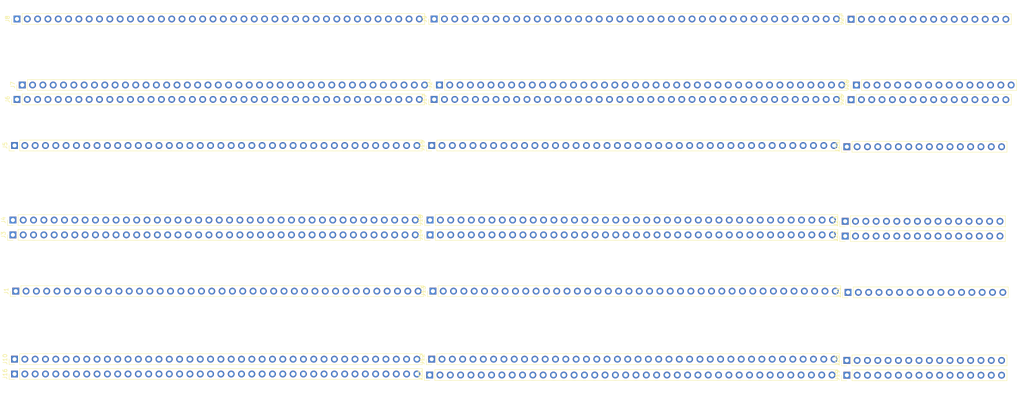
<source format=kicad_pcb>
(kicad_pcb (version 20171130) (host pcbnew 5.0.2-bee76a0~70~ubuntu16.04.1)
  (layers (0 F.Cu signal) (31 B.Cu signal) (34 B.Paste user) (35 F.Paste user) (36 B.SilkS user) (37 F.SilkS user) (38 B.Mask user) (39 F.Mask user) (44 Edge.Cuts user))
  (net 0 "")
  (net 1 "Net-(J18-Pad40)")
  (net 2 "Net-(J18-Pad39)")
  (net 3 "Net-(J18-Pad38)")
  (net 4 "Net-(J18-Pad37)")
  (net 5 "Net-(J18-Pad36)")
  (net 6 "Net-(J18-Pad35)")
  (net 7 "Net-(J18-Pad34)")
  (net 8 "Net-(J18-Pad33)")
  (net 9 "Net-(J18-Pad32)")
  (net 10 "Net-(J18-Pad31)")
  (net 11 "Net-(J18-Pad30)")
  (net 12 "Net-(J18-Pad29)")
  (net 13 "Net-(J18-Pad28)")
  (net 14 "Net-(J18-Pad27)")
  (net 15 "Net-(J18-Pad26)")
  (net 16 "Net-(J18-Pad25)")
  (net 17 "Net-(J18-Pad24)")
  (net 18 "Net-(J18-Pad23)")
  (net 19 "Net-(J18-Pad22)")
  (net 20 "Net-(J18-Pad21)")
  (net 21 "Net-(J18-Pad20)")
  (net 22 "Net-(J18-Pad19)")
  (net 23 "Net-(J18-Pad18)")
  (net 24 "Net-(J18-Pad17)")
  (net 25 "Net-(J18-Pad16)")
  (net 26 "Net-(J18-Pad15)")
  (net 27 "Net-(J18-Pad14)")
  (net 28 "Net-(J18-Pad13)")
  (net 29 "Net-(J18-Pad12)")
  (net 30 "Net-(J18-Pad11)")
  (net 31 "Net-(J18-Pad10)")
  (net 32 "Net-(J18-Pad9)")
  (net 33 "Net-(J18-Pad8)")
  (net 34 "Net-(J18-Pad7)")
  (net 35 "Net-(J18-Pad6)")
  (net 36 "Net-(J18-Pad5)")
  (net 37 "Net-(J18-Pad4)")
  (net 38 "Net-(J18-Pad3)")
  (net 39 "Net-(J18-Pad2)")
  (net 40 "Net-(J18-Pad1)")
  (net 41 "Net-(J10-Pad1)")
  (net 42 "Net-(J10-Pad2)")
  (net 43 "Net-(J10-Pad3)")
  (net 44 "Net-(J10-Pad4)")
  (net 45 "Net-(J10-Pad5)")
  (net 46 "Net-(J10-Pad6)")
  (net 47 "Net-(J10-Pad7)")
  (net 48 "Net-(J10-Pad8)")
  (net 49 "Net-(J10-Pad9)")
  (net 50 "Net-(J10-Pad10)")
  (net 51 "Net-(J10-Pad11)")
  (net 52 "Net-(J10-Pad12)")
  (net 53 "Net-(J10-Pad13)")
  (net 54 "Net-(J10-Pad14)")
  (net 55 "Net-(J10-Pad15)")
  (net 56 "Net-(J10-Pad16)")
  (net 57 "Net-(J10-Pad17)")
  (net 58 "Net-(J10-Pad18)")
  (net 59 "Net-(J10-Pad19)")
  (net 60 "Net-(J10-Pad20)")
  (net 61 "Net-(J10-Pad21)")
  (net 62 "Net-(J10-Pad22)")
  (net 63 "Net-(J10-Pad23)")
  (net 64 "Net-(J10-Pad24)")
  (net 65 "Net-(J10-Pad25)")
  (net 66 "Net-(J10-Pad26)")
  (net 67 "Net-(J10-Pad27)")
  (net 68 "Net-(J10-Pad28)")
  (net 69 "Net-(J10-Pad29)")
  (net 70 "Net-(J10-Pad30)")
  (net 71 "Net-(J10-Pad31)")
  (net 72 "Net-(J10-Pad32)")
  (net 73 "Net-(J10-Pad33)")
  (net 74 "Net-(J10-Pad34)")
  (net 75 "Net-(J10-Pad35)")
  (net 76 "Net-(J10-Pad36)")
  (net 77 "Net-(J10-Pad37)")
  (net 78 "Net-(J10-Pad38)")
  (net 79 "Net-(J10-Pad39)")
  (net 80 "Net-(J10-Pad40)")
  (net 81 "Net-(J1-Pad40)")
  (net 82 "Net-(J1-Pad39)")
  (net 83 "Net-(J1-Pad38)")
  (net 84 "Net-(J1-Pad37)")
  (net 85 "Net-(J1-Pad36)")
  (net 86 "Net-(J1-Pad35)")
  (net 87 "Net-(J1-Pad34)")
  (net 88 "Net-(J1-Pad33)")
  (net 89 "Net-(J1-Pad32)")
  (net 90 "Net-(J1-Pad31)")
  (net 91 "Net-(J1-Pad30)")
  (net 92 "Net-(J1-Pad29)")
  (net 93 "Net-(J1-Pad28)")
  (net 94 "Net-(J1-Pad27)")
  (net 95 "Net-(J1-Pad26)")
  (net 96 "Net-(J1-Pad25)")
  (net 97 "Net-(J1-Pad24)")
  (net 98 "Net-(J1-Pad23)")
  (net 99 "Net-(J1-Pad22)")
  (net 100 "Net-(J1-Pad21)")
  (net 101 "Net-(J1-Pad20)")
  (net 102 "Net-(J1-Pad19)")
  (net 103 "Net-(J1-Pad18)")
  (net 104 "Net-(J1-Pad17)")
  (net 105 "Net-(J1-Pad16)")
  (net 106 "Net-(J1-Pad15)")
  (net 107 "Net-(J1-Pad14)")
  (net 108 "Net-(J1-Pad13)")
  (net 109 "Net-(J1-Pad12)")
  (net 110 "Net-(J1-Pad11)")
  (net 111 "Net-(J1-Pad10)")
  (net 112 "Net-(J1-Pad9)")
  (net 113 "Net-(J1-Pad8)")
  (net 114 "Net-(J1-Pad7)")
  (net 115 "Net-(J1-Pad6)")
  (net 116 "Net-(J1-Pad5)")
  (net 117 "Net-(J1-Pad4)")
  (net 118 "Net-(J1-Pad3)")
  (net 119 "Net-(J1-Pad2)")
  (net 120 "Net-(J1-Pad1)")
  (net 121 "Net-(J3-Pad1)")
  (net 122 "Net-(J3-Pad2)")
  (net 123 "Net-(J3-Pad3)")
  (net 124 "Net-(J3-Pad4)")
  (net 125 "Net-(J3-Pad5)")
  (net 126 "Net-(J3-Pad6)")
  (net 127 "Net-(J3-Pad7)")
  (net 128 "Net-(J3-Pad8)")
  (net 129 "Net-(J3-Pad9)")
  (net 130 "Net-(J3-Pad10)")
  (net 131 "Net-(J3-Pad11)")
  (net 132 "Net-(J3-Pad12)")
  (net 133 "Net-(J3-Pad13)")
  (net 134 "Net-(J3-Pad14)")
  (net 135 "Net-(J3-Pad15)")
  (net 136 "Net-(J3-Pad16)")
  (net 137 "Net-(J3-Pad17)")
  (net 138 "Net-(J3-Pad18)")
  (net 139 "Net-(J3-Pad19)")
  (net 140 "Net-(J3-Pad20)")
  (net 141 "Net-(J3-Pad21)")
  (net 142 "Net-(J3-Pad22)")
  (net 143 "Net-(J3-Pad23)")
  (net 144 "Net-(J3-Pad24)")
  (net 145 "Net-(J3-Pad25)")
  (net 146 "Net-(J3-Pad26)")
  (net 147 "Net-(J3-Pad27)")
  (net 148 "Net-(J3-Pad28)")
  (net 149 "Net-(J3-Pad29)")
  (net 150 "Net-(J3-Pad30)")
  (net 151 "Net-(J3-Pad31)")
  (net 152 "Net-(J3-Pad32)")
  (net 153 "Net-(J3-Pad33)")
  (net 154 "Net-(J3-Pad34)")
  (net 155 "Net-(J3-Pad35)")
  (net 156 "Net-(J3-Pad36)")
  (net 157 "Net-(J3-Pad37)")
  (net 158 "Net-(J3-Pad38)")
  (net 159 "Net-(J3-Pad39)")
  (net 160 "Net-(J3-Pad40)")
  (net 161 "Net-(J4-Pad40)")
  (net 162 "Net-(J4-Pad39)")
  (net 163 "Net-(J4-Pad38)")
  (net 164 "Net-(J4-Pad37)")
  (net 165 "Net-(J4-Pad36)")
  (net 166 "Net-(J4-Pad35)")
  (net 167 "Net-(J4-Pad34)")
  (net 168 "Net-(J4-Pad33)")
  (net 169 "Net-(J4-Pad32)")
  (net 170 "Net-(J4-Pad31)")
  (net 171 "Net-(J4-Pad30)")
  (net 172 "Net-(J4-Pad29)")
  (net 173 "Net-(J4-Pad28)")
  (net 174 "Net-(J4-Pad27)")
  (net 175 "Net-(J4-Pad26)")
  (net 176 "Net-(J4-Pad25)")
  (net 177 "Net-(J4-Pad24)")
  (net 178 "Net-(J4-Pad23)")
  (net 179 "Net-(J4-Pad22)")
  (net 180 "Net-(J4-Pad21)")
  (net 181 "Net-(J4-Pad20)")
  (net 182 "Net-(J4-Pad19)")
  (net 183 "Net-(J4-Pad18)")
  (net 184 "Net-(J4-Pad17)")
  (net 185 "Net-(J4-Pad16)")
  (net 186 "Net-(J4-Pad15)")
  (net 187 "Net-(J4-Pad14)")
  (net 188 "Net-(J4-Pad13)")
  (net 189 "Net-(J4-Pad12)")
  (net 190 "Net-(J4-Pad11)")
  (net 191 "Net-(J4-Pad10)")
  (net 192 "Net-(J4-Pad9)")
  (net 193 "Net-(J4-Pad8)")
  (net 194 "Net-(J4-Pad7)")
  (net 195 "Net-(J4-Pad6)")
  (net 196 "Net-(J4-Pad5)")
  (net 197 "Net-(J4-Pad4)")
  (net 198 "Net-(J4-Pad3)")
  (net 199 "Net-(J4-Pad2)")
  (net 200 "Net-(J4-Pad1)")
  (net 201 "Net-(J5-Pad1)")
  (net 202 "Net-(J5-Pad2)")
  (net 203 "Net-(J5-Pad3)")
  (net 204 "Net-(J5-Pad4)")
  (net 205 "Net-(J5-Pad5)")
  (net 206 "Net-(J5-Pad6)")
  (net 207 "Net-(J5-Pad7)")
  (net 208 "Net-(J5-Pad8)")
  (net 209 "Net-(J5-Pad9)")
  (net 210 "Net-(J5-Pad10)")
  (net 211 "Net-(J5-Pad11)")
  (net 212 "Net-(J5-Pad12)")
  (net 213 "Net-(J5-Pad13)")
  (net 214 "Net-(J5-Pad14)")
  (net 215 "Net-(J5-Pad15)")
  (net 216 "Net-(J5-Pad16)")
  (net 217 "Net-(J5-Pad17)")
  (net 218 "Net-(J5-Pad18)")
  (net 219 "Net-(J5-Pad19)")
  (net 220 "Net-(J5-Pad20)")
  (net 221 "Net-(J5-Pad21)")
  (net 222 "Net-(J5-Pad22)")
  (net 223 "Net-(J5-Pad23)")
  (net 224 "Net-(J5-Pad24)")
  (net 225 "Net-(J5-Pad25)")
  (net 226 "Net-(J5-Pad26)")
  (net 227 "Net-(J5-Pad27)")
  (net 228 "Net-(J5-Pad28)")
  (net 229 "Net-(J5-Pad29)")
  (net 230 "Net-(J5-Pad30)")
  (net 231 "Net-(J5-Pad31)")
  (net 232 "Net-(J5-Pad32)")
  (net 233 "Net-(J5-Pad33)")
  (net 234 "Net-(J5-Pad34)")
  (net 235 "Net-(J5-Pad35)")
  (net 236 "Net-(J5-Pad36)")
  (net 237 "Net-(J5-Pad37)")
  (net 238 "Net-(J5-Pad38)")
  (net 239 "Net-(J5-Pad39)")
  (net 240 "Net-(J5-Pad40)")
  (net 241 "Net-(J6-Pad40)")
  (net 242 "Net-(J6-Pad39)")
  (net 243 "Net-(J6-Pad38)")
  (net 244 "Net-(J6-Pad37)")
  (net 245 "Net-(J6-Pad36)")
  (net 246 "Net-(J6-Pad35)")
  (net 247 "Net-(J6-Pad34)")
  (net 248 "Net-(J6-Pad33)")
  (net 249 "Net-(J6-Pad32)")
  (net 250 "Net-(J6-Pad31)")
  (net 251 "Net-(J6-Pad30)")
  (net 252 "Net-(J6-Pad29)")
  (net 253 "Net-(J6-Pad28)")
  (net 254 "Net-(J6-Pad27)")
  (net 255 "Net-(J6-Pad26)")
  (net 256 "Net-(J6-Pad25)")
  (net 257 "Net-(J6-Pad24)")
  (net 258 "Net-(J6-Pad23)")
  (net 259 "Net-(J6-Pad22)")
  (net 260 "Net-(J6-Pad21)")
  (net 261 "Net-(J6-Pad20)")
  (net 262 "Net-(J6-Pad19)")
  (net 263 "Net-(J6-Pad18)")
  (net 264 "Net-(J6-Pad17)")
  (net 265 "Net-(J6-Pad16)")
  (net 266 "Net-(J6-Pad15)")
  (net 267 "Net-(J6-Pad14)")
  (net 268 "Net-(J6-Pad13)")
  (net 269 "Net-(J6-Pad12)")
  (net 270 "Net-(J6-Pad11)")
  (net 271 "Net-(J6-Pad10)")
  (net 272 "Net-(J6-Pad9)")
  (net 273 "Net-(J6-Pad8)")
  (net 274 "Net-(J6-Pad7)")
  (net 275 "Net-(J6-Pad6)")
  (net 276 "Net-(J6-Pad5)")
  (net 277 "Net-(J6-Pad4)")
  (net 278 "Net-(J6-Pad3)")
  (net 279 "Net-(J6-Pad2)")
  (net 280 "Net-(J6-Pad1)")
  (net 281 "Net-(J7-Pad1)")
  (net 282 "Net-(J7-Pad2)")
  (net 283 "Net-(J7-Pad3)")
  (net 284 "Net-(J7-Pad4)")
  (net 285 "Net-(J7-Pad5)")
  (net 286 "Net-(J7-Pad6)")
  (net 287 "Net-(J7-Pad7)")
  (net 288 "Net-(J7-Pad8)")
  (net 289 "Net-(J7-Pad9)")
  (net 290 "Net-(J7-Pad10)")
  (net 291 "Net-(J7-Pad11)")
  (net 292 "Net-(J7-Pad12)")
  (net 293 "Net-(J7-Pad13)")
  (net 294 "Net-(J7-Pad14)")
  (net 295 "Net-(J7-Pad15)")
  (net 296 "Net-(J7-Pad16)")
  (net 297 "Net-(J7-Pad17)")
  (net 298 "Net-(J7-Pad18)")
  (net 299 "Net-(J7-Pad19)")
  (net 300 "Net-(J7-Pad20)")
  (net 301 "Net-(J7-Pad21)")
  (net 302 "Net-(J7-Pad22)")
  (net 303 "Net-(J7-Pad23)")
  (net 304 "Net-(J7-Pad24)")
  (net 305 "Net-(J7-Pad25)")
  (net 306 "Net-(J7-Pad26)")
  (net 307 "Net-(J7-Pad27)")
  (net 308 "Net-(J7-Pad28)")
  (net 309 "Net-(J7-Pad29)")
  (net 310 "Net-(J7-Pad30)")
  (net 311 "Net-(J7-Pad31)")
  (net 312 "Net-(J7-Pad32)")
  (net 313 "Net-(J7-Pad33)")
  (net 314 "Net-(J7-Pad34)")
  (net 315 "Net-(J7-Pad35)")
  (net 316 "Net-(J7-Pad36)")
  (net 317 "Net-(J7-Pad37)")
  (net 318 "Net-(J7-Pad38)")
  (net 319 "Net-(J7-Pad39)")
  (net 320 "Net-(J7-Pad40)")
  (net 321 "Net-(J8-Pad40)")
  (net 322 "Net-(J8-Pad39)")
  (net 323 "Net-(J8-Pad38)")
  (net 324 "Net-(J8-Pad37)")
  (net 325 "Net-(J8-Pad36)")
  (net 326 "Net-(J8-Pad35)")
  (net 327 "Net-(J8-Pad34)")
  (net 328 "Net-(J8-Pad33)")
  (net 329 "Net-(J8-Pad32)")
  (net 330 "Net-(J8-Pad31)")
  (net 331 "Net-(J8-Pad30)")
  (net 332 "Net-(J8-Pad29)")
  (net 333 "Net-(J8-Pad28)")
  (net 334 "Net-(J8-Pad27)")
  (net 335 "Net-(J8-Pad26)")
  (net 336 "Net-(J8-Pad25)")
  (net 337 "Net-(J8-Pad24)")
  (net 338 "Net-(J8-Pad23)")
  (net 339 "Net-(J8-Pad22)")
  (net 340 "Net-(J8-Pad21)")
  (net 341 "Net-(J8-Pad20)")
  (net 342 "Net-(J8-Pad19)")
  (net 343 "Net-(J8-Pad18)")
  (net 344 "Net-(J8-Pad17)")
  (net 345 "Net-(J8-Pad16)")
  (net 346 "Net-(J8-Pad15)")
  (net 347 "Net-(J8-Pad14)")
  (net 348 "Net-(J8-Pad13)")
  (net 349 "Net-(J8-Pad12)")
  (net 350 "Net-(J8-Pad11)")
  (net 351 "Net-(J8-Pad10)")
  (net 352 "Net-(J8-Pad9)")
  (net 353 "Net-(J8-Pad8)")
  (net 354 "Net-(J8-Pad7)")
  (net 355 "Net-(J8-Pad6)")
  (net 356 "Net-(J8-Pad5)")
  (net 357 "Net-(J8-Pad4)")
  (net 358 "Net-(J8-Pad3)")
  (net 359 "Net-(J8-Pad2)")
  (net 360 "Net-(J8-Pad1)")
  (net 361 "Net-(J11-Pad1)")
  (net 362 "Net-(J11-Pad2)")
  (net 363 "Net-(J11-Pad3)")
  (net 364 "Net-(J11-Pad4)")
  (net 365 "Net-(J11-Pad5)")
  (net 366 "Net-(J11-Pad6)")
  (net 367 "Net-(J11-Pad7)")
  (net 368 "Net-(J11-Pad8)")
  (net 369 "Net-(J11-Pad9)")
  (net 370 "Net-(J11-Pad10)")
  (net 371 "Net-(J11-Pad11)")
  (net 372 "Net-(J11-Pad12)")
  (net 373 "Net-(J11-Pad13)")
  (net 374 "Net-(J11-Pad14)")
  (net 375 "Net-(J11-Pad15)")
  (net 376 "Net-(J11-Pad16)")
  (net 377 "Net-(J11-Pad17)")
  (net 378 "Net-(J11-Pad18)")
  (net 379 "Net-(J11-Pad19)")
  (net 380 "Net-(J11-Pad20)")
  (net 381 "Net-(J11-Pad21)")
  (net 382 "Net-(J11-Pad22)")
  (net 383 "Net-(J11-Pad23)")
  (net 384 "Net-(J11-Pad24)")
  (net 385 "Net-(J11-Pad25)")
  (net 386 "Net-(J11-Pad26)")
  (net 387 "Net-(J11-Pad27)")
  (net 388 "Net-(J11-Pad28)")
  (net 389 "Net-(J11-Pad29)")
  (net 390 "Net-(J11-Pad30)")
  (net 391 "Net-(J11-Pad31)")
  (net 392 "Net-(J11-Pad32)")
  (net 393 "Net-(J11-Pad33)")
  (net 394 "Net-(J11-Pad34)")
  (net 395 "Net-(J11-Pad35)")
  (net 396 "Net-(J11-Pad36)")
  (net 397 "Net-(J11-Pad37)")
  (net 398 "Net-(J11-Pad38)")
  (net 399 "Net-(J11-Pad39)")
  (net 400 "Net-(J11-Pad40)")
  (net 401 "Net-(J12-Pad40)")
  (net 402 "Net-(J12-Pad39)")
  (net 403 "Net-(J12-Pad38)")
  (net 404 "Net-(J12-Pad37)")
  (net 405 "Net-(J12-Pad36)")
  (net 406 "Net-(J12-Pad35)")
  (net 407 "Net-(J12-Pad34)")
  (net 408 "Net-(J12-Pad33)")
  (net 409 "Net-(J12-Pad32)")
  (net 410 "Net-(J12-Pad31)")
  (net 411 "Net-(J12-Pad30)")
  (net 412 "Net-(J12-Pad29)")
  (net 413 "Net-(J12-Pad28)")
  (net 414 "Net-(J12-Pad27)")
  (net 415 "Net-(J12-Pad26)")
  (net 416 "Net-(J12-Pad25)")
  (net 417 "Net-(J12-Pad24)")
  (net 418 "Net-(J12-Pad23)")
  (net 419 "Net-(J12-Pad22)")
  (net 420 "Net-(J12-Pad21)")
  (net 421 "Net-(J12-Pad20)")
  (net 422 "Net-(J12-Pad19)")
  (net 423 "Net-(J12-Pad18)")
  (net 424 "Net-(J12-Pad17)")
  (net 425 "Net-(J12-Pad16)")
  (net 426 "Net-(J12-Pad15)")
  (net 427 "Net-(J12-Pad14)")
  (net 428 "Net-(J12-Pad13)")
  (net 429 "Net-(J12-Pad12)")
  (net 430 "Net-(J12-Pad11)")
  (net 431 "Net-(J12-Pad10)")
  (net 432 "Net-(J12-Pad9)")
  (net 433 "Net-(J12-Pad8)")
  (net 434 "Net-(J12-Pad7)")
  (net 435 "Net-(J12-Pad6)")
  (net 436 "Net-(J12-Pad5)")
  (net 437 "Net-(J12-Pad4)")
  (net 438 "Net-(J12-Pad3)")
  (net 439 "Net-(J12-Pad2)")
  (net 440 "Net-(J12-Pad1)")
  (net 441 "Net-(J13-Pad1)")
  (net 442 "Net-(J13-Pad2)")
  (net 443 "Net-(J13-Pad3)")
  (net 444 "Net-(J13-Pad4)")
  (net 445 "Net-(J13-Pad5)")
  (net 446 "Net-(J13-Pad6)")
  (net 447 "Net-(J13-Pad7)")
  (net 448 "Net-(J13-Pad8)")
  (net 449 "Net-(J13-Pad9)")
  (net 450 "Net-(J13-Pad10)")
  (net 451 "Net-(J13-Pad11)")
  (net 452 "Net-(J13-Pad12)")
  (net 453 "Net-(J13-Pad13)")
  (net 454 "Net-(J13-Pad14)")
  (net 455 "Net-(J13-Pad15)")
  (net 456 "Net-(J13-Pad16)")
  (net 457 "Net-(J13-Pad17)")
  (net 458 "Net-(J13-Pad18)")
  (net 459 "Net-(J13-Pad19)")
  (net 460 "Net-(J13-Pad20)")
  (net 461 "Net-(J13-Pad21)")
  (net 462 "Net-(J13-Pad22)")
  (net 463 "Net-(J13-Pad23)")
  (net 464 "Net-(J13-Pad24)")
  (net 465 "Net-(J13-Pad25)")
  (net 466 "Net-(J13-Pad26)")
  (net 467 "Net-(J13-Pad27)")
  (net 468 "Net-(J13-Pad28)")
  (net 469 "Net-(J13-Pad29)")
  (net 470 "Net-(J13-Pad30)")
  (net 471 "Net-(J13-Pad31)")
  (net 472 "Net-(J13-Pad32)")
  (net 473 "Net-(J13-Pad33)")
  (net 474 "Net-(J13-Pad34)")
  (net 475 "Net-(J13-Pad35)")
  (net 476 "Net-(J13-Pad36)")
  (net 477 "Net-(J13-Pad37)")
  (net 478 "Net-(J13-Pad38)")
  (net 479 "Net-(J13-Pad39)")
  (net 480 "Net-(J13-Pad40)")
  (net 481 "Net-(J14-Pad40)")
  (net 482 "Net-(J14-Pad39)")
  (net 483 "Net-(J14-Pad38)")
  (net 484 "Net-(J14-Pad37)")
  (net 485 "Net-(J14-Pad36)")
  (net 486 "Net-(J14-Pad35)")
  (net 487 "Net-(J14-Pad34)")
  (net 488 "Net-(J14-Pad33)")
  (net 489 "Net-(J14-Pad32)")
  (net 490 "Net-(J14-Pad31)")
  (net 491 "Net-(J14-Pad30)")
  (net 492 "Net-(J14-Pad29)")
  (net 493 "Net-(J14-Pad28)")
  (net 494 "Net-(J14-Pad27)")
  (net 495 "Net-(J14-Pad26)")
  (net 496 "Net-(J14-Pad25)")
  (net 497 "Net-(J14-Pad24)")
  (net 498 "Net-(J14-Pad23)")
  (net 499 "Net-(J14-Pad22)")
  (net 500 "Net-(J14-Pad21)")
  (net 501 "Net-(J14-Pad20)")
  (net 502 "Net-(J14-Pad19)")
  (net 503 "Net-(J14-Pad18)")
  (net 504 "Net-(J14-Pad17)")
  (net 505 "Net-(J14-Pad16)")
  (net 506 "Net-(J14-Pad15)")
  (net 507 "Net-(J14-Pad14)")
  (net 508 "Net-(J14-Pad13)")
  (net 509 "Net-(J14-Pad12)")
  (net 510 "Net-(J14-Pad11)")
  (net 511 "Net-(J14-Pad10)")
  (net 512 "Net-(J14-Pad9)")
  (net 513 "Net-(J14-Pad8)")
  (net 514 "Net-(J14-Pad7)")
  (net 515 "Net-(J14-Pad6)")
  (net 516 "Net-(J14-Pad5)")
  (net 517 "Net-(J14-Pad4)")
  (net 518 "Net-(J14-Pad3)")
  (net 519 "Net-(J14-Pad2)")
  (net 520 "Net-(J14-Pad1)")
  (net 521 "Net-(J15-Pad1)")
  (net 522 "Net-(J15-Pad2)")
  (net 523 "Net-(J15-Pad3)")
  (net 524 "Net-(J15-Pad4)")
  (net 525 "Net-(J15-Pad5)")
  (net 526 "Net-(J15-Pad6)")
  (net 527 "Net-(J15-Pad7)")
  (net 528 "Net-(J15-Pad8)")
  (net 529 "Net-(J15-Pad9)")
  (net 530 "Net-(J15-Pad10)")
  (net 531 "Net-(J15-Pad11)")
  (net 532 "Net-(J15-Pad12)")
  (net 533 "Net-(J15-Pad13)")
  (net 534 "Net-(J15-Pad14)")
  (net 535 "Net-(J15-Pad15)")
  (net 536 "Net-(J15-Pad16)")
  (net 537 "Net-(J15-Pad17)")
  (net 538 "Net-(J15-Pad18)")
  (net 539 "Net-(J15-Pad19)")
  (net 540 "Net-(J15-Pad20)")
  (net 541 "Net-(J15-Pad21)")
  (net 542 "Net-(J15-Pad22)")
  (net 543 "Net-(J15-Pad23)")
  (net 544 "Net-(J15-Pad24)")
  (net 545 "Net-(J15-Pad25)")
  (net 546 "Net-(J15-Pad26)")
  (net 547 "Net-(J15-Pad27)")
  (net 548 "Net-(J15-Pad28)")
  (net 549 "Net-(J15-Pad29)")
  (net 550 "Net-(J15-Pad30)")
  (net 551 "Net-(J15-Pad31)")
  (net 552 "Net-(J15-Pad32)")
  (net 553 "Net-(J15-Pad33)")
  (net 554 "Net-(J15-Pad34)")
  (net 555 "Net-(J15-Pad35)")
  (net 556 "Net-(J15-Pad36)")
  (net 557 "Net-(J15-Pad37)")
  (net 558 "Net-(J15-Pad38)")
  (net 559 "Net-(J15-Pad39)")
  (net 560 "Net-(J15-Pad40)")
  (net 561 "Net-(J16-Pad40)")
  (net 562 "Net-(J16-Pad39)")
  (net 563 "Net-(J16-Pad38)")
  (net 564 "Net-(J16-Pad37)")
  (net 565 "Net-(J16-Pad36)")
  (net 566 "Net-(J16-Pad35)")
  (net 567 "Net-(J16-Pad34)")
  (net 568 "Net-(J16-Pad33)")
  (net 569 "Net-(J16-Pad32)")
  (net 570 "Net-(J16-Pad31)")
  (net 571 "Net-(J16-Pad30)")
  (net 572 "Net-(J16-Pad29)")
  (net 573 "Net-(J16-Pad28)")
  (net 574 "Net-(J16-Pad27)")
  (net 575 "Net-(J16-Pad26)")
  (net 576 "Net-(J16-Pad25)")
  (net 577 "Net-(J16-Pad24)")
  (net 578 "Net-(J16-Pad23)")
  (net 579 "Net-(J16-Pad22)")
  (net 580 "Net-(J16-Pad21)")
  (net 581 "Net-(J16-Pad20)")
  (net 582 "Net-(J16-Pad19)")
  (net 583 "Net-(J16-Pad18)")
  (net 584 "Net-(J16-Pad17)")
  (net 585 "Net-(J16-Pad16)")
  (net 586 "Net-(J16-Pad15)")
  (net 587 "Net-(J16-Pad14)")
  (net 588 "Net-(J16-Pad13)")
  (net 589 "Net-(J16-Pad12)")
  (net 590 "Net-(J16-Pad11)")
  (net 591 "Net-(J16-Pad10)")
  (net 592 "Net-(J16-Pad9)")
  (net 593 "Net-(J16-Pad8)")
  (net 594 "Net-(J16-Pad7)")
  (net 595 "Net-(J16-Pad6)")
  (net 596 "Net-(J16-Pad5)")
  (net 597 "Net-(J16-Pad4)")
  (net 598 "Net-(J16-Pad3)")
  (net 599 "Net-(J16-Pad2)")
  (net 600 "Net-(J16-Pad1)")
  (net 601 "Net-(J17-Pad1)")
  (net 602 "Net-(J17-Pad2)")
  (net 603 "Net-(J17-Pad3)")
  (net 604 "Net-(J17-Pad4)")
  (net 605 "Net-(J17-Pad5)")
  (net 606 "Net-(J17-Pad6)")
  (net 607 "Net-(J17-Pad7)")
  (net 608 "Net-(J17-Pad8)")
  (net 609 "Net-(J17-Pad9)")
  (net 610 "Net-(J17-Pad10)")
  (net 611 "Net-(J17-Pad11)")
  (net 612 "Net-(J17-Pad12)")
  (net 613 "Net-(J17-Pad13)")
  (net 614 "Net-(J17-Pad14)")
  (net 615 "Net-(J17-Pad15)")
  (net 616 "Net-(J17-Pad16)")
  (net 617 "Net-(J17-Pad17)")
  (net 618 "Net-(J17-Pad18)")
  (net 619 "Net-(J17-Pad19)")
  (net 620 "Net-(J17-Pad20)")
  (net 621 "Net-(J17-Pad21)")
  (net 622 "Net-(J17-Pad22)")
  (net 623 "Net-(J17-Pad23)")
  (net 624 "Net-(J17-Pad24)")
  (net 625 "Net-(J17-Pad25)")
  (net 626 "Net-(J17-Pad26)")
  (net 627 "Net-(J17-Pad27)")
  (net 628 "Net-(J17-Pad28)")
  (net 629 "Net-(J17-Pad29)")
  (net 630 "Net-(J17-Pad30)")
  (net 631 "Net-(J17-Pad31)")
  (net 632 "Net-(J17-Pad32)")
  (net 633 "Net-(J17-Pad33)")
  (net 634 "Net-(J17-Pad34)")
  (net 635 "Net-(J17-Pad35)")
  (net 636 "Net-(J17-Pad36)")
  (net 637 "Net-(J17-Pad37)")
  (net 638 "Net-(J17-Pad38)")
  (net 639 "Net-(J17-Pad39)")
  (net 640 "Net-(J17-Pad40)")
  (net 641 "Net-(J2-Pad40)")
  (net 642 "Net-(J2-Pad39)")
  (net 643 "Net-(J2-Pad38)")
  (net 644 "Net-(J2-Pad37)")
  (net 645 "Net-(J2-Pad36)")
  (net 646 "Net-(J2-Pad35)")
  (net 647 "Net-(J2-Pad34)")
  (net 648 "Net-(J2-Pad33)")
  (net 649 "Net-(J2-Pad32)")
  (net 650 "Net-(J2-Pad31)")
  (net 651 "Net-(J2-Pad30)")
  (net 652 "Net-(J2-Pad29)")
  (net 653 "Net-(J2-Pad28)")
  (net 654 "Net-(J2-Pad27)")
  (net 655 "Net-(J2-Pad26)")
  (net 656 "Net-(J2-Pad25)")
  (net 657 "Net-(J2-Pad24)")
  (net 658 "Net-(J2-Pad23)")
  (net 659 "Net-(J2-Pad22)")
  (net 660 "Net-(J2-Pad21)")
  (net 661 "Net-(J2-Pad20)")
  (net 662 "Net-(J2-Pad19)")
  (net 663 "Net-(J2-Pad18)")
  (net 664 "Net-(J2-Pad17)")
  (net 665 "Net-(J2-Pad16)")
  (net 666 "Net-(J2-Pad15)")
  (net 667 "Net-(J2-Pad14)")
  (net 668 "Net-(J2-Pad13)")
  (net 669 "Net-(J2-Pad12)")
  (net 670 "Net-(J2-Pad11)")
  (net 671 "Net-(J2-Pad10)")
  (net 672 "Net-(J2-Pad9)")
  (net 673 "Net-(J2-Pad8)")
  (net 674 "Net-(J2-Pad7)")
  (net 675 "Net-(J2-Pad6)")
  (net 676 "Net-(J2-Pad5)")
  (net 677 "Net-(J2-Pad4)")
  (net 678 "Net-(J2-Pad3)")
  (net 679 "Net-(J2-Pad2)")
  (net 680 "Net-(J2-Pad1)")
  (net 681 "Net-(J9-Pad1)")
  (net 682 "Net-(J9-Pad2)")
  (net 683 "Net-(J9-Pad3)")
  (net 684 "Net-(J9-Pad4)")
  (net 685 "Net-(J9-Pad5)")
  (net 686 "Net-(J9-Pad6)")
  (net 687 "Net-(J9-Pad7)")
  (net 688 "Net-(J9-Pad8)")
  (net 689 "Net-(J9-Pad9)")
  (net 690 "Net-(J9-Pad10)")
  (net 691 "Net-(J9-Pad11)")
  (net 692 "Net-(J9-Pad12)")
  (net 693 "Net-(J9-Pad13)")
  (net 694 "Net-(J9-Pad14)")
  (net 695 "Net-(J9-Pad15)")
  (net 696 "Net-(J9-Pad16)")
  (net 697 "Net-(J9-Pad17)")
  (net 698 "Net-(J9-Pad18)")
  (net 699 "Net-(J9-Pad19)")
  (net 700 "Net-(J9-Pad20)")
  (net 701 "Net-(J9-Pad21)")
  (net 702 "Net-(J9-Pad22)")
  (net 703 "Net-(J9-Pad23)")
  (net 704 "Net-(J9-Pad24)")
  (net 705 "Net-(J9-Pad25)")
  (net 706 "Net-(J9-Pad26)")
  (net 707 "Net-(J9-Pad27)")
  (net 708 "Net-(J9-Pad28)")
  (net 709 "Net-(J9-Pad29)")
  (net 710 "Net-(J9-Pad30)")
  (net 711 "Net-(J9-Pad31)")
  (net 712 "Net-(J9-Pad32)")
  (net 713 "Net-(J9-Pad33)")
  (net 714 "Net-(J9-Pad34)")
  (net 715 "Net-(J9-Pad35)")
  (net 716 "Net-(J9-Pad36)")
  (net 717 "Net-(J9-Pad37)")
  (net 718 "Net-(J9-Pad38)")
  (net 719 "Net-(J9-Pad39)")
  (net 720 "Net-(J9-Pad40)")
  (net 721 "Net-(J19-Pad16)")
  (net 722 "Net-(J19-Pad15)")
  (net 723 "Net-(J19-Pad14)")
  (net 724 "Net-(J19-Pad13)")
  (net 725 "Net-(J19-Pad12)")
  (net 726 "Net-(J19-Pad11)")
  (net 727 "Net-(J19-Pad10)")
  (net 728 "Net-(J19-Pad9)")
  (net 729 "Net-(J19-Pad8)")
  (net 730 "Net-(J19-Pad7)")
  (net 731 "Net-(J19-Pad6)")
  (net 732 "Net-(J19-Pad5)")
  (net 733 "Net-(J19-Pad4)")
  (net 734 "Net-(J19-Pad3)")
  (net 735 "Net-(J19-Pad2)")
  (net 736 "Net-(J19-Pad1)")
  (net 737 "Net-(J20-Pad1)")
  (net 738 "Net-(J20-Pad2)")
  (net 739 "Net-(J20-Pad3)")
  (net 740 "Net-(J20-Pad4)")
  (net 741 "Net-(J20-Pad5)")
  (net 742 "Net-(J20-Pad6)")
  (net 743 "Net-(J20-Pad7)")
  (net 744 "Net-(J20-Pad8)")
  (net 745 "Net-(J20-Pad9)")
  (net 746 "Net-(J20-Pad10)")
  (net 747 "Net-(J20-Pad11)")
  (net 748 "Net-(J20-Pad12)")
  (net 749 "Net-(J20-Pad13)")
  (net 750 "Net-(J20-Pad14)")
  (net 751 "Net-(J20-Pad15)")
  (net 752 "Net-(J20-Pad16)")
  (net 753 "Net-(J21-Pad16)")
  (net 754 "Net-(J21-Pad15)")
  (net 755 "Net-(J21-Pad14)")
  (net 756 "Net-(J21-Pad13)")
  (net 757 "Net-(J21-Pad12)")
  (net 758 "Net-(J21-Pad11)")
  (net 759 "Net-(J21-Pad10)")
  (net 760 "Net-(J21-Pad9)")
  (net 761 "Net-(J21-Pad8)")
  (net 762 "Net-(J21-Pad7)")
  (net 763 "Net-(J21-Pad6)")
  (net 764 "Net-(J21-Pad5)")
  (net 765 "Net-(J21-Pad4)")
  (net 766 "Net-(J21-Pad3)")
  (net 767 "Net-(J21-Pad2)")
  (net 768 "Net-(J21-Pad1)")
  (net 769 "Net-(J22-Pad1)")
  (net 770 "Net-(J22-Pad2)")
  (net 771 "Net-(J22-Pad3)")
  (net 772 "Net-(J22-Pad4)")
  (net 773 "Net-(J22-Pad5)")
  (net 774 "Net-(J22-Pad6)")
  (net 775 "Net-(J22-Pad7)")
  (net 776 "Net-(J22-Pad8)")
  (net 777 "Net-(J22-Pad9)")
  (net 778 "Net-(J22-Pad10)")
  (net 779 "Net-(J22-Pad11)")
  (net 780 "Net-(J22-Pad12)")
  (net 781 "Net-(J22-Pad13)")
  (net 782 "Net-(J22-Pad14)")
  (net 783 "Net-(J22-Pad15)")
  (net 784 "Net-(J22-Pad16)")
  (net 785 "Net-(J23-Pad16)")
  (net 786 "Net-(J23-Pad15)")
  (net 787 "Net-(J23-Pad14)")
  (net 788 "Net-(J23-Pad13)")
  (net 789 "Net-(J23-Pad12)")
  (net 790 "Net-(J23-Pad11)")
  (net 791 "Net-(J23-Pad10)")
  (net 792 "Net-(J23-Pad9)")
  (net 793 "Net-(J23-Pad8)")
  (net 794 "Net-(J23-Pad7)")
  (net 795 "Net-(J23-Pad6)")
  (net 796 "Net-(J23-Pad5)")
  (net 797 "Net-(J23-Pad4)")
  (net 798 "Net-(J23-Pad3)")
  (net 799 "Net-(J23-Pad2)")
  (net 800 "Net-(J23-Pad1)")
  (net 801 "Net-(J24-Pad1)")
  (net 802 "Net-(J24-Pad2)")
  (net 803 "Net-(J24-Pad3)")
  (net 804 "Net-(J24-Pad4)")
  (net 805 "Net-(J24-Pad5)")
  (net 806 "Net-(J24-Pad6)")
  (net 807 "Net-(J24-Pad7)")
  (net 808 "Net-(J24-Pad8)")
  (net 809 "Net-(J24-Pad9)")
  (net 810 "Net-(J24-Pad10)")
  (net 811 "Net-(J24-Pad11)")
  (net 812 "Net-(J24-Pad12)")
  (net 813 "Net-(J24-Pad13)")
  (net 814 "Net-(J24-Pad14)")
  (net 815 "Net-(J24-Pad15)")
  (net 816 "Net-(J24-Pad16)")
  (net 817 "Net-(J25-Pad16)")
  (net 818 "Net-(J25-Pad15)")
  (net 819 "Net-(J25-Pad14)")
  (net 820 "Net-(J25-Pad13)")
  (net 821 "Net-(J25-Pad12)")
  (net 822 "Net-(J25-Pad11)")
  (net 823 "Net-(J25-Pad10)")
  (net 824 "Net-(J25-Pad9)")
  (net 825 "Net-(J25-Pad8)")
  (net 826 "Net-(J25-Pad7)")
  (net 827 "Net-(J25-Pad6)")
  (net 828 "Net-(J25-Pad5)")
  (net 829 "Net-(J25-Pad4)")
  (net 830 "Net-(J25-Pad3)")
  (net 831 "Net-(J25-Pad2)")
  (net 832 "Net-(J25-Pad1)")
  (net 833 "Net-(J26-Pad1)")
  (net 834 "Net-(J26-Pad2)")
  (net 835 "Net-(J26-Pad3)")
  (net 836 "Net-(J26-Pad4)")
  (net 837 "Net-(J26-Pad5)")
  (net 838 "Net-(J26-Pad6)")
  (net 839 "Net-(J26-Pad7)")
  (net 840 "Net-(J26-Pad8)")
  (net 841 "Net-(J26-Pad9)")
  (net 842 "Net-(J26-Pad10)")
  (net 843 "Net-(J26-Pad11)")
  (net 844 "Net-(J26-Pad12)")
  (net 845 "Net-(J26-Pad13)")
  (net 846 "Net-(J26-Pad14)")
  (net 847 "Net-(J26-Pad15)")
  (net 848 "Net-(J26-Pad16)")
  (net 849 "Net-(J27-Pad16)")
  (net 850 "Net-(J27-Pad15)")
  (net 851 "Net-(J27-Pad14)")
  (net 852 "Net-(J27-Pad13)")
  (net 853 "Net-(J27-Pad12)")
  (net 854 "Net-(J27-Pad11)")
  (net 855 "Net-(J27-Pad10)")
  (net 856 "Net-(J27-Pad9)")
  (net 857 "Net-(J27-Pad8)")
  (net 858 "Net-(J27-Pad7)")
  (net 859 "Net-(J27-Pad6)")
  (net 860 "Net-(J27-Pad5)")
  (net 861 "Net-(J27-Pad4)")
  (net 862 "Net-(J27-Pad3)")
  (net 863 "Net-(J27-Pad2)")
  (net 864 "Net-(J27-Pad1)")
  (module Pin_Headers:Pin_Header_Straight_1x16_Pitch2.54mm (layer F.Cu) (at 228.9 31 90)
    (fp_text reference J27 (at 0 -2.33 90) (layer F.SilkS))
    (fp_text value Conn_01x16)
    (pad 16 thru_hole oval (at 0 38.1 90) (size 1.7 1.7) (drill 1) (layers *.Cu *.Mask) (net 849 "Net-(J27-Pad16)"))
    (pad 15 thru_hole oval (at 0 35.56 90) (size 1.7 1.7) (drill 1) (layers *.Cu *.Mask) (net 850 "Net-(J27-Pad15)"))
    (pad 14 thru_hole oval (at 0 33.02 90) (size 1.7 1.7) (drill 1) (layers *.Cu *.Mask) (net 851 "Net-(J27-Pad14)"))
    (pad 13 thru_hole oval (at 0 30.48 90) (size 1.7 1.7) (drill 1) (layers *.Cu *.Mask) (net 852 "Net-(J27-Pad13)"))
    (pad 12 thru_hole oval (at 0 27.94 90) (size 1.7 1.7) (drill 1) (layers *.Cu *.Mask) (net 853 "Net-(J27-Pad12)"))
    (pad 11 thru_hole oval (at 0 25.4 90) (size 1.7 1.7) (drill 1) (layers *.Cu *.Mask) (net 854 "Net-(J27-Pad11)"))
    (pad 10 thru_hole oval (at 0 22.86 90) (size 1.7 1.7) (drill 1) (layers *.Cu *.Mask) (net 855 "Net-(J27-Pad10)"))
    (pad 9 thru_hole oval (at 0 20.32 90) (size 1.7 1.7) (drill 1) (layers *.Cu *.Mask) (net 856 "Net-(J27-Pad9)"))
    (pad 8 thru_hole oval (at 0 17.78 90) (size 1.7 1.7) (drill 1) (layers *.Cu *.Mask) (net 857 "Net-(J27-Pad8)"))
    (pad 7 thru_hole oval (at 0 15.24 90) (size 1.7 1.7) (drill 1) (layers *.Cu *.Mask) (net 858 "Net-(J27-Pad7)"))
    (pad 6 thru_hole oval (at 0 12.7 90) (size 1.7 1.7) (drill 1) (layers *.Cu *.Mask) (net 859 "Net-(J27-Pad6)"))
    (pad 5 thru_hole oval (at 0 10.16 90) (size 1.7 1.7) (drill 1) (layers *.Cu *.Mask) (net 860 "Net-(J27-Pad5)"))
    (pad 4 thru_hole oval (at 0 7.62 90) (size 1.7 1.7) (drill 1) (layers *.Cu *.Mask) (net 861 "Net-(J27-Pad4)"))
    (pad 3 thru_hole oval (at 0 5.08 90) (size 1.7 1.7) (drill 1) (layers *.Cu *.Mask) (net 862 "Net-(J27-Pad3)"))
    (pad 2 thru_hole oval (at 0 2.54 90) (size 1.7 1.7) (drill 1) (layers *.Cu *.Mask) (net 863 "Net-(J27-Pad2)"))
    (pad 1 thru_hole rect (at 0 0 90) (size 1.7 1.7) (drill 1) (layers *.Cu *.Mask) (net 864 "Net-(J27-Pad1)"))
  )
  (module Pin_Headers:Pin_Header_Straight_1x16_Pitch2.54mm (layer F.Cu) (at 230.2 47.2 90)
    (fp_text reference J26 (at 0 -2.33 90) (layer F.SilkS))
    (fp_text value Conn_01x16)
    (pad 1 thru_hole rect (at 0 0 90) (size 1.7 1.7) (drill 1) (layers *.Cu *.Mask) (net 833 "Net-(J26-Pad1)"))
    (pad 2 thru_hole oval (at 0 2.54 90) (size 1.7 1.7) (drill 1) (layers *.Cu *.Mask) (net 834 "Net-(J26-Pad2)"))
    (pad 3 thru_hole oval (at 0 5.08 90) (size 1.7 1.7) (drill 1) (layers *.Cu *.Mask) (net 835 "Net-(J26-Pad3)"))
    (pad 4 thru_hole oval (at 0 7.62 90) (size 1.7 1.7) (drill 1) (layers *.Cu *.Mask) (net 836 "Net-(J26-Pad4)"))
    (pad 5 thru_hole oval (at 0 10.16 90) (size 1.7 1.7) (drill 1) (layers *.Cu *.Mask) (net 837 "Net-(J26-Pad5)"))
    (pad 6 thru_hole oval (at 0 12.7 90) (size 1.7 1.7) (drill 1) (layers *.Cu *.Mask) (net 838 "Net-(J26-Pad6)"))
    (pad 7 thru_hole oval (at 0 15.24 90) (size 1.7 1.7) (drill 1) (layers *.Cu *.Mask) (net 839 "Net-(J26-Pad7)"))
    (pad 8 thru_hole oval (at 0 17.78 90) (size 1.7 1.7) (drill 1) (layers *.Cu *.Mask) (net 840 "Net-(J26-Pad8)"))
    (pad 9 thru_hole oval (at 0 20.32 90) (size 1.7 1.7) (drill 1) (layers *.Cu *.Mask) (net 841 "Net-(J26-Pad9)"))
    (pad 10 thru_hole oval (at 0 22.86 90) (size 1.7 1.7) (drill 1) (layers *.Cu *.Mask) (net 842 "Net-(J26-Pad10)"))
    (pad 11 thru_hole oval (at 0 25.4 90) (size 1.7 1.7) (drill 1) (layers *.Cu *.Mask) (net 843 "Net-(J26-Pad11)"))
    (pad 12 thru_hole oval (at 0 27.94 90) (size 1.7 1.7) (drill 1) (layers *.Cu *.Mask) (net 844 "Net-(J26-Pad12)"))
    (pad 13 thru_hole oval (at 0 30.48 90) (size 1.7 1.7) (drill 1) (layers *.Cu *.Mask) (net 845 "Net-(J26-Pad13)"))
    (pad 14 thru_hole oval (at 0 33.02 90) (size 1.7 1.7) (drill 1) (layers *.Cu *.Mask) (net 846 "Net-(J26-Pad14)"))
    (pad 15 thru_hole oval (at 0 35.56 90) (size 1.7 1.7) (drill 1) (layers *.Cu *.Mask) (net 847 "Net-(J26-Pad15)"))
    (pad 16 thru_hole oval (at 0 38.1 90) (size 1.7 1.7) (drill 1) (layers *.Cu *.Mask) (net 848 "Net-(J26-Pad16)"))
  )
  (module Pin_Headers:Pin_Header_Straight_1x16_Pitch2.54mm (layer F.Cu) (at 228.9 50.8 90)
    (fp_text reference J25 (at 0 -2.33 90) (layer F.SilkS))
    (fp_text value Conn_01x16)
    (pad 16 thru_hole oval (at 0 38.1 90) (size 1.7 1.7) (drill 1) (layers *.Cu *.Mask) (net 817 "Net-(J25-Pad16)"))
    (pad 15 thru_hole oval (at 0 35.56 90) (size 1.7 1.7) (drill 1) (layers *.Cu *.Mask) (net 818 "Net-(J25-Pad15)"))
    (pad 14 thru_hole oval (at 0 33.02 90) (size 1.7 1.7) (drill 1) (layers *.Cu *.Mask) (net 819 "Net-(J25-Pad14)"))
    (pad 13 thru_hole oval (at 0 30.48 90) (size 1.7 1.7) (drill 1) (layers *.Cu *.Mask) (net 820 "Net-(J25-Pad13)"))
    (pad 12 thru_hole oval (at 0 27.94 90) (size 1.7 1.7) (drill 1) (layers *.Cu *.Mask) (net 821 "Net-(J25-Pad12)"))
    (pad 11 thru_hole oval (at 0 25.4 90) (size 1.7 1.7) (drill 1) (layers *.Cu *.Mask) (net 822 "Net-(J25-Pad11)"))
    (pad 10 thru_hole oval (at 0 22.86 90) (size 1.7 1.7) (drill 1) (layers *.Cu *.Mask) (net 823 "Net-(J25-Pad10)"))
    (pad 9 thru_hole oval (at 0 20.32 90) (size 1.7 1.7) (drill 1) (layers *.Cu *.Mask) (net 824 "Net-(J25-Pad9)"))
    (pad 8 thru_hole oval (at 0 17.78 90) (size 1.7 1.7) (drill 1) (layers *.Cu *.Mask) (net 825 "Net-(J25-Pad8)"))
    (pad 7 thru_hole oval (at 0 15.24 90) (size 1.7 1.7) (drill 1) (layers *.Cu *.Mask) (net 826 "Net-(J25-Pad7)"))
    (pad 6 thru_hole oval (at 0 12.7 90) (size 1.7 1.7) (drill 1) (layers *.Cu *.Mask) (net 827 "Net-(J25-Pad6)"))
    (pad 5 thru_hole oval (at 0 10.16 90) (size 1.7 1.7) (drill 1) (layers *.Cu *.Mask) (net 828 "Net-(J25-Pad5)"))
    (pad 4 thru_hole oval (at 0 7.62 90) (size 1.7 1.7) (drill 1) (layers *.Cu *.Mask) (net 829 "Net-(J25-Pad4)"))
    (pad 3 thru_hole oval (at 0 5.08 90) (size 1.7 1.7) (drill 1) (layers *.Cu *.Mask) (net 830 "Net-(J25-Pad3)"))
    (pad 2 thru_hole oval (at 0 2.54 90) (size 1.7 1.7) (drill 1) (layers *.Cu *.Mask) (net 831 "Net-(J25-Pad2)"))
    (pad 1 thru_hole rect (at 0 0 90) (size 1.7 1.7) (drill 1) (layers *.Cu *.Mask) (net 832 "Net-(J25-Pad1)"))
  )
  (module Pin_Headers:Pin_Header_Straight_1x16_Pitch2.54mm (layer F.Cu) (at 227.846981 62.384719 90)
    (fp_text reference J24 (at 0 -2.33 90) (layer F.SilkS))
    (fp_text value Conn_01x16)
    (pad 1 thru_hole rect (at 0 0 90) (size 1.7 1.7) (drill 1) (layers *.Cu *.Mask) (net 801 "Net-(J24-Pad1)"))
    (pad 2 thru_hole oval (at 0 2.54 90) (size 1.7 1.7) (drill 1) (layers *.Cu *.Mask) (net 802 "Net-(J24-Pad2)"))
    (pad 3 thru_hole oval (at 0 5.08 90) (size 1.7 1.7) (drill 1) (layers *.Cu *.Mask) (net 803 "Net-(J24-Pad3)"))
    (pad 4 thru_hole oval (at 0 7.62 90) (size 1.7 1.7) (drill 1) (layers *.Cu *.Mask) (net 804 "Net-(J24-Pad4)"))
    (pad 5 thru_hole oval (at 0 10.16 90) (size 1.7 1.7) (drill 1) (layers *.Cu *.Mask) (net 805 "Net-(J24-Pad5)"))
    (pad 6 thru_hole oval (at 0 12.7 90) (size 1.7 1.7) (drill 1) (layers *.Cu *.Mask) (net 806 "Net-(J24-Pad6)"))
    (pad 7 thru_hole oval (at 0 15.24 90) (size 1.7 1.7) (drill 1) (layers *.Cu *.Mask) (net 807 "Net-(J24-Pad7)"))
    (pad 8 thru_hole oval (at 0 17.78 90) (size 1.7 1.7) (drill 1) (layers *.Cu *.Mask) (net 808 "Net-(J24-Pad8)"))
    (pad 9 thru_hole oval (at 0 20.32 90) (size 1.7 1.7) (drill 1) (layers *.Cu *.Mask) (net 809 "Net-(J24-Pad9)"))
    (pad 10 thru_hole oval (at 0 22.86 90) (size 1.7 1.7) (drill 1) (layers *.Cu *.Mask) (net 810 "Net-(J24-Pad10)"))
    (pad 11 thru_hole oval (at 0 25.4 90) (size 1.7 1.7) (drill 1) (layers *.Cu *.Mask) (net 811 "Net-(J24-Pad11)"))
    (pad 12 thru_hole oval (at 0 27.94 90) (size 1.7 1.7) (drill 1) (layers *.Cu *.Mask) (net 812 "Net-(J24-Pad12)"))
    (pad 13 thru_hole oval (at 0 30.48 90) (size 1.7 1.7) (drill 1) (layers *.Cu *.Mask) (net 813 "Net-(J24-Pad13)"))
    (pad 14 thru_hole oval (at 0 33.02 90) (size 1.7 1.7) (drill 1) (layers *.Cu *.Mask) (net 814 "Net-(J24-Pad14)"))
    (pad 15 thru_hole oval (at 0 35.56 90) (size 1.7 1.7) (drill 1) (layers *.Cu *.Mask) (net 815 "Net-(J24-Pad15)"))
    (pad 16 thru_hole oval (at 0 38.1 90) (size 1.7 1.7) (drill 1) (layers *.Cu *.Mask) (net 816 "Net-(J24-Pad16)"))
  )
  (module Pin_Headers:Pin_Header_Straight_1x16_Pitch2.54mm (layer F.Cu) (at 227.446981 80.734719 90)
    (fp_text reference J23 (at 0 -2.33 90) (layer F.SilkS))
    (fp_text value Conn_01x16)
    (pad 16 thru_hole oval (at 0 38.1 90) (size 1.7 1.7) (drill 1) (layers *.Cu *.Mask) (net 785 "Net-(J23-Pad16)"))
    (pad 15 thru_hole oval (at 0 35.56 90) (size 1.7 1.7) (drill 1) (layers *.Cu *.Mask) (net 786 "Net-(J23-Pad15)"))
    (pad 14 thru_hole oval (at 0 33.02 90) (size 1.7 1.7) (drill 1) (layers *.Cu *.Mask) (net 787 "Net-(J23-Pad14)"))
    (pad 13 thru_hole oval (at 0 30.48 90) (size 1.7 1.7) (drill 1) (layers *.Cu *.Mask) (net 788 "Net-(J23-Pad13)"))
    (pad 12 thru_hole oval (at 0 27.94 90) (size 1.7 1.7) (drill 1) (layers *.Cu *.Mask) (net 789 "Net-(J23-Pad12)"))
    (pad 11 thru_hole oval (at 0 25.4 90) (size 1.7 1.7) (drill 1) (layers *.Cu *.Mask) (net 790 "Net-(J23-Pad11)"))
    (pad 10 thru_hole oval (at 0 22.86 90) (size 1.7 1.7) (drill 1) (layers *.Cu *.Mask) (net 791 "Net-(J23-Pad10)"))
    (pad 9 thru_hole oval (at 0 20.32 90) (size 1.7 1.7) (drill 1) (layers *.Cu *.Mask) (net 792 "Net-(J23-Pad9)"))
    (pad 8 thru_hole oval (at 0 17.78 90) (size 1.7 1.7) (drill 1) (layers *.Cu *.Mask) (net 793 "Net-(J23-Pad8)"))
    (pad 7 thru_hole oval (at 0 15.24 90) (size 1.7 1.7) (drill 1) (layers *.Cu *.Mask) (net 794 "Net-(J23-Pad7)"))
    (pad 6 thru_hole oval (at 0 12.7 90) (size 1.7 1.7) (drill 1) (layers *.Cu *.Mask) (net 795 "Net-(J23-Pad6)"))
    (pad 5 thru_hole oval (at 0 10.16 90) (size 1.7 1.7) (drill 1) (layers *.Cu *.Mask) (net 796 "Net-(J23-Pad5)"))
    (pad 4 thru_hole oval (at 0 7.62 90) (size 1.7 1.7) (drill 1) (layers *.Cu *.Mask) (net 797 "Net-(J23-Pad4)"))
    (pad 3 thru_hole oval (at 0 5.08 90) (size 1.7 1.7) (drill 1) (layers *.Cu *.Mask) (net 798 "Net-(J23-Pad3)"))
    (pad 2 thru_hole oval (at 0 2.54 90) (size 1.7 1.7) (drill 1) (layers *.Cu *.Mask) (net 799 "Net-(J23-Pad2)"))
    (pad 1 thru_hole rect (at 0 0 90) (size 1.7 1.7) (drill 1) (layers *.Cu *.Mask) (net 800 "Net-(J23-Pad1)"))
  )
  (module Pin_Headers:Pin_Header_Straight_1x16_Pitch2.54mm (layer F.Cu) (at 227.446981 84.384719 90)
    (fp_text reference J22 (at 0 -2.33 90) (layer F.SilkS))
    (fp_text value Conn_01x16)
    (pad 1 thru_hole rect (at 0 0 90) (size 1.7 1.7) (drill 1) (layers *.Cu *.Mask) (net 769 "Net-(J22-Pad1)"))
    (pad 2 thru_hole oval (at 0 2.54 90) (size 1.7 1.7) (drill 1) (layers *.Cu *.Mask) (net 770 "Net-(J22-Pad2)"))
    (pad 3 thru_hole oval (at 0 5.08 90) (size 1.7 1.7) (drill 1) (layers *.Cu *.Mask) (net 771 "Net-(J22-Pad3)"))
    (pad 4 thru_hole oval (at 0 7.62 90) (size 1.7 1.7) (drill 1) (layers *.Cu *.Mask) (net 772 "Net-(J22-Pad4)"))
    (pad 5 thru_hole oval (at 0 10.16 90) (size 1.7 1.7) (drill 1) (layers *.Cu *.Mask) (net 773 "Net-(J22-Pad5)"))
    (pad 6 thru_hole oval (at 0 12.7 90) (size 1.7 1.7) (drill 1) (layers *.Cu *.Mask) (net 774 "Net-(J22-Pad6)"))
    (pad 7 thru_hole oval (at 0 15.24 90) (size 1.7 1.7) (drill 1) (layers *.Cu *.Mask) (net 775 "Net-(J22-Pad7)"))
    (pad 8 thru_hole oval (at 0 17.78 90) (size 1.7 1.7) (drill 1) (layers *.Cu *.Mask) (net 776 "Net-(J22-Pad8)"))
    (pad 9 thru_hole oval (at 0 20.32 90) (size 1.7 1.7) (drill 1) (layers *.Cu *.Mask) (net 777 "Net-(J22-Pad9)"))
    (pad 10 thru_hole oval (at 0 22.86 90) (size 1.7 1.7) (drill 1) (layers *.Cu *.Mask) (net 778 "Net-(J22-Pad10)"))
    (pad 11 thru_hole oval (at 0 25.4 90) (size 1.7 1.7) (drill 1) (layers *.Cu *.Mask) (net 779 "Net-(J22-Pad11)"))
    (pad 12 thru_hole oval (at 0 27.94 90) (size 1.7 1.7) (drill 1) (layers *.Cu *.Mask) (net 780 "Net-(J22-Pad12)"))
    (pad 13 thru_hole oval (at 0 30.48 90) (size 1.7 1.7) (drill 1) (layers *.Cu *.Mask) (net 781 "Net-(J22-Pad13)"))
    (pad 14 thru_hole oval (at 0 33.02 90) (size 1.7 1.7) (drill 1) (layers *.Cu *.Mask) (net 782 "Net-(J22-Pad14)"))
    (pad 15 thru_hole oval (at 0 35.56 90) (size 1.7 1.7) (drill 1) (layers *.Cu *.Mask) (net 783 "Net-(J22-Pad15)"))
    (pad 16 thru_hole oval (at 0 38.1 90) (size 1.7 1.7) (drill 1) (layers *.Cu *.Mask) (net 784 "Net-(J22-Pad16)"))
  )
  (module Pin_Headers:Pin_Header_Straight_1x16_Pitch2.54mm (layer F.Cu) (at 228.146981 98.234719 90)
    (fp_text reference J21 (at 0 -2.33 90) (layer F.SilkS))
    (fp_text value Conn_01x16)
    (pad 16 thru_hole oval (at 0 38.1 90) (size 1.7 1.7) (drill 1) (layers *.Cu *.Mask) (net 753 "Net-(J21-Pad16)"))
    (pad 15 thru_hole oval (at 0 35.56 90) (size 1.7 1.7) (drill 1) (layers *.Cu *.Mask) (net 754 "Net-(J21-Pad15)"))
    (pad 14 thru_hole oval (at 0 33.02 90) (size 1.7 1.7) (drill 1) (layers *.Cu *.Mask) (net 755 "Net-(J21-Pad14)"))
    (pad 13 thru_hole oval (at 0 30.48 90) (size 1.7 1.7) (drill 1) (layers *.Cu *.Mask) (net 756 "Net-(J21-Pad13)"))
    (pad 12 thru_hole oval (at 0 27.94 90) (size 1.7 1.7) (drill 1) (layers *.Cu *.Mask) (net 757 "Net-(J21-Pad12)"))
    (pad 11 thru_hole oval (at 0 25.4 90) (size 1.7 1.7) (drill 1) (layers *.Cu *.Mask) (net 758 "Net-(J21-Pad11)"))
    (pad 10 thru_hole oval (at 0 22.86 90) (size 1.7 1.7) (drill 1) (layers *.Cu *.Mask) (net 759 "Net-(J21-Pad10)"))
    (pad 9 thru_hole oval (at 0 20.32 90) (size 1.7 1.7) (drill 1) (layers *.Cu *.Mask) (net 760 "Net-(J21-Pad9)"))
    (pad 8 thru_hole oval (at 0 17.78 90) (size 1.7 1.7) (drill 1) (layers *.Cu *.Mask) (net 761 "Net-(J21-Pad8)"))
    (pad 7 thru_hole oval (at 0 15.24 90) (size 1.7 1.7) (drill 1) (layers *.Cu *.Mask) (net 762 "Net-(J21-Pad7)"))
    (pad 6 thru_hole oval (at 0 12.7 90) (size 1.7 1.7) (drill 1) (layers *.Cu *.Mask) (net 763 "Net-(J21-Pad6)"))
    (pad 5 thru_hole oval (at 0 10.16 90) (size 1.7 1.7) (drill 1) (layers *.Cu *.Mask) (net 764 "Net-(J21-Pad5)"))
    (pad 4 thru_hole oval (at 0 7.62 90) (size 1.7 1.7) (drill 1) (layers *.Cu *.Mask) (net 765 "Net-(J21-Pad4)"))
    (pad 3 thru_hole oval (at 0 5.08 90) (size 1.7 1.7) (drill 1) (layers *.Cu *.Mask) (net 766 "Net-(J21-Pad3)"))
    (pad 2 thru_hole oval (at 0 2.54 90) (size 1.7 1.7) (drill 1) (layers *.Cu *.Mask) (net 767 "Net-(J21-Pad2)"))
    (pad 1 thru_hole rect (at 0 0 90) (size 1.7 1.7) (drill 1) (layers *.Cu *.Mask) (net 768 "Net-(J21-Pad1)"))
  )
  (module Pin_Headers:Pin_Header_Straight_1x16_Pitch2.54mm (layer F.Cu) (at 227.846981 114.984719 90)
    (fp_text reference J20 (at 0 -2.33 90) (layer F.SilkS))
    (fp_text value Conn_01x16)
    (pad 1 thru_hole rect (at 0 0 90) (size 1.7 1.7) (drill 1) (layers *.Cu *.Mask) (net 737 "Net-(J20-Pad1)"))
    (pad 2 thru_hole oval (at 0 2.54 90) (size 1.7 1.7) (drill 1) (layers *.Cu *.Mask) (net 738 "Net-(J20-Pad2)"))
    (pad 3 thru_hole oval (at 0 5.08 90) (size 1.7 1.7) (drill 1) (layers *.Cu *.Mask) (net 739 "Net-(J20-Pad3)"))
    (pad 4 thru_hole oval (at 0 7.62 90) (size 1.7 1.7) (drill 1) (layers *.Cu *.Mask) (net 740 "Net-(J20-Pad4)"))
    (pad 5 thru_hole oval (at 0 10.16 90) (size 1.7 1.7) (drill 1) (layers *.Cu *.Mask) (net 741 "Net-(J20-Pad5)"))
    (pad 6 thru_hole oval (at 0 12.7 90) (size 1.7 1.7) (drill 1) (layers *.Cu *.Mask) (net 742 "Net-(J20-Pad6)"))
    (pad 7 thru_hole oval (at 0 15.24 90) (size 1.7 1.7) (drill 1) (layers *.Cu *.Mask) (net 743 "Net-(J20-Pad7)"))
    (pad 8 thru_hole oval (at 0 17.78 90) (size 1.7 1.7) (drill 1) (layers *.Cu *.Mask) (net 744 "Net-(J20-Pad8)"))
    (pad 9 thru_hole oval (at 0 20.32 90) (size 1.7 1.7) (drill 1) (layers *.Cu *.Mask) (net 745 "Net-(J20-Pad9)"))
    (pad 10 thru_hole oval (at 0 22.86 90) (size 1.7 1.7) (drill 1) (layers *.Cu *.Mask) (net 746 "Net-(J20-Pad10)"))
    (pad 11 thru_hole oval (at 0 25.4 90) (size 1.7 1.7) (drill 1) (layers *.Cu *.Mask) (net 747 "Net-(J20-Pad11)"))
    (pad 12 thru_hole oval (at 0 27.94 90) (size 1.7 1.7) (drill 1) (layers *.Cu *.Mask) (net 748 "Net-(J20-Pad12)"))
    (pad 13 thru_hole oval (at 0 30.48 90) (size 1.7 1.7) (drill 1) (layers *.Cu *.Mask) (net 749 "Net-(J20-Pad13)"))
    (pad 14 thru_hole oval (at 0 33.02 90) (size 1.7 1.7) (drill 1) (layers *.Cu *.Mask) (net 750 "Net-(J20-Pad14)"))
    (pad 15 thru_hole oval (at 0 35.56 90) (size 1.7 1.7) (drill 1) (layers *.Cu *.Mask) (net 751 "Net-(J20-Pad15)"))
    (pad 16 thru_hole oval (at 0 38.1 90) (size 1.7 1.7) (drill 1) (layers *.Cu *.Mask) (net 752 "Net-(J20-Pad16)"))
  )
  (module Pin_Headers:Pin_Header_Straight_1x16_Pitch2.54mm (layer F.Cu) (at 227.846981 118.634719 90)
    (fp_text reference J19 (at 0 -2.33 90) (layer F.SilkS))
    (fp_text value Conn_01x16)
    (pad 16 thru_hole oval (at 0 38.1 90) (size 1.7 1.7) (drill 1) (layers *.Cu *.Mask) (net 721 "Net-(J19-Pad16)"))
    (pad 15 thru_hole oval (at 0 35.56 90) (size 1.7 1.7) (drill 1) (layers *.Cu *.Mask) (net 722 "Net-(J19-Pad15)"))
    (pad 14 thru_hole oval (at 0 33.02 90) (size 1.7 1.7) (drill 1) (layers *.Cu *.Mask) (net 723 "Net-(J19-Pad14)"))
    (pad 13 thru_hole oval (at 0 30.48 90) (size 1.7 1.7) (drill 1) (layers *.Cu *.Mask) (net 724 "Net-(J19-Pad13)"))
    (pad 12 thru_hole oval (at 0 27.94 90) (size 1.7 1.7) (drill 1) (layers *.Cu *.Mask) (net 725 "Net-(J19-Pad12)"))
    (pad 11 thru_hole oval (at 0 25.4 90) (size 1.7 1.7) (drill 1) (layers *.Cu *.Mask) (net 726 "Net-(J19-Pad11)"))
    (pad 10 thru_hole oval (at 0 22.86 90) (size 1.7 1.7) (drill 1) (layers *.Cu *.Mask) (net 727 "Net-(J19-Pad10)"))
    (pad 9 thru_hole oval (at 0 20.32 90) (size 1.7 1.7) (drill 1) (layers *.Cu *.Mask) (net 728 "Net-(J19-Pad9)"))
    (pad 8 thru_hole oval (at 0 17.78 90) (size 1.7 1.7) (drill 1) (layers *.Cu *.Mask) (net 729 "Net-(J19-Pad8)"))
    (pad 7 thru_hole oval (at 0 15.24 90) (size 1.7 1.7) (drill 1) (layers *.Cu *.Mask) (net 730 "Net-(J19-Pad7)"))
    (pad 6 thru_hole oval (at 0 12.7 90) (size 1.7 1.7) (drill 1) (layers *.Cu *.Mask) (net 731 "Net-(J19-Pad6)"))
    (pad 5 thru_hole oval (at 0 10.16 90) (size 1.7 1.7) (drill 1) (layers *.Cu *.Mask) (net 732 "Net-(J19-Pad5)"))
    (pad 4 thru_hole oval (at 0 7.62 90) (size 1.7 1.7) (drill 1) (layers *.Cu *.Mask) (net 733 "Net-(J19-Pad4)"))
    (pad 3 thru_hole oval (at 0 5.08 90) (size 1.7 1.7) (drill 1) (layers *.Cu *.Mask) (net 734 "Net-(J19-Pad3)"))
    (pad 2 thru_hole oval (at 0 2.54 90) (size 1.7 1.7) (drill 1) (layers *.Cu *.Mask) (net 735 "Net-(J19-Pad2)"))
    (pad 1 thru_hole rect (at 0 0 90) (size 1.7 1.7) (drill 1) (layers *.Cu *.Mask) (net 736 "Net-(J19-Pad1)"))
  )
  (module Pin_Headers:Pin_Header_Straight_1x40_Pitch2.54mm (layer F.Cu) (at 126.246981 30.934719 90)
    (fp_text reference J9 (at 0 -2.33 90) (layer F.SilkS))
    (fp_text value Conn_01x40)
    (pad 1 thru_hole rect (at 0 0 90) (size 1.7 1.7) (drill 1) (layers *.Cu *.Mask) (net 681 "Net-(J9-Pad1)"))
    (pad 2 thru_hole oval (at 0 2.54 90) (size 1.7 1.7) (drill 1) (layers *.Cu *.Mask) (net 682 "Net-(J9-Pad2)"))
    (pad 3 thru_hole oval (at 0 5.08 90) (size 1.7 1.7) (drill 1) (layers *.Cu *.Mask) (net 683 "Net-(J9-Pad3)"))
    (pad 4 thru_hole oval (at 0 7.62 90) (size 1.7 1.7) (drill 1) (layers *.Cu *.Mask) (net 684 "Net-(J9-Pad4)"))
    (pad 5 thru_hole oval (at 0 10.16 90) (size 1.7 1.7) (drill 1) (layers *.Cu *.Mask) (net 685 "Net-(J9-Pad5)"))
    (pad 6 thru_hole oval (at 0 12.7 90) (size 1.7 1.7) (drill 1) (layers *.Cu *.Mask) (net 686 "Net-(J9-Pad6)"))
    (pad 7 thru_hole oval (at 0 15.24 90) (size 1.7 1.7) (drill 1) (layers *.Cu *.Mask) (net 687 "Net-(J9-Pad7)"))
    (pad 8 thru_hole oval (at 0 17.78 90) (size 1.7 1.7) (drill 1) (layers *.Cu *.Mask) (net 688 "Net-(J9-Pad8)"))
    (pad 9 thru_hole oval (at 0 20.32 90) (size 1.7 1.7) (drill 1) (layers *.Cu *.Mask) (net 689 "Net-(J9-Pad9)"))
    (pad 10 thru_hole oval (at 0 22.86 90) (size 1.7 1.7) (drill 1) (layers *.Cu *.Mask) (net 690 "Net-(J9-Pad10)"))
    (pad 11 thru_hole oval (at 0 25.4 90) (size 1.7 1.7) (drill 1) (layers *.Cu *.Mask) (net 691 "Net-(J9-Pad11)"))
    (pad 12 thru_hole oval (at 0 27.94 90) (size 1.7 1.7) (drill 1) (layers *.Cu *.Mask) (net 692 "Net-(J9-Pad12)"))
    (pad 13 thru_hole oval (at 0 30.48 90) (size 1.7 1.7) (drill 1) (layers *.Cu *.Mask) (net 693 "Net-(J9-Pad13)"))
    (pad 14 thru_hole oval (at 0 33.02 90) (size 1.7 1.7) (drill 1) (layers *.Cu *.Mask) (net 694 "Net-(J9-Pad14)"))
    (pad 15 thru_hole oval (at 0 35.56 90) (size 1.7 1.7) (drill 1) (layers *.Cu *.Mask) (net 695 "Net-(J9-Pad15)"))
    (pad 16 thru_hole oval (at 0 38.1 90) (size 1.7 1.7) (drill 1) (layers *.Cu *.Mask) (net 696 "Net-(J9-Pad16)"))
    (pad 17 thru_hole oval (at 0 40.64 90) (size 1.7 1.7) (drill 1) (layers *.Cu *.Mask) (net 697 "Net-(J9-Pad17)"))
    (pad 18 thru_hole oval (at 0 43.18 90) (size 1.7 1.7) (drill 1) (layers *.Cu *.Mask) (net 698 "Net-(J9-Pad18)"))
    (pad 19 thru_hole oval (at 0 45.72 90) (size 1.7 1.7) (drill 1) (layers *.Cu *.Mask) (net 699 "Net-(J9-Pad19)"))
    (pad 20 thru_hole oval (at 0 48.26 90) (size 1.7 1.7) (drill 1) (layers *.Cu *.Mask) (net 700 "Net-(J9-Pad20)"))
    (pad 21 thru_hole oval (at 0 50.8 90) (size 1.7 1.7) (drill 1) (layers *.Cu *.Mask) (net 701 "Net-(J9-Pad21)"))
    (pad 22 thru_hole oval (at 0 53.34 90) (size 1.7 1.7) (drill 1) (layers *.Cu *.Mask) (net 702 "Net-(J9-Pad22)"))
    (pad 23 thru_hole oval (at 0 55.88 90) (size 1.7 1.7) (drill 1) (layers *.Cu *.Mask) (net 703 "Net-(J9-Pad23)"))
    (pad 24 thru_hole oval (at 0 58.42 90) (size 1.7 1.7) (drill 1) (layers *.Cu *.Mask) (net 704 "Net-(J9-Pad24)"))
    (pad 25 thru_hole oval (at 0 60.96 90) (size 1.7 1.7) (drill 1) (layers *.Cu *.Mask) (net 705 "Net-(J9-Pad25)"))
    (pad 26 thru_hole oval (at 0 63.5 90) (size 1.7 1.7) (drill 1) (layers *.Cu *.Mask) (net 706 "Net-(J9-Pad26)"))
    (pad 27 thru_hole oval (at 0 66.04 90) (size 1.7 1.7) (drill 1) (layers *.Cu *.Mask) (net 707 "Net-(J9-Pad27)"))
    (pad 28 thru_hole oval (at 0 68.58 90) (size 1.7 1.7) (drill 1) (layers *.Cu *.Mask) (net 708 "Net-(J9-Pad28)"))
    (pad 29 thru_hole oval (at 0 71.12 90) (size 1.7 1.7) (drill 1) (layers *.Cu *.Mask) (net 709 "Net-(J9-Pad29)"))
    (pad 30 thru_hole oval (at 0 73.66 90) (size 1.7 1.7) (drill 1) (layers *.Cu *.Mask) (net 710 "Net-(J9-Pad30)"))
    (pad 31 thru_hole oval (at 0 76.2 90) (size 1.7 1.7) (drill 1) (layers *.Cu *.Mask) (net 711 "Net-(J9-Pad31)"))
    (pad 32 thru_hole oval (at 0 78.74 90) (size 1.7 1.7) (drill 1) (layers *.Cu *.Mask) (net 712 "Net-(J9-Pad32)"))
    (pad 33 thru_hole oval (at 0 81.28 90) (size 1.7 1.7) (drill 1) (layers *.Cu *.Mask) (net 713 "Net-(J9-Pad33)"))
    (pad 34 thru_hole oval (at 0 83.82 90) (size 1.7 1.7) (drill 1) (layers *.Cu *.Mask) (net 714 "Net-(J9-Pad34)"))
    (pad 35 thru_hole oval (at 0 86.36 90) (size 1.7 1.7) (drill 1) (layers *.Cu *.Mask) (net 715 "Net-(J9-Pad35)"))
    (pad 36 thru_hole oval (at 0 88.9 90) (size 1.7 1.7) (drill 1) (layers *.Cu *.Mask) (net 716 "Net-(J9-Pad36)"))
    (pad 37 thru_hole oval (at 0 91.44 90) (size 1.7 1.7) (drill 1) (layers *.Cu *.Mask) (net 717 "Net-(J9-Pad37)"))
    (pad 38 thru_hole oval (at 0 93.98 90) (size 1.7 1.7) (drill 1) (layers *.Cu *.Mask) (net 718 "Net-(J9-Pad38)"))
    (pad 39 thru_hole oval (at 0 96.52 90) (size 1.7 1.7) (drill 1) (layers *.Cu *.Mask) (net 719 "Net-(J9-Pad39)"))
    (pad 40 thru_hole oval (at 0 99.06 90) (size 1.7 1.7) (drill 1) (layers *.Cu *.Mask) (net 720 "Net-(J9-Pad40)"))
  )
  (module Pin_Headers:Pin_Header_Straight_1x40_Pitch2.54mm (layer F.Cu) (at 127.546981 47.184719 90)
    (fp_text reference J2 (at 0 -2.33 90) (layer F.SilkS))
    (fp_text value Conn_01x40)
    (pad 40 thru_hole oval (at 0 99.06 90) (size 1.7 1.7) (drill 1) (layers *.Cu *.Mask) (net 641 "Net-(J2-Pad40)"))
    (pad 39 thru_hole oval (at 0 96.52 90) (size 1.7 1.7) (drill 1) (layers *.Cu *.Mask) (net 642 "Net-(J2-Pad39)"))
    (pad 38 thru_hole oval (at 0 93.98 90) (size 1.7 1.7) (drill 1) (layers *.Cu *.Mask) (net 643 "Net-(J2-Pad38)"))
    (pad 37 thru_hole oval (at 0 91.44 90) (size 1.7 1.7) (drill 1) (layers *.Cu *.Mask) (net 644 "Net-(J2-Pad37)"))
    (pad 36 thru_hole oval (at 0 88.9 90) (size 1.7 1.7) (drill 1) (layers *.Cu *.Mask) (net 645 "Net-(J2-Pad36)"))
    (pad 35 thru_hole oval (at 0 86.36 90) (size 1.7 1.7) (drill 1) (layers *.Cu *.Mask) (net 646 "Net-(J2-Pad35)"))
    (pad 34 thru_hole oval (at 0 83.82 90) (size 1.7 1.7) (drill 1) (layers *.Cu *.Mask) (net 647 "Net-(J2-Pad34)"))
    (pad 33 thru_hole oval (at 0 81.28 90) (size 1.7 1.7) (drill 1) (layers *.Cu *.Mask) (net 648 "Net-(J2-Pad33)"))
    (pad 32 thru_hole oval (at 0 78.74 90) (size 1.7 1.7) (drill 1) (layers *.Cu *.Mask) (net 649 "Net-(J2-Pad32)"))
    (pad 31 thru_hole oval (at 0 76.2 90) (size 1.7 1.7) (drill 1) (layers *.Cu *.Mask) (net 650 "Net-(J2-Pad31)"))
    (pad 30 thru_hole oval (at 0 73.66 90) (size 1.7 1.7) (drill 1) (layers *.Cu *.Mask) (net 651 "Net-(J2-Pad30)"))
    (pad 29 thru_hole oval (at 0 71.12 90) (size 1.7 1.7) (drill 1) (layers *.Cu *.Mask) (net 652 "Net-(J2-Pad29)"))
    (pad 28 thru_hole oval (at 0 68.58 90) (size 1.7 1.7) (drill 1) (layers *.Cu *.Mask) (net 653 "Net-(J2-Pad28)"))
    (pad 27 thru_hole oval (at 0 66.04 90) (size 1.7 1.7) (drill 1) (layers *.Cu *.Mask) (net 654 "Net-(J2-Pad27)"))
    (pad 26 thru_hole oval (at 0 63.5 90) (size 1.7 1.7) (drill 1) (layers *.Cu *.Mask) (net 655 "Net-(J2-Pad26)"))
    (pad 25 thru_hole oval (at 0 60.96 90) (size 1.7 1.7) (drill 1) (layers *.Cu *.Mask) (net 656 "Net-(J2-Pad25)"))
    (pad 24 thru_hole oval (at 0 58.42 90) (size 1.7 1.7) (drill 1) (layers *.Cu *.Mask) (net 657 "Net-(J2-Pad24)"))
    (pad 23 thru_hole oval (at 0 55.88 90) (size 1.7 1.7) (drill 1) (layers *.Cu *.Mask) (net 658 "Net-(J2-Pad23)"))
    (pad 22 thru_hole oval (at 0 53.34 90) (size 1.7 1.7) (drill 1) (layers *.Cu *.Mask) (net 659 "Net-(J2-Pad22)"))
    (pad 21 thru_hole oval (at 0 50.8 90) (size 1.7 1.7) (drill 1) (layers *.Cu *.Mask) (net 660 "Net-(J2-Pad21)"))
    (pad 20 thru_hole oval (at 0 48.26 90) (size 1.7 1.7) (drill 1) (layers *.Cu *.Mask) (net 661 "Net-(J2-Pad20)"))
    (pad 19 thru_hole oval (at 0 45.72 90) (size 1.7 1.7) (drill 1) (layers *.Cu *.Mask) (net 662 "Net-(J2-Pad19)"))
    (pad 18 thru_hole oval (at 0 43.18 90) (size 1.7 1.7) (drill 1) (layers *.Cu *.Mask) (net 663 "Net-(J2-Pad18)"))
    (pad 17 thru_hole oval (at 0 40.64 90) (size 1.7 1.7) (drill 1) (layers *.Cu *.Mask) (net 664 "Net-(J2-Pad17)"))
    (pad 16 thru_hole oval (at 0 38.1 90) (size 1.7 1.7) (drill 1) (layers *.Cu *.Mask) (net 665 "Net-(J2-Pad16)"))
    (pad 15 thru_hole oval (at 0 35.56 90) (size 1.7 1.7) (drill 1) (layers *.Cu *.Mask) (net 666 "Net-(J2-Pad15)"))
    (pad 14 thru_hole oval (at 0 33.02 90) (size 1.7 1.7) (drill 1) (layers *.Cu *.Mask) (net 667 "Net-(J2-Pad14)"))
    (pad 13 thru_hole oval (at 0 30.48 90) (size 1.7 1.7) (drill 1) (layers *.Cu *.Mask) (net 668 "Net-(J2-Pad13)"))
    (pad 12 thru_hole oval (at 0 27.94 90) (size 1.7 1.7) (drill 1) (layers *.Cu *.Mask) (net 669 "Net-(J2-Pad12)"))
    (pad 11 thru_hole oval (at 0 25.4 90) (size 1.7 1.7) (drill 1) (layers *.Cu *.Mask) (net 670 "Net-(J2-Pad11)"))
    (pad 10 thru_hole oval (at 0 22.86 90) (size 1.7 1.7) (drill 1) (layers *.Cu *.Mask) (net 671 "Net-(J2-Pad10)"))
    (pad 9 thru_hole oval (at 0 20.32 90) (size 1.7 1.7) (drill 1) (layers *.Cu *.Mask) (net 672 "Net-(J2-Pad9)"))
    (pad 8 thru_hole oval (at 0 17.78 90) (size 1.7 1.7) (drill 1) (layers *.Cu *.Mask) (net 673 "Net-(J2-Pad8)"))
    (pad 7 thru_hole oval (at 0 15.24 90) (size 1.7 1.7) (drill 1) (layers *.Cu *.Mask) (net 674 "Net-(J2-Pad7)"))
    (pad 6 thru_hole oval (at 0 12.7 90) (size 1.7 1.7) (drill 1) (layers *.Cu *.Mask) (net 675 "Net-(J2-Pad6)"))
    (pad 5 thru_hole oval (at 0 10.16 90) (size 1.7 1.7) (drill 1) (layers *.Cu *.Mask) (net 676 "Net-(J2-Pad5)"))
    (pad 4 thru_hole oval (at 0 7.62 90) (size 1.7 1.7) (drill 1) (layers *.Cu *.Mask) (net 677 "Net-(J2-Pad4)"))
    (pad 3 thru_hole oval (at 0 5.08 90) (size 1.7 1.7) (drill 1) (layers *.Cu *.Mask) (net 678 "Net-(J2-Pad3)"))
    (pad 2 thru_hole oval (at 0 2.54 90) (size 1.7 1.7) (drill 1) (layers *.Cu *.Mask) (net 679 "Net-(J2-Pad2)"))
    (pad 1 thru_hole rect (at 0 0 90) (size 1.7 1.7) (drill 1) (layers *.Cu *.Mask) (net 680 "Net-(J2-Pad1)"))
  )
  (module Pin_Headers:Pin_Header_Straight_1x40_Pitch2.54mm (layer F.Cu) (at 126.246981 50.734719 90)
    (fp_text reference J17 (at 0 -2.33 90) (layer F.SilkS))
    (fp_text value Conn_01x40)
    (pad 1 thru_hole rect (at 0 0 90) (size 1.7 1.7) (drill 1) (layers *.Cu *.Mask) (net 601 "Net-(J17-Pad1)"))
    (pad 2 thru_hole oval (at 0 2.54 90) (size 1.7 1.7) (drill 1) (layers *.Cu *.Mask) (net 602 "Net-(J17-Pad2)"))
    (pad 3 thru_hole oval (at 0 5.08 90) (size 1.7 1.7) (drill 1) (layers *.Cu *.Mask) (net 603 "Net-(J17-Pad3)"))
    (pad 4 thru_hole oval (at 0 7.62 90) (size 1.7 1.7) (drill 1) (layers *.Cu *.Mask) (net 604 "Net-(J17-Pad4)"))
    (pad 5 thru_hole oval (at 0 10.16 90) (size 1.7 1.7) (drill 1) (layers *.Cu *.Mask) (net 605 "Net-(J17-Pad5)"))
    (pad 6 thru_hole oval (at 0 12.7 90) (size 1.7 1.7) (drill 1) (layers *.Cu *.Mask) (net 606 "Net-(J17-Pad6)"))
    (pad 7 thru_hole oval (at 0 15.24 90) (size 1.7 1.7) (drill 1) (layers *.Cu *.Mask) (net 607 "Net-(J17-Pad7)"))
    (pad 8 thru_hole oval (at 0 17.78 90) (size 1.7 1.7) (drill 1) (layers *.Cu *.Mask) (net 608 "Net-(J17-Pad8)"))
    (pad 9 thru_hole oval (at 0 20.32 90) (size 1.7 1.7) (drill 1) (layers *.Cu *.Mask) (net 609 "Net-(J17-Pad9)"))
    (pad 10 thru_hole oval (at 0 22.86 90) (size 1.7 1.7) (drill 1) (layers *.Cu *.Mask) (net 610 "Net-(J17-Pad10)"))
    (pad 11 thru_hole oval (at 0 25.4 90) (size 1.7 1.7) (drill 1) (layers *.Cu *.Mask) (net 611 "Net-(J17-Pad11)"))
    (pad 12 thru_hole oval (at 0 27.94 90) (size 1.7 1.7) (drill 1) (layers *.Cu *.Mask) (net 612 "Net-(J17-Pad12)"))
    (pad 13 thru_hole oval (at 0 30.48 90) (size 1.7 1.7) (drill 1) (layers *.Cu *.Mask) (net 613 "Net-(J17-Pad13)"))
    (pad 14 thru_hole oval (at 0 33.02 90) (size 1.7 1.7) (drill 1) (layers *.Cu *.Mask) (net 614 "Net-(J17-Pad14)"))
    (pad 15 thru_hole oval (at 0 35.56 90) (size 1.7 1.7) (drill 1) (layers *.Cu *.Mask) (net 615 "Net-(J17-Pad15)"))
    (pad 16 thru_hole oval (at 0 38.1 90) (size 1.7 1.7) (drill 1) (layers *.Cu *.Mask) (net 616 "Net-(J17-Pad16)"))
    (pad 17 thru_hole oval (at 0 40.64 90) (size 1.7 1.7) (drill 1) (layers *.Cu *.Mask) (net 617 "Net-(J17-Pad17)"))
    (pad 18 thru_hole oval (at 0 43.18 90) (size 1.7 1.7) (drill 1) (layers *.Cu *.Mask) (net 618 "Net-(J17-Pad18)"))
    (pad 19 thru_hole oval (at 0 45.72 90) (size 1.7 1.7) (drill 1) (layers *.Cu *.Mask) (net 619 "Net-(J17-Pad19)"))
    (pad 20 thru_hole oval (at 0 48.26 90) (size 1.7 1.7) (drill 1) (layers *.Cu *.Mask) (net 620 "Net-(J17-Pad20)"))
    (pad 21 thru_hole oval (at 0 50.8 90) (size 1.7 1.7) (drill 1) (layers *.Cu *.Mask) (net 621 "Net-(J17-Pad21)"))
    (pad 22 thru_hole oval (at 0 53.34 90) (size 1.7 1.7) (drill 1) (layers *.Cu *.Mask) (net 622 "Net-(J17-Pad22)"))
    (pad 23 thru_hole oval (at 0 55.88 90) (size 1.7 1.7) (drill 1) (layers *.Cu *.Mask) (net 623 "Net-(J17-Pad23)"))
    (pad 24 thru_hole oval (at 0 58.42 90) (size 1.7 1.7) (drill 1) (layers *.Cu *.Mask) (net 624 "Net-(J17-Pad24)"))
    (pad 25 thru_hole oval (at 0 60.96 90) (size 1.7 1.7) (drill 1) (layers *.Cu *.Mask) (net 625 "Net-(J17-Pad25)"))
    (pad 26 thru_hole oval (at 0 63.5 90) (size 1.7 1.7) (drill 1) (layers *.Cu *.Mask) (net 626 "Net-(J17-Pad26)"))
    (pad 27 thru_hole oval (at 0 66.04 90) (size 1.7 1.7) (drill 1) (layers *.Cu *.Mask) (net 627 "Net-(J17-Pad27)"))
    (pad 28 thru_hole oval (at 0 68.58 90) (size 1.7 1.7) (drill 1) (layers *.Cu *.Mask) (net 628 "Net-(J17-Pad28)"))
    (pad 29 thru_hole oval (at 0 71.12 90) (size 1.7 1.7) (drill 1) (layers *.Cu *.Mask) (net 629 "Net-(J17-Pad29)"))
    (pad 30 thru_hole oval (at 0 73.66 90) (size 1.7 1.7) (drill 1) (layers *.Cu *.Mask) (net 630 "Net-(J17-Pad30)"))
    (pad 31 thru_hole oval (at 0 76.2 90) (size 1.7 1.7) (drill 1) (layers *.Cu *.Mask) (net 631 "Net-(J17-Pad31)"))
    (pad 32 thru_hole oval (at 0 78.74 90) (size 1.7 1.7) (drill 1) (layers *.Cu *.Mask) (net 632 "Net-(J17-Pad32)"))
    (pad 33 thru_hole oval (at 0 81.28 90) (size 1.7 1.7) (drill 1) (layers *.Cu *.Mask) (net 633 "Net-(J17-Pad33)"))
    (pad 34 thru_hole oval (at 0 83.82 90) (size 1.7 1.7) (drill 1) (layers *.Cu *.Mask) (net 634 "Net-(J17-Pad34)"))
    (pad 35 thru_hole oval (at 0 86.36 90) (size 1.7 1.7) (drill 1) (layers *.Cu *.Mask) (net 635 "Net-(J17-Pad35)"))
    (pad 36 thru_hole oval (at 0 88.9 90) (size 1.7 1.7) (drill 1) (layers *.Cu *.Mask) (net 636 "Net-(J17-Pad36)"))
    (pad 37 thru_hole oval (at 0 91.44 90) (size 1.7 1.7) (drill 1) (layers *.Cu *.Mask) (net 637 "Net-(J17-Pad37)"))
    (pad 38 thru_hole oval (at 0 93.98 90) (size 1.7 1.7) (drill 1) (layers *.Cu *.Mask) (net 638 "Net-(J17-Pad38)"))
    (pad 39 thru_hole oval (at 0 96.52 90) (size 1.7 1.7) (drill 1) (layers *.Cu *.Mask) (net 639 "Net-(J17-Pad39)"))
    (pad 40 thru_hole oval (at 0 99.06 90) (size 1.7 1.7) (drill 1) (layers *.Cu *.Mask) (net 640 "Net-(J17-Pad40)"))
  )
  (module Pin_Headers:Pin_Header_Straight_1x40_Pitch2.54mm (layer F.Cu) (at 22.946981 118.334719 90)
    (fp_text reference J16 (at 0 -2.33 90) (layer F.SilkS))
    (fp_text value Conn_01x40)
    (pad 40 thru_hole oval (at 0 99.06 90) (size 1.7 1.7) (drill 1) (layers *.Cu *.Mask) (net 561 "Net-(J16-Pad40)"))
    (pad 39 thru_hole oval (at 0 96.52 90) (size 1.7 1.7) (drill 1) (layers *.Cu *.Mask) (net 562 "Net-(J16-Pad39)"))
    (pad 38 thru_hole oval (at 0 93.98 90) (size 1.7 1.7) (drill 1) (layers *.Cu *.Mask) (net 563 "Net-(J16-Pad38)"))
    (pad 37 thru_hole oval (at 0 91.44 90) (size 1.7 1.7) (drill 1) (layers *.Cu *.Mask) (net 564 "Net-(J16-Pad37)"))
    (pad 36 thru_hole oval (at 0 88.9 90) (size 1.7 1.7) (drill 1) (layers *.Cu *.Mask) (net 565 "Net-(J16-Pad36)"))
    (pad 35 thru_hole oval (at 0 86.36 90) (size 1.7 1.7) (drill 1) (layers *.Cu *.Mask) (net 566 "Net-(J16-Pad35)"))
    (pad 34 thru_hole oval (at 0 83.82 90) (size 1.7 1.7) (drill 1) (layers *.Cu *.Mask) (net 567 "Net-(J16-Pad34)"))
    (pad 33 thru_hole oval (at 0 81.28 90) (size 1.7 1.7) (drill 1) (layers *.Cu *.Mask) (net 568 "Net-(J16-Pad33)"))
    (pad 32 thru_hole oval (at 0 78.74 90) (size 1.7 1.7) (drill 1) (layers *.Cu *.Mask) (net 569 "Net-(J16-Pad32)"))
    (pad 31 thru_hole oval (at 0 76.2 90) (size 1.7 1.7) (drill 1) (layers *.Cu *.Mask) (net 570 "Net-(J16-Pad31)"))
    (pad 30 thru_hole oval (at 0 73.66 90) (size 1.7 1.7) (drill 1) (layers *.Cu *.Mask) (net 571 "Net-(J16-Pad30)"))
    (pad 29 thru_hole oval (at 0 71.12 90) (size 1.7 1.7) (drill 1) (layers *.Cu *.Mask) (net 572 "Net-(J16-Pad29)"))
    (pad 28 thru_hole oval (at 0 68.58 90) (size 1.7 1.7) (drill 1) (layers *.Cu *.Mask) (net 573 "Net-(J16-Pad28)"))
    (pad 27 thru_hole oval (at 0 66.04 90) (size 1.7 1.7) (drill 1) (layers *.Cu *.Mask) (net 574 "Net-(J16-Pad27)"))
    (pad 26 thru_hole oval (at 0 63.5 90) (size 1.7 1.7) (drill 1) (layers *.Cu *.Mask) (net 575 "Net-(J16-Pad26)"))
    (pad 25 thru_hole oval (at 0 60.96 90) (size 1.7 1.7) (drill 1) (layers *.Cu *.Mask) (net 576 "Net-(J16-Pad25)"))
    (pad 24 thru_hole oval (at 0 58.42 90) (size 1.7 1.7) (drill 1) (layers *.Cu *.Mask) (net 577 "Net-(J16-Pad24)"))
    (pad 23 thru_hole oval (at 0 55.88 90) (size 1.7 1.7) (drill 1) (layers *.Cu *.Mask) (net 578 "Net-(J16-Pad23)"))
    (pad 22 thru_hole oval (at 0 53.34 90) (size 1.7 1.7) (drill 1) (layers *.Cu *.Mask) (net 579 "Net-(J16-Pad22)"))
    (pad 21 thru_hole oval (at 0 50.8 90) (size 1.7 1.7) (drill 1) (layers *.Cu *.Mask) (net 580 "Net-(J16-Pad21)"))
    (pad 20 thru_hole oval (at 0 48.26 90) (size 1.7 1.7) (drill 1) (layers *.Cu *.Mask) (net 581 "Net-(J16-Pad20)"))
    (pad 19 thru_hole oval (at 0 45.72 90) (size 1.7 1.7) (drill 1) (layers *.Cu *.Mask) (net 582 "Net-(J16-Pad19)"))
    (pad 18 thru_hole oval (at 0 43.18 90) (size 1.7 1.7) (drill 1) (layers *.Cu *.Mask) (net 583 "Net-(J16-Pad18)"))
    (pad 17 thru_hole oval (at 0 40.64 90) (size 1.7 1.7) (drill 1) (layers *.Cu *.Mask) (net 584 "Net-(J16-Pad17)"))
    (pad 16 thru_hole oval (at 0 38.1 90) (size 1.7 1.7) (drill 1) (layers *.Cu *.Mask) (net 585 "Net-(J16-Pad16)"))
    (pad 15 thru_hole oval (at 0 35.56 90) (size 1.7 1.7) (drill 1) (layers *.Cu *.Mask) (net 586 "Net-(J16-Pad15)"))
    (pad 14 thru_hole oval (at 0 33.02 90) (size 1.7 1.7) (drill 1) (layers *.Cu *.Mask) (net 587 "Net-(J16-Pad14)"))
    (pad 13 thru_hole oval (at 0 30.48 90) (size 1.7 1.7) (drill 1) (layers *.Cu *.Mask) (net 588 "Net-(J16-Pad13)"))
    (pad 12 thru_hole oval (at 0 27.94 90) (size 1.7 1.7) (drill 1) (layers *.Cu *.Mask) (net 589 "Net-(J16-Pad12)"))
    (pad 11 thru_hole oval (at 0 25.4 90) (size 1.7 1.7) (drill 1) (layers *.Cu *.Mask) (net 590 "Net-(J16-Pad11)"))
    (pad 10 thru_hole oval (at 0 22.86 90) (size 1.7 1.7) (drill 1) (layers *.Cu *.Mask) (net 591 "Net-(J16-Pad10)"))
    (pad 9 thru_hole oval (at 0 20.32 90) (size 1.7 1.7) (drill 1) (layers *.Cu *.Mask) (net 592 "Net-(J16-Pad9)"))
    (pad 8 thru_hole oval (at 0 17.78 90) (size 1.7 1.7) (drill 1) (layers *.Cu *.Mask) (net 593 "Net-(J16-Pad8)"))
    (pad 7 thru_hole oval (at 0 15.24 90) (size 1.7 1.7) (drill 1) (layers *.Cu *.Mask) (net 594 "Net-(J16-Pad7)"))
    (pad 6 thru_hole oval (at 0 12.7 90) (size 1.7 1.7) (drill 1) (layers *.Cu *.Mask) (net 595 "Net-(J16-Pad6)"))
    (pad 5 thru_hole oval (at 0 10.16 90) (size 1.7 1.7) (drill 1) (layers *.Cu *.Mask) (net 596 "Net-(J16-Pad5)"))
    (pad 4 thru_hole oval (at 0 7.62 90) (size 1.7 1.7) (drill 1) (layers *.Cu *.Mask) (net 597 "Net-(J16-Pad4)"))
    (pad 3 thru_hole oval (at 0 5.08 90) (size 1.7 1.7) (drill 1) (layers *.Cu *.Mask) (net 598 "Net-(J16-Pad3)"))
    (pad 2 thru_hole oval (at 0 2.54 90) (size 1.7 1.7) (drill 1) (layers *.Cu *.Mask) (net 599 "Net-(J16-Pad2)"))
    (pad 1 thru_hole rect (at 0 0 90) (size 1.7 1.7) (drill 1) (layers *.Cu *.Mask) (net 600 "Net-(J16-Pad1)"))
  )
  (module Pin_Headers:Pin_Header_Straight_1x40_Pitch2.54mm (layer F.Cu) (at 125.646981 62.084719 90)
    (fp_text reference J15 (at 0 -2.33 90) (layer F.SilkS))
    (fp_text value Conn_01x40)
    (pad 1 thru_hole rect (at 0 0 90) (size 1.7 1.7) (drill 1) (layers *.Cu *.Mask) (net 521 "Net-(J15-Pad1)"))
    (pad 2 thru_hole oval (at 0 2.54 90) (size 1.7 1.7) (drill 1) (layers *.Cu *.Mask) (net 522 "Net-(J15-Pad2)"))
    (pad 3 thru_hole oval (at 0 5.08 90) (size 1.7 1.7) (drill 1) (layers *.Cu *.Mask) (net 523 "Net-(J15-Pad3)"))
    (pad 4 thru_hole oval (at 0 7.62 90) (size 1.7 1.7) (drill 1) (layers *.Cu *.Mask) (net 524 "Net-(J15-Pad4)"))
    (pad 5 thru_hole oval (at 0 10.16 90) (size 1.7 1.7) (drill 1) (layers *.Cu *.Mask) (net 525 "Net-(J15-Pad5)"))
    (pad 6 thru_hole oval (at 0 12.7 90) (size 1.7 1.7) (drill 1) (layers *.Cu *.Mask) (net 526 "Net-(J15-Pad6)"))
    (pad 7 thru_hole oval (at 0 15.24 90) (size 1.7 1.7) (drill 1) (layers *.Cu *.Mask) (net 527 "Net-(J15-Pad7)"))
    (pad 8 thru_hole oval (at 0 17.78 90) (size 1.7 1.7) (drill 1) (layers *.Cu *.Mask) (net 528 "Net-(J15-Pad8)"))
    (pad 9 thru_hole oval (at 0 20.32 90) (size 1.7 1.7) (drill 1) (layers *.Cu *.Mask) (net 529 "Net-(J15-Pad9)"))
    (pad 10 thru_hole oval (at 0 22.86 90) (size 1.7 1.7) (drill 1) (layers *.Cu *.Mask) (net 530 "Net-(J15-Pad10)"))
    (pad 11 thru_hole oval (at 0 25.4 90) (size 1.7 1.7) (drill 1) (layers *.Cu *.Mask) (net 531 "Net-(J15-Pad11)"))
    (pad 12 thru_hole oval (at 0 27.94 90) (size 1.7 1.7) (drill 1) (layers *.Cu *.Mask) (net 532 "Net-(J15-Pad12)"))
    (pad 13 thru_hole oval (at 0 30.48 90) (size 1.7 1.7) (drill 1) (layers *.Cu *.Mask) (net 533 "Net-(J15-Pad13)"))
    (pad 14 thru_hole oval (at 0 33.02 90) (size 1.7 1.7) (drill 1) (layers *.Cu *.Mask) (net 534 "Net-(J15-Pad14)"))
    (pad 15 thru_hole oval (at 0 35.56 90) (size 1.7 1.7) (drill 1) (layers *.Cu *.Mask) (net 535 "Net-(J15-Pad15)"))
    (pad 16 thru_hole oval (at 0 38.1 90) (size 1.7 1.7) (drill 1) (layers *.Cu *.Mask) (net 536 "Net-(J15-Pad16)"))
    (pad 17 thru_hole oval (at 0 40.64 90) (size 1.7 1.7) (drill 1) (layers *.Cu *.Mask) (net 537 "Net-(J15-Pad17)"))
    (pad 18 thru_hole oval (at 0 43.18 90) (size 1.7 1.7) (drill 1) (layers *.Cu *.Mask) (net 538 "Net-(J15-Pad18)"))
    (pad 19 thru_hole oval (at 0 45.72 90) (size 1.7 1.7) (drill 1) (layers *.Cu *.Mask) (net 539 "Net-(J15-Pad19)"))
    (pad 20 thru_hole oval (at 0 48.26 90) (size 1.7 1.7) (drill 1) (layers *.Cu *.Mask) (net 540 "Net-(J15-Pad20)"))
    (pad 21 thru_hole oval (at 0 50.8 90) (size 1.7 1.7) (drill 1) (layers *.Cu *.Mask) (net 541 "Net-(J15-Pad21)"))
    (pad 22 thru_hole oval (at 0 53.34 90) (size 1.7 1.7) (drill 1) (layers *.Cu *.Mask) (net 542 "Net-(J15-Pad22)"))
    (pad 23 thru_hole oval (at 0 55.88 90) (size 1.7 1.7) (drill 1) (layers *.Cu *.Mask) (net 543 "Net-(J15-Pad23)"))
    (pad 24 thru_hole oval (at 0 58.42 90) (size 1.7 1.7) (drill 1) (layers *.Cu *.Mask) (net 544 "Net-(J15-Pad24)"))
    (pad 25 thru_hole oval (at 0 60.96 90) (size 1.7 1.7) (drill 1) (layers *.Cu *.Mask) (net 545 "Net-(J15-Pad25)"))
    (pad 26 thru_hole oval (at 0 63.5 90) (size 1.7 1.7) (drill 1) (layers *.Cu *.Mask) (net 546 "Net-(J15-Pad26)"))
    (pad 27 thru_hole oval (at 0 66.04 90) (size 1.7 1.7) (drill 1) (layers *.Cu *.Mask) (net 547 "Net-(J15-Pad27)"))
    (pad 28 thru_hole oval (at 0 68.58 90) (size 1.7 1.7) (drill 1) (layers *.Cu *.Mask) (net 548 "Net-(J15-Pad28)"))
    (pad 29 thru_hole oval (at 0 71.12 90) (size 1.7 1.7) (drill 1) (layers *.Cu *.Mask) (net 549 "Net-(J15-Pad29)"))
    (pad 30 thru_hole oval (at 0 73.66 90) (size 1.7 1.7) (drill 1) (layers *.Cu *.Mask) (net 550 "Net-(J15-Pad30)"))
    (pad 31 thru_hole oval (at 0 76.2 90) (size 1.7 1.7) (drill 1) (layers *.Cu *.Mask) (net 551 "Net-(J15-Pad31)"))
    (pad 32 thru_hole oval (at 0 78.74 90) (size 1.7 1.7) (drill 1) (layers *.Cu *.Mask) (net 552 "Net-(J15-Pad32)"))
    (pad 33 thru_hole oval (at 0 81.28 90) (size 1.7 1.7) (drill 1) (layers *.Cu *.Mask) (net 553 "Net-(J15-Pad33)"))
    (pad 34 thru_hole oval (at 0 83.82 90) (size 1.7 1.7) (drill 1) (layers *.Cu *.Mask) (net 554 "Net-(J15-Pad34)"))
    (pad 35 thru_hole oval (at 0 86.36 90) (size 1.7 1.7) (drill 1) (layers *.Cu *.Mask) (net 555 "Net-(J15-Pad35)"))
    (pad 36 thru_hole oval (at 0 88.9 90) (size 1.7 1.7) (drill 1) (layers *.Cu *.Mask) (net 556 "Net-(J15-Pad36)"))
    (pad 37 thru_hole oval (at 0 91.44 90) (size 1.7 1.7) (drill 1) (layers *.Cu *.Mask) (net 557 "Net-(J15-Pad37)"))
    (pad 38 thru_hole oval (at 0 93.98 90) (size 1.7 1.7) (drill 1) (layers *.Cu *.Mask) (net 558 "Net-(J15-Pad38)"))
    (pad 39 thru_hole oval (at 0 96.52 90) (size 1.7 1.7) (drill 1) (layers *.Cu *.Mask) (net 559 "Net-(J15-Pad39)"))
    (pad 40 thru_hole oval (at 0 99.06 90) (size 1.7 1.7) (drill 1) (layers *.Cu *.Mask) (net 560 "Net-(J15-Pad40)"))
  )
  (module Pin_Headers:Pin_Header_Straight_1x40_Pitch2.54mm (layer F.Cu) (at 125.246981 84.084719 90)
    (fp_text reference J14 (at 0 -2.33 90) (layer F.SilkS))
    (fp_text value Conn_01x40)
    (pad 40 thru_hole oval (at 0 99.06 90) (size 1.7 1.7) (drill 1) (layers *.Cu *.Mask) (net 481 "Net-(J14-Pad40)"))
    (pad 39 thru_hole oval (at 0 96.52 90) (size 1.7 1.7) (drill 1) (layers *.Cu *.Mask) (net 482 "Net-(J14-Pad39)"))
    (pad 38 thru_hole oval (at 0 93.98 90) (size 1.7 1.7) (drill 1) (layers *.Cu *.Mask) (net 483 "Net-(J14-Pad38)"))
    (pad 37 thru_hole oval (at 0 91.44 90) (size 1.7 1.7) (drill 1) (layers *.Cu *.Mask) (net 484 "Net-(J14-Pad37)"))
    (pad 36 thru_hole oval (at 0 88.9 90) (size 1.7 1.7) (drill 1) (layers *.Cu *.Mask) (net 485 "Net-(J14-Pad36)"))
    (pad 35 thru_hole oval (at 0 86.36 90) (size 1.7 1.7) (drill 1) (layers *.Cu *.Mask) (net 486 "Net-(J14-Pad35)"))
    (pad 34 thru_hole oval (at 0 83.82 90) (size 1.7 1.7) (drill 1) (layers *.Cu *.Mask) (net 487 "Net-(J14-Pad34)"))
    (pad 33 thru_hole oval (at 0 81.28 90) (size 1.7 1.7) (drill 1) (layers *.Cu *.Mask) (net 488 "Net-(J14-Pad33)"))
    (pad 32 thru_hole oval (at 0 78.74 90) (size 1.7 1.7) (drill 1) (layers *.Cu *.Mask) (net 489 "Net-(J14-Pad32)"))
    (pad 31 thru_hole oval (at 0 76.2 90) (size 1.7 1.7) (drill 1) (layers *.Cu *.Mask) (net 490 "Net-(J14-Pad31)"))
    (pad 30 thru_hole oval (at 0 73.66 90) (size 1.7 1.7) (drill 1) (layers *.Cu *.Mask) (net 491 "Net-(J14-Pad30)"))
    (pad 29 thru_hole oval (at 0 71.12 90) (size 1.7 1.7) (drill 1) (layers *.Cu *.Mask) (net 492 "Net-(J14-Pad29)"))
    (pad 28 thru_hole oval (at 0 68.58 90) (size 1.7 1.7) (drill 1) (layers *.Cu *.Mask) (net 493 "Net-(J14-Pad28)"))
    (pad 27 thru_hole oval (at 0 66.04 90) (size 1.7 1.7) (drill 1) (layers *.Cu *.Mask) (net 494 "Net-(J14-Pad27)"))
    (pad 26 thru_hole oval (at 0 63.5 90) (size 1.7 1.7) (drill 1) (layers *.Cu *.Mask) (net 495 "Net-(J14-Pad26)"))
    (pad 25 thru_hole oval (at 0 60.96 90) (size 1.7 1.7) (drill 1) (layers *.Cu *.Mask) (net 496 "Net-(J14-Pad25)"))
    (pad 24 thru_hole oval (at 0 58.42 90) (size 1.7 1.7) (drill 1) (layers *.Cu *.Mask) (net 497 "Net-(J14-Pad24)"))
    (pad 23 thru_hole oval (at 0 55.88 90) (size 1.7 1.7) (drill 1) (layers *.Cu *.Mask) (net 498 "Net-(J14-Pad23)"))
    (pad 22 thru_hole oval (at 0 53.34 90) (size 1.7 1.7) (drill 1) (layers *.Cu *.Mask) (net 499 "Net-(J14-Pad22)"))
    (pad 21 thru_hole oval (at 0 50.8 90) (size 1.7 1.7) (drill 1) (layers *.Cu *.Mask) (net 500 "Net-(J14-Pad21)"))
    (pad 20 thru_hole oval (at 0 48.26 90) (size 1.7 1.7) (drill 1) (layers *.Cu *.Mask) (net 501 "Net-(J14-Pad20)"))
    (pad 19 thru_hole oval (at 0 45.72 90) (size 1.7 1.7) (drill 1) (layers *.Cu *.Mask) (net 502 "Net-(J14-Pad19)"))
    (pad 18 thru_hole oval (at 0 43.18 90) (size 1.7 1.7) (drill 1) (layers *.Cu *.Mask) (net 503 "Net-(J14-Pad18)"))
    (pad 17 thru_hole oval (at 0 40.64 90) (size 1.7 1.7) (drill 1) (layers *.Cu *.Mask) (net 504 "Net-(J14-Pad17)"))
    (pad 16 thru_hole oval (at 0 38.1 90) (size 1.7 1.7) (drill 1) (layers *.Cu *.Mask) (net 505 "Net-(J14-Pad16)"))
    (pad 15 thru_hole oval (at 0 35.56 90) (size 1.7 1.7) (drill 1) (layers *.Cu *.Mask) (net 506 "Net-(J14-Pad15)"))
    (pad 14 thru_hole oval (at 0 33.02 90) (size 1.7 1.7) (drill 1) (layers *.Cu *.Mask) (net 507 "Net-(J14-Pad14)"))
    (pad 13 thru_hole oval (at 0 30.48 90) (size 1.7 1.7) (drill 1) (layers *.Cu *.Mask) (net 508 "Net-(J14-Pad13)"))
    (pad 12 thru_hole oval (at 0 27.94 90) (size 1.7 1.7) (drill 1) (layers *.Cu *.Mask) (net 509 "Net-(J14-Pad12)"))
    (pad 11 thru_hole oval (at 0 25.4 90) (size 1.7 1.7) (drill 1) (layers *.Cu *.Mask) (net 510 "Net-(J14-Pad11)"))
    (pad 10 thru_hole oval (at 0 22.86 90) (size 1.7 1.7) (drill 1) (layers *.Cu *.Mask) (net 511 "Net-(J14-Pad10)"))
    (pad 9 thru_hole oval (at 0 20.32 90) (size 1.7 1.7) (drill 1) (layers *.Cu *.Mask) (net 512 "Net-(J14-Pad9)"))
    (pad 8 thru_hole oval (at 0 17.78 90) (size 1.7 1.7) (drill 1) (layers *.Cu *.Mask) (net 513 "Net-(J14-Pad8)"))
    (pad 7 thru_hole oval (at 0 15.24 90) (size 1.7 1.7) (drill 1) (layers *.Cu *.Mask) (net 514 "Net-(J14-Pad7)"))
    (pad 6 thru_hole oval (at 0 12.7 90) (size 1.7 1.7) (drill 1) (layers *.Cu *.Mask) (net 515 "Net-(J14-Pad6)"))
    (pad 5 thru_hole oval (at 0 10.16 90) (size 1.7 1.7) (drill 1) (layers *.Cu *.Mask) (net 516 "Net-(J14-Pad5)"))
    (pad 4 thru_hole oval (at 0 7.62 90) (size 1.7 1.7) (drill 1) (layers *.Cu *.Mask) (net 517 "Net-(J14-Pad4)"))
    (pad 3 thru_hole oval (at 0 5.08 90) (size 1.7 1.7) (drill 1) (layers *.Cu *.Mask) (net 518 "Net-(J14-Pad3)"))
    (pad 2 thru_hole oval (at 0 2.54 90) (size 1.7 1.7) (drill 1) (layers *.Cu *.Mask) (net 519 "Net-(J14-Pad2)"))
    (pad 1 thru_hole rect (at 0 0 90) (size 1.7 1.7) (drill 1) (layers *.Cu *.Mask) (net 520 "Net-(J14-Pad1)"))
  )
  (module Pin_Headers:Pin_Header_Straight_1x40_Pitch2.54mm (layer F.Cu) (at 125.946981 97.934719 90)
    (fp_text reference J13 (at 0 -2.33 90) (layer F.SilkS))
    (fp_text value Conn_01x40)
    (pad 1 thru_hole rect (at 0 0 90) (size 1.7 1.7) (drill 1) (layers *.Cu *.Mask) (net 441 "Net-(J13-Pad1)"))
    (pad 2 thru_hole oval (at 0 2.54 90) (size 1.7 1.7) (drill 1) (layers *.Cu *.Mask) (net 442 "Net-(J13-Pad2)"))
    (pad 3 thru_hole oval (at 0 5.08 90) (size 1.7 1.7) (drill 1) (layers *.Cu *.Mask) (net 443 "Net-(J13-Pad3)"))
    (pad 4 thru_hole oval (at 0 7.62 90) (size 1.7 1.7) (drill 1) (layers *.Cu *.Mask) (net 444 "Net-(J13-Pad4)"))
    (pad 5 thru_hole oval (at 0 10.16 90) (size 1.7 1.7) (drill 1) (layers *.Cu *.Mask) (net 445 "Net-(J13-Pad5)"))
    (pad 6 thru_hole oval (at 0 12.7 90) (size 1.7 1.7) (drill 1) (layers *.Cu *.Mask) (net 446 "Net-(J13-Pad6)"))
    (pad 7 thru_hole oval (at 0 15.24 90) (size 1.7 1.7) (drill 1) (layers *.Cu *.Mask) (net 447 "Net-(J13-Pad7)"))
    (pad 8 thru_hole oval (at 0 17.78 90) (size 1.7 1.7) (drill 1) (layers *.Cu *.Mask) (net 448 "Net-(J13-Pad8)"))
    (pad 9 thru_hole oval (at 0 20.32 90) (size 1.7 1.7) (drill 1) (layers *.Cu *.Mask) (net 449 "Net-(J13-Pad9)"))
    (pad 10 thru_hole oval (at 0 22.86 90) (size 1.7 1.7) (drill 1) (layers *.Cu *.Mask) (net 450 "Net-(J13-Pad10)"))
    (pad 11 thru_hole oval (at 0 25.4 90) (size 1.7 1.7) (drill 1) (layers *.Cu *.Mask) (net 451 "Net-(J13-Pad11)"))
    (pad 12 thru_hole oval (at 0 27.94 90) (size 1.7 1.7) (drill 1) (layers *.Cu *.Mask) (net 452 "Net-(J13-Pad12)"))
    (pad 13 thru_hole oval (at 0 30.48 90) (size 1.7 1.7) (drill 1) (layers *.Cu *.Mask) (net 453 "Net-(J13-Pad13)"))
    (pad 14 thru_hole oval (at 0 33.02 90) (size 1.7 1.7) (drill 1) (layers *.Cu *.Mask) (net 454 "Net-(J13-Pad14)"))
    (pad 15 thru_hole oval (at 0 35.56 90) (size 1.7 1.7) (drill 1) (layers *.Cu *.Mask) (net 455 "Net-(J13-Pad15)"))
    (pad 16 thru_hole oval (at 0 38.1 90) (size 1.7 1.7) (drill 1) (layers *.Cu *.Mask) (net 456 "Net-(J13-Pad16)"))
    (pad 17 thru_hole oval (at 0 40.64 90) (size 1.7 1.7) (drill 1) (layers *.Cu *.Mask) (net 457 "Net-(J13-Pad17)"))
    (pad 18 thru_hole oval (at 0 43.18 90) (size 1.7 1.7) (drill 1) (layers *.Cu *.Mask) (net 458 "Net-(J13-Pad18)"))
    (pad 19 thru_hole oval (at 0 45.72 90) (size 1.7 1.7) (drill 1) (layers *.Cu *.Mask) (net 459 "Net-(J13-Pad19)"))
    (pad 20 thru_hole oval (at 0 48.26 90) (size 1.7 1.7) (drill 1) (layers *.Cu *.Mask) (net 460 "Net-(J13-Pad20)"))
    (pad 21 thru_hole oval (at 0 50.8 90) (size 1.7 1.7) (drill 1) (layers *.Cu *.Mask) (net 461 "Net-(J13-Pad21)"))
    (pad 22 thru_hole oval (at 0 53.34 90) (size 1.7 1.7) (drill 1) (layers *.Cu *.Mask) (net 462 "Net-(J13-Pad22)"))
    (pad 23 thru_hole oval (at 0 55.88 90) (size 1.7 1.7) (drill 1) (layers *.Cu *.Mask) (net 463 "Net-(J13-Pad23)"))
    (pad 24 thru_hole oval (at 0 58.42 90) (size 1.7 1.7) (drill 1) (layers *.Cu *.Mask) (net 464 "Net-(J13-Pad24)"))
    (pad 25 thru_hole oval (at 0 60.96 90) (size 1.7 1.7) (drill 1) (layers *.Cu *.Mask) (net 465 "Net-(J13-Pad25)"))
    (pad 26 thru_hole oval (at 0 63.5 90) (size 1.7 1.7) (drill 1) (layers *.Cu *.Mask) (net 466 "Net-(J13-Pad26)"))
    (pad 27 thru_hole oval (at 0 66.04 90) (size 1.7 1.7) (drill 1) (layers *.Cu *.Mask) (net 467 "Net-(J13-Pad27)"))
    (pad 28 thru_hole oval (at 0 68.58 90) (size 1.7 1.7) (drill 1) (layers *.Cu *.Mask) (net 468 "Net-(J13-Pad28)"))
    (pad 29 thru_hole oval (at 0 71.12 90) (size 1.7 1.7) (drill 1) (layers *.Cu *.Mask) (net 469 "Net-(J13-Pad29)"))
    (pad 30 thru_hole oval (at 0 73.66 90) (size 1.7 1.7) (drill 1) (layers *.Cu *.Mask) (net 470 "Net-(J13-Pad30)"))
    (pad 31 thru_hole oval (at 0 76.2 90) (size 1.7 1.7) (drill 1) (layers *.Cu *.Mask) (net 471 "Net-(J13-Pad31)"))
    (pad 32 thru_hole oval (at 0 78.74 90) (size 1.7 1.7) (drill 1) (layers *.Cu *.Mask) (net 472 "Net-(J13-Pad32)"))
    (pad 33 thru_hole oval (at 0 81.28 90) (size 1.7 1.7) (drill 1) (layers *.Cu *.Mask) (net 473 "Net-(J13-Pad33)"))
    (pad 34 thru_hole oval (at 0 83.82 90) (size 1.7 1.7) (drill 1) (layers *.Cu *.Mask) (net 474 "Net-(J13-Pad34)"))
    (pad 35 thru_hole oval (at 0 86.36 90) (size 1.7 1.7) (drill 1) (layers *.Cu *.Mask) (net 475 "Net-(J13-Pad35)"))
    (pad 36 thru_hole oval (at 0 88.9 90) (size 1.7 1.7) (drill 1) (layers *.Cu *.Mask) (net 476 "Net-(J13-Pad36)"))
    (pad 37 thru_hole oval (at 0 91.44 90) (size 1.7 1.7) (drill 1) (layers *.Cu *.Mask) (net 477 "Net-(J13-Pad37)"))
    (pad 38 thru_hole oval (at 0 93.98 90) (size 1.7 1.7) (drill 1) (layers *.Cu *.Mask) (net 478 "Net-(J13-Pad38)"))
    (pad 39 thru_hole oval (at 0 96.52 90) (size 1.7 1.7) (drill 1) (layers *.Cu *.Mask) (net 479 "Net-(J13-Pad39)"))
    (pad 40 thru_hole oval (at 0 99.06 90) (size 1.7 1.7) (drill 1) (layers *.Cu *.Mask) (net 480 "Net-(J13-Pad40)"))
  )
  (module Pin_Headers:Pin_Header_Straight_1x40_Pitch2.54mm (layer F.Cu) (at 125.646981 114.684719 90)
    (fp_text reference J12 (at 0 -2.33 90) (layer F.SilkS))
    (fp_text value Conn_01x40)
    (pad 40 thru_hole oval (at 0 99.06 90) (size 1.7 1.7) (drill 1) (layers *.Cu *.Mask) (net 401 "Net-(J12-Pad40)"))
    (pad 39 thru_hole oval (at 0 96.52 90) (size 1.7 1.7) (drill 1) (layers *.Cu *.Mask) (net 402 "Net-(J12-Pad39)"))
    (pad 38 thru_hole oval (at 0 93.98 90) (size 1.7 1.7) (drill 1) (layers *.Cu *.Mask) (net 403 "Net-(J12-Pad38)"))
    (pad 37 thru_hole oval (at 0 91.44 90) (size 1.7 1.7) (drill 1) (layers *.Cu *.Mask) (net 404 "Net-(J12-Pad37)"))
    (pad 36 thru_hole oval (at 0 88.9 90) (size 1.7 1.7) (drill 1) (layers *.Cu *.Mask) (net 405 "Net-(J12-Pad36)"))
    (pad 35 thru_hole oval (at 0 86.36 90) (size 1.7 1.7) (drill 1) (layers *.Cu *.Mask) (net 406 "Net-(J12-Pad35)"))
    (pad 34 thru_hole oval (at 0 83.82 90) (size 1.7 1.7) (drill 1) (layers *.Cu *.Mask) (net 407 "Net-(J12-Pad34)"))
    (pad 33 thru_hole oval (at 0 81.28 90) (size 1.7 1.7) (drill 1) (layers *.Cu *.Mask) (net 408 "Net-(J12-Pad33)"))
    (pad 32 thru_hole oval (at 0 78.74 90) (size 1.7 1.7) (drill 1) (layers *.Cu *.Mask) (net 409 "Net-(J12-Pad32)"))
    (pad 31 thru_hole oval (at 0 76.2 90) (size 1.7 1.7) (drill 1) (layers *.Cu *.Mask) (net 410 "Net-(J12-Pad31)"))
    (pad 30 thru_hole oval (at 0 73.66 90) (size 1.7 1.7) (drill 1) (layers *.Cu *.Mask) (net 411 "Net-(J12-Pad30)"))
    (pad 29 thru_hole oval (at 0 71.12 90) (size 1.7 1.7) (drill 1) (layers *.Cu *.Mask) (net 412 "Net-(J12-Pad29)"))
    (pad 28 thru_hole oval (at 0 68.58 90) (size 1.7 1.7) (drill 1) (layers *.Cu *.Mask) (net 413 "Net-(J12-Pad28)"))
    (pad 27 thru_hole oval (at 0 66.04 90) (size 1.7 1.7) (drill 1) (layers *.Cu *.Mask) (net 414 "Net-(J12-Pad27)"))
    (pad 26 thru_hole oval (at 0 63.5 90) (size 1.7 1.7) (drill 1) (layers *.Cu *.Mask) (net 415 "Net-(J12-Pad26)"))
    (pad 25 thru_hole oval (at 0 60.96 90) (size 1.7 1.7) (drill 1) (layers *.Cu *.Mask) (net 416 "Net-(J12-Pad25)"))
    (pad 24 thru_hole oval (at 0 58.42 90) (size 1.7 1.7) (drill 1) (layers *.Cu *.Mask) (net 417 "Net-(J12-Pad24)"))
    (pad 23 thru_hole oval (at 0 55.88 90) (size 1.7 1.7) (drill 1) (layers *.Cu *.Mask) (net 418 "Net-(J12-Pad23)"))
    (pad 22 thru_hole oval (at 0 53.34 90) (size 1.7 1.7) (drill 1) (layers *.Cu *.Mask) (net 419 "Net-(J12-Pad22)"))
    (pad 21 thru_hole oval (at 0 50.8 90) (size 1.7 1.7) (drill 1) (layers *.Cu *.Mask) (net 420 "Net-(J12-Pad21)"))
    (pad 20 thru_hole oval (at 0 48.26 90) (size 1.7 1.7) (drill 1) (layers *.Cu *.Mask) (net 421 "Net-(J12-Pad20)"))
    (pad 19 thru_hole oval (at 0 45.72 90) (size 1.7 1.7) (drill 1) (layers *.Cu *.Mask) (net 422 "Net-(J12-Pad19)"))
    (pad 18 thru_hole oval (at 0 43.18 90) (size 1.7 1.7) (drill 1) (layers *.Cu *.Mask) (net 423 "Net-(J12-Pad18)"))
    (pad 17 thru_hole oval (at 0 40.64 90) (size 1.7 1.7) (drill 1) (layers *.Cu *.Mask) (net 424 "Net-(J12-Pad17)"))
    (pad 16 thru_hole oval (at 0 38.1 90) (size 1.7 1.7) (drill 1) (layers *.Cu *.Mask) (net 425 "Net-(J12-Pad16)"))
    (pad 15 thru_hole oval (at 0 35.56 90) (size 1.7 1.7) (drill 1) (layers *.Cu *.Mask) (net 426 "Net-(J12-Pad15)"))
    (pad 14 thru_hole oval (at 0 33.02 90) (size 1.7 1.7) (drill 1) (layers *.Cu *.Mask) (net 427 "Net-(J12-Pad14)"))
    (pad 13 thru_hole oval (at 0 30.48 90) (size 1.7 1.7) (drill 1) (layers *.Cu *.Mask) (net 428 "Net-(J12-Pad13)"))
    (pad 12 thru_hole oval (at 0 27.94 90) (size 1.7 1.7) (drill 1) (layers *.Cu *.Mask) (net 429 "Net-(J12-Pad12)"))
    (pad 11 thru_hole oval (at 0 25.4 90) (size 1.7 1.7) (drill 1) (layers *.Cu *.Mask) (net 430 "Net-(J12-Pad11)"))
    (pad 10 thru_hole oval (at 0 22.86 90) (size 1.7 1.7) (drill 1) (layers *.Cu *.Mask) (net 431 "Net-(J12-Pad10)"))
    (pad 9 thru_hole oval (at 0 20.32 90) (size 1.7 1.7) (drill 1) (layers *.Cu *.Mask) (net 432 "Net-(J12-Pad9)"))
    (pad 8 thru_hole oval (at 0 17.78 90) (size 1.7 1.7) (drill 1) (layers *.Cu *.Mask) (net 433 "Net-(J12-Pad8)"))
    (pad 7 thru_hole oval (at 0 15.24 90) (size 1.7 1.7) (drill 1) (layers *.Cu *.Mask) (net 434 "Net-(J12-Pad7)"))
    (pad 6 thru_hole oval (at 0 12.7 90) (size 1.7 1.7) (drill 1) (layers *.Cu *.Mask) (net 435 "Net-(J12-Pad6)"))
    (pad 5 thru_hole oval (at 0 10.16 90) (size 1.7 1.7) (drill 1) (layers *.Cu *.Mask) (net 436 "Net-(J12-Pad5)"))
    (pad 4 thru_hole oval (at 0 7.62 90) (size 1.7 1.7) (drill 1) (layers *.Cu *.Mask) (net 437 "Net-(J12-Pad4)"))
    (pad 3 thru_hole oval (at 0 5.08 90) (size 1.7 1.7) (drill 1) (layers *.Cu *.Mask) (net 438 "Net-(J12-Pad3)"))
    (pad 2 thru_hole oval (at 0 2.54 90) (size 1.7 1.7) (drill 1) (layers *.Cu *.Mask) (net 439 "Net-(J12-Pad2)"))
    (pad 1 thru_hole rect (at 0 0 90) (size 1.7 1.7) (drill 1) (layers *.Cu *.Mask) (net 440 "Net-(J12-Pad1)"))
  )
  (module Pin_Headers:Pin_Header_Straight_1x40_Pitch2.54mm (layer F.Cu) (at 125.146981 118.584719 90)
    (fp_text reference J11 (at 0 -2.33 90) (layer F.SilkS))
    (fp_text value Conn_01x40)
    (pad 1 thru_hole rect (at 0 0 90) (size 1.7 1.7) (drill 1) (layers *.Cu *.Mask) (net 361 "Net-(J11-Pad1)"))
    (pad 2 thru_hole oval (at 0 2.54 90) (size 1.7 1.7) (drill 1) (layers *.Cu *.Mask) (net 362 "Net-(J11-Pad2)"))
    (pad 3 thru_hole oval (at 0 5.08 90) (size 1.7 1.7) (drill 1) (layers *.Cu *.Mask) (net 363 "Net-(J11-Pad3)"))
    (pad 4 thru_hole oval (at 0 7.62 90) (size 1.7 1.7) (drill 1) (layers *.Cu *.Mask) (net 364 "Net-(J11-Pad4)"))
    (pad 5 thru_hole oval (at 0 10.16 90) (size 1.7 1.7) (drill 1) (layers *.Cu *.Mask) (net 365 "Net-(J11-Pad5)"))
    (pad 6 thru_hole oval (at 0 12.7 90) (size 1.7 1.7) (drill 1) (layers *.Cu *.Mask) (net 366 "Net-(J11-Pad6)"))
    (pad 7 thru_hole oval (at 0 15.24 90) (size 1.7 1.7) (drill 1) (layers *.Cu *.Mask) (net 367 "Net-(J11-Pad7)"))
    (pad 8 thru_hole oval (at 0 17.78 90) (size 1.7 1.7) (drill 1) (layers *.Cu *.Mask) (net 368 "Net-(J11-Pad8)"))
    (pad 9 thru_hole oval (at 0 20.32 90) (size 1.7 1.7) (drill 1) (layers *.Cu *.Mask) (net 369 "Net-(J11-Pad9)"))
    (pad 10 thru_hole oval (at 0 22.86 90) (size 1.7 1.7) (drill 1) (layers *.Cu *.Mask) (net 370 "Net-(J11-Pad10)"))
    (pad 11 thru_hole oval (at 0 25.4 90) (size 1.7 1.7) (drill 1) (layers *.Cu *.Mask) (net 371 "Net-(J11-Pad11)"))
    (pad 12 thru_hole oval (at 0 27.94 90) (size 1.7 1.7) (drill 1) (layers *.Cu *.Mask) (net 372 "Net-(J11-Pad12)"))
    (pad 13 thru_hole oval (at 0 30.48 90) (size 1.7 1.7) (drill 1) (layers *.Cu *.Mask) (net 373 "Net-(J11-Pad13)"))
    (pad 14 thru_hole oval (at 0 33.02 90) (size 1.7 1.7) (drill 1) (layers *.Cu *.Mask) (net 374 "Net-(J11-Pad14)"))
    (pad 15 thru_hole oval (at 0 35.56 90) (size 1.7 1.7) (drill 1) (layers *.Cu *.Mask) (net 375 "Net-(J11-Pad15)"))
    (pad 16 thru_hole oval (at 0 38.1 90) (size 1.7 1.7) (drill 1) (layers *.Cu *.Mask) (net 376 "Net-(J11-Pad16)"))
    (pad 17 thru_hole oval (at 0 40.64 90) (size 1.7 1.7) (drill 1) (layers *.Cu *.Mask) (net 377 "Net-(J11-Pad17)"))
    (pad 18 thru_hole oval (at 0 43.18 90) (size 1.7 1.7) (drill 1) (layers *.Cu *.Mask) (net 378 "Net-(J11-Pad18)"))
    (pad 19 thru_hole oval (at 0 45.72 90) (size 1.7 1.7) (drill 1) (layers *.Cu *.Mask) (net 379 "Net-(J11-Pad19)"))
    (pad 20 thru_hole oval (at 0 48.26 90) (size 1.7 1.7) (drill 1) (layers *.Cu *.Mask) (net 380 "Net-(J11-Pad20)"))
    (pad 21 thru_hole oval (at 0 50.8 90) (size 1.7 1.7) (drill 1) (layers *.Cu *.Mask) (net 381 "Net-(J11-Pad21)"))
    (pad 22 thru_hole oval (at 0 53.34 90) (size 1.7 1.7) (drill 1) (layers *.Cu *.Mask) (net 382 "Net-(J11-Pad22)"))
    (pad 23 thru_hole oval (at 0 55.88 90) (size 1.7 1.7) (drill 1) (layers *.Cu *.Mask) (net 383 "Net-(J11-Pad23)"))
    (pad 24 thru_hole oval (at 0 58.42 90) (size 1.7 1.7) (drill 1) (layers *.Cu *.Mask) (net 384 "Net-(J11-Pad24)"))
    (pad 25 thru_hole oval (at 0 60.96 90) (size 1.7 1.7) (drill 1) (layers *.Cu *.Mask) (net 385 "Net-(J11-Pad25)"))
    (pad 26 thru_hole oval (at 0 63.5 90) (size 1.7 1.7) (drill 1) (layers *.Cu *.Mask) (net 386 "Net-(J11-Pad26)"))
    (pad 27 thru_hole oval (at 0 66.04 90) (size 1.7 1.7) (drill 1) (layers *.Cu *.Mask) (net 387 "Net-(J11-Pad27)"))
    (pad 28 thru_hole oval (at 0 68.58 90) (size 1.7 1.7) (drill 1) (layers *.Cu *.Mask) (net 388 "Net-(J11-Pad28)"))
    (pad 29 thru_hole oval (at 0 71.12 90) (size 1.7 1.7) (drill 1) (layers *.Cu *.Mask) (net 389 "Net-(J11-Pad29)"))
    (pad 30 thru_hole oval (at 0 73.66 90) (size 1.7 1.7) (drill 1) (layers *.Cu *.Mask) (net 390 "Net-(J11-Pad30)"))
    (pad 31 thru_hole oval (at 0 76.2 90) (size 1.7 1.7) (drill 1) (layers *.Cu *.Mask) (net 391 "Net-(J11-Pad31)"))
    (pad 32 thru_hole oval (at 0 78.74 90) (size 1.7 1.7) (drill 1) (layers *.Cu *.Mask) (net 392 "Net-(J11-Pad32)"))
    (pad 33 thru_hole oval (at 0 81.28 90) (size 1.7 1.7) (drill 1) (layers *.Cu *.Mask) (net 393 "Net-(J11-Pad33)"))
    (pad 34 thru_hole oval (at 0 83.82 90) (size 1.7 1.7) (drill 1) (layers *.Cu *.Mask) (net 394 "Net-(J11-Pad34)"))
    (pad 35 thru_hole oval (at 0 86.36 90) (size 1.7 1.7) (drill 1) (layers *.Cu *.Mask) (net 395 "Net-(J11-Pad35)"))
    (pad 36 thru_hole oval (at 0 88.9 90) (size 1.7 1.7) (drill 1) (layers *.Cu *.Mask) (net 396 "Net-(J11-Pad36)"))
    (pad 37 thru_hole oval (at 0 91.44 90) (size 1.7 1.7) (drill 1) (layers *.Cu *.Mask) (net 397 "Net-(J11-Pad37)"))
    (pad 38 thru_hole oval (at 0 93.98 90) (size 1.7 1.7) (drill 1) (layers *.Cu *.Mask) (net 398 "Net-(J11-Pad38)"))
    (pad 39 thru_hole oval (at 0 96.52 90) (size 1.7 1.7) (drill 1) (layers *.Cu *.Mask) (net 399 "Net-(J11-Pad39)"))
    (pad 40 thru_hole oval (at 0 99.06 90) (size 1.7 1.7) (drill 1) (layers *.Cu *.Mask) (net 400 "Net-(J11-Pad40)"))
  )
  (module Pin_Headers:Pin_Header_Straight_1x40_Pitch2.54mm (layer F.Cu) (at 23.546981 30.934719 90)
    (fp_text reference J8 (at 0 -2.33 90) (layer F.SilkS))
    (fp_text value Conn_01x40)
    (pad 40 thru_hole oval (at 0 99.06 90) (size 1.7 1.7) (drill 1) (layers *.Cu *.Mask) (net 321 "Net-(J8-Pad40)"))
    (pad 39 thru_hole oval (at 0 96.52 90) (size 1.7 1.7) (drill 1) (layers *.Cu *.Mask) (net 322 "Net-(J8-Pad39)"))
    (pad 38 thru_hole oval (at 0 93.98 90) (size 1.7 1.7) (drill 1) (layers *.Cu *.Mask) (net 323 "Net-(J8-Pad38)"))
    (pad 37 thru_hole oval (at 0 91.44 90) (size 1.7 1.7) (drill 1) (layers *.Cu *.Mask) (net 324 "Net-(J8-Pad37)"))
    (pad 36 thru_hole oval (at 0 88.9 90) (size 1.7 1.7) (drill 1) (layers *.Cu *.Mask) (net 325 "Net-(J8-Pad36)"))
    (pad 35 thru_hole oval (at 0 86.36 90) (size 1.7 1.7) (drill 1) (layers *.Cu *.Mask) (net 326 "Net-(J8-Pad35)"))
    (pad 34 thru_hole oval (at 0 83.82 90) (size 1.7 1.7) (drill 1) (layers *.Cu *.Mask) (net 327 "Net-(J8-Pad34)"))
    (pad 33 thru_hole oval (at 0 81.28 90) (size 1.7 1.7) (drill 1) (layers *.Cu *.Mask) (net 328 "Net-(J8-Pad33)"))
    (pad 32 thru_hole oval (at 0 78.74 90) (size 1.7 1.7) (drill 1) (layers *.Cu *.Mask) (net 329 "Net-(J8-Pad32)"))
    (pad 31 thru_hole oval (at 0 76.2 90) (size 1.7 1.7) (drill 1) (layers *.Cu *.Mask) (net 330 "Net-(J8-Pad31)"))
    (pad 30 thru_hole oval (at 0 73.66 90) (size 1.7 1.7) (drill 1) (layers *.Cu *.Mask) (net 331 "Net-(J8-Pad30)"))
    (pad 29 thru_hole oval (at 0 71.12 90) (size 1.7 1.7) (drill 1) (layers *.Cu *.Mask) (net 332 "Net-(J8-Pad29)"))
    (pad 28 thru_hole oval (at 0 68.58 90) (size 1.7 1.7) (drill 1) (layers *.Cu *.Mask) (net 333 "Net-(J8-Pad28)"))
    (pad 27 thru_hole oval (at 0 66.04 90) (size 1.7 1.7) (drill 1) (layers *.Cu *.Mask) (net 334 "Net-(J8-Pad27)"))
    (pad 26 thru_hole oval (at 0 63.5 90) (size 1.7 1.7) (drill 1) (layers *.Cu *.Mask) (net 335 "Net-(J8-Pad26)"))
    (pad 25 thru_hole oval (at 0 60.96 90) (size 1.7 1.7) (drill 1) (layers *.Cu *.Mask) (net 336 "Net-(J8-Pad25)"))
    (pad 24 thru_hole oval (at 0 58.42 90) (size 1.7 1.7) (drill 1) (layers *.Cu *.Mask) (net 337 "Net-(J8-Pad24)"))
    (pad 23 thru_hole oval (at 0 55.88 90) (size 1.7 1.7) (drill 1) (layers *.Cu *.Mask) (net 338 "Net-(J8-Pad23)"))
    (pad 22 thru_hole oval (at 0 53.34 90) (size 1.7 1.7) (drill 1) (layers *.Cu *.Mask) (net 339 "Net-(J8-Pad22)"))
    (pad 21 thru_hole oval (at 0 50.8 90) (size 1.7 1.7) (drill 1) (layers *.Cu *.Mask) (net 340 "Net-(J8-Pad21)"))
    (pad 20 thru_hole oval (at 0 48.26 90) (size 1.7 1.7) (drill 1) (layers *.Cu *.Mask) (net 341 "Net-(J8-Pad20)"))
    (pad 19 thru_hole oval (at 0 45.72 90) (size 1.7 1.7) (drill 1) (layers *.Cu *.Mask) (net 342 "Net-(J8-Pad19)"))
    (pad 18 thru_hole oval (at 0 43.18 90) (size 1.7 1.7) (drill 1) (layers *.Cu *.Mask) (net 343 "Net-(J8-Pad18)"))
    (pad 17 thru_hole oval (at 0 40.64 90) (size 1.7 1.7) (drill 1) (layers *.Cu *.Mask) (net 344 "Net-(J8-Pad17)"))
    (pad 16 thru_hole oval (at 0 38.1 90) (size 1.7 1.7) (drill 1) (layers *.Cu *.Mask) (net 345 "Net-(J8-Pad16)"))
    (pad 15 thru_hole oval (at 0 35.56 90) (size 1.7 1.7) (drill 1) (layers *.Cu *.Mask) (net 346 "Net-(J8-Pad15)"))
    (pad 14 thru_hole oval (at 0 33.02 90) (size 1.7 1.7) (drill 1) (layers *.Cu *.Mask) (net 347 "Net-(J8-Pad14)"))
    (pad 13 thru_hole oval (at 0 30.48 90) (size 1.7 1.7) (drill 1) (layers *.Cu *.Mask) (net 348 "Net-(J8-Pad13)"))
    (pad 12 thru_hole oval (at 0 27.94 90) (size 1.7 1.7) (drill 1) (layers *.Cu *.Mask) (net 349 "Net-(J8-Pad12)"))
    (pad 11 thru_hole oval (at 0 25.4 90) (size 1.7 1.7) (drill 1) (layers *.Cu *.Mask) (net 350 "Net-(J8-Pad11)"))
    (pad 10 thru_hole oval (at 0 22.86 90) (size 1.7 1.7) (drill 1) (layers *.Cu *.Mask) (net 351 "Net-(J8-Pad10)"))
    (pad 9 thru_hole oval (at 0 20.32 90) (size 1.7 1.7) (drill 1) (layers *.Cu *.Mask) (net 352 "Net-(J8-Pad9)"))
    (pad 8 thru_hole oval (at 0 17.78 90) (size 1.7 1.7) (drill 1) (layers *.Cu *.Mask) (net 353 "Net-(J8-Pad8)"))
    (pad 7 thru_hole oval (at 0 15.24 90) (size 1.7 1.7) (drill 1) (layers *.Cu *.Mask) (net 354 "Net-(J8-Pad7)"))
    (pad 6 thru_hole oval (at 0 12.7 90) (size 1.7 1.7) (drill 1) (layers *.Cu *.Mask) (net 355 "Net-(J8-Pad6)"))
    (pad 5 thru_hole oval (at 0 10.16 90) (size 1.7 1.7) (drill 1) (layers *.Cu *.Mask) (net 356 "Net-(J8-Pad5)"))
    (pad 4 thru_hole oval (at 0 7.62 90) (size 1.7 1.7) (drill 1) (layers *.Cu *.Mask) (net 357 "Net-(J8-Pad4)"))
    (pad 3 thru_hole oval (at 0 5.08 90) (size 1.7 1.7) (drill 1) (layers *.Cu *.Mask) (net 358 "Net-(J8-Pad3)"))
    (pad 2 thru_hole oval (at 0 2.54 90) (size 1.7 1.7) (drill 1) (layers *.Cu *.Mask) (net 359 "Net-(J8-Pad2)"))
    (pad 1 thru_hole rect (at 0 0 90) (size 1.7 1.7) (drill 1) (layers *.Cu *.Mask) (net 360 "Net-(J8-Pad1)"))
  )
  (module Pin_Headers:Pin_Header_Straight_1x40_Pitch2.54mm (layer F.Cu) (at 24.846981 47.184719 90)
    (fp_text reference J7 (at 0 -2.33 90) (layer F.SilkS))
    (fp_text value Conn_01x40)
    (pad 1 thru_hole rect (at 0 0 90) (size 1.7 1.7) (drill 1) (layers *.Cu *.Mask) (net 281 "Net-(J7-Pad1)"))
    (pad 2 thru_hole oval (at 0 2.54 90) (size 1.7 1.7) (drill 1) (layers *.Cu *.Mask) (net 282 "Net-(J7-Pad2)"))
    (pad 3 thru_hole oval (at 0 5.08 90) (size 1.7 1.7) (drill 1) (layers *.Cu *.Mask) (net 283 "Net-(J7-Pad3)"))
    (pad 4 thru_hole oval (at 0 7.62 90) (size 1.7 1.7) (drill 1) (layers *.Cu *.Mask) (net 284 "Net-(J7-Pad4)"))
    (pad 5 thru_hole oval (at 0 10.16 90) (size 1.7 1.7) (drill 1) (layers *.Cu *.Mask) (net 285 "Net-(J7-Pad5)"))
    (pad 6 thru_hole oval (at 0 12.7 90) (size 1.7 1.7) (drill 1) (layers *.Cu *.Mask) (net 286 "Net-(J7-Pad6)"))
    (pad 7 thru_hole oval (at 0 15.24 90) (size 1.7 1.7) (drill 1) (layers *.Cu *.Mask) (net 287 "Net-(J7-Pad7)"))
    (pad 8 thru_hole oval (at 0 17.78 90) (size 1.7 1.7) (drill 1) (layers *.Cu *.Mask) (net 288 "Net-(J7-Pad8)"))
    (pad 9 thru_hole oval (at 0 20.32 90) (size 1.7 1.7) (drill 1) (layers *.Cu *.Mask) (net 289 "Net-(J7-Pad9)"))
    (pad 10 thru_hole oval (at 0 22.86 90) (size 1.7 1.7) (drill 1) (layers *.Cu *.Mask) (net 290 "Net-(J7-Pad10)"))
    (pad 11 thru_hole oval (at 0 25.4 90) (size 1.7 1.7) (drill 1) (layers *.Cu *.Mask) (net 291 "Net-(J7-Pad11)"))
    (pad 12 thru_hole oval (at 0 27.94 90) (size 1.7 1.7) (drill 1) (layers *.Cu *.Mask) (net 292 "Net-(J7-Pad12)"))
    (pad 13 thru_hole oval (at 0 30.48 90) (size 1.7 1.7) (drill 1) (layers *.Cu *.Mask) (net 293 "Net-(J7-Pad13)"))
    (pad 14 thru_hole oval (at 0 33.02 90) (size 1.7 1.7) (drill 1) (layers *.Cu *.Mask) (net 294 "Net-(J7-Pad14)"))
    (pad 15 thru_hole oval (at 0 35.56 90) (size 1.7 1.7) (drill 1) (layers *.Cu *.Mask) (net 295 "Net-(J7-Pad15)"))
    (pad 16 thru_hole oval (at 0 38.1 90) (size 1.7 1.7) (drill 1) (layers *.Cu *.Mask) (net 296 "Net-(J7-Pad16)"))
    (pad 17 thru_hole oval (at 0 40.64 90) (size 1.7 1.7) (drill 1) (layers *.Cu *.Mask) (net 297 "Net-(J7-Pad17)"))
    (pad 18 thru_hole oval (at 0 43.18 90) (size 1.7 1.7) (drill 1) (layers *.Cu *.Mask) (net 298 "Net-(J7-Pad18)"))
    (pad 19 thru_hole oval (at 0 45.72 90) (size 1.7 1.7) (drill 1) (layers *.Cu *.Mask) (net 299 "Net-(J7-Pad19)"))
    (pad 20 thru_hole oval (at 0 48.26 90) (size 1.7 1.7) (drill 1) (layers *.Cu *.Mask) (net 300 "Net-(J7-Pad20)"))
    (pad 21 thru_hole oval (at 0 50.8 90) (size 1.7 1.7) (drill 1) (layers *.Cu *.Mask) (net 301 "Net-(J7-Pad21)"))
    (pad 22 thru_hole oval (at 0 53.34 90) (size 1.7 1.7) (drill 1) (layers *.Cu *.Mask) (net 302 "Net-(J7-Pad22)"))
    (pad 23 thru_hole oval (at 0 55.88 90) (size 1.7 1.7) (drill 1) (layers *.Cu *.Mask) (net 303 "Net-(J7-Pad23)"))
    (pad 24 thru_hole oval (at 0 58.42 90) (size 1.7 1.7) (drill 1) (layers *.Cu *.Mask) (net 304 "Net-(J7-Pad24)"))
    (pad 25 thru_hole oval (at 0 60.96 90) (size 1.7 1.7) (drill 1) (layers *.Cu *.Mask) (net 305 "Net-(J7-Pad25)"))
    (pad 26 thru_hole oval (at 0 63.5 90) (size 1.7 1.7) (drill 1) (layers *.Cu *.Mask) (net 306 "Net-(J7-Pad26)"))
    (pad 27 thru_hole oval (at 0 66.04 90) (size 1.7 1.7) (drill 1) (layers *.Cu *.Mask) (net 307 "Net-(J7-Pad27)"))
    (pad 28 thru_hole oval (at 0 68.58 90) (size 1.7 1.7) (drill 1) (layers *.Cu *.Mask) (net 308 "Net-(J7-Pad28)"))
    (pad 29 thru_hole oval (at 0 71.12 90) (size 1.7 1.7) (drill 1) (layers *.Cu *.Mask) (net 309 "Net-(J7-Pad29)"))
    (pad 30 thru_hole oval (at 0 73.66 90) (size 1.7 1.7) (drill 1) (layers *.Cu *.Mask) (net 310 "Net-(J7-Pad30)"))
    (pad 31 thru_hole oval (at 0 76.2 90) (size 1.7 1.7) (drill 1) (layers *.Cu *.Mask) (net 311 "Net-(J7-Pad31)"))
    (pad 32 thru_hole oval (at 0 78.74 90) (size 1.7 1.7) (drill 1) (layers *.Cu *.Mask) (net 312 "Net-(J7-Pad32)"))
    (pad 33 thru_hole oval (at 0 81.28 90) (size 1.7 1.7) (drill 1) (layers *.Cu *.Mask) (net 313 "Net-(J7-Pad33)"))
    (pad 34 thru_hole oval (at 0 83.82 90) (size 1.7 1.7) (drill 1) (layers *.Cu *.Mask) (net 314 "Net-(J7-Pad34)"))
    (pad 35 thru_hole oval (at 0 86.36 90) (size 1.7 1.7) (drill 1) (layers *.Cu *.Mask) (net 315 "Net-(J7-Pad35)"))
    (pad 36 thru_hole oval (at 0 88.9 90) (size 1.7 1.7) (drill 1) (layers *.Cu *.Mask) (net 316 "Net-(J7-Pad36)"))
    (pad 37 thru_hole oval (at 0 91.44 90) (size 1.7 1.7) (drill 1) (layers *.Cu *.Mask) (net 317 "Net-(J7-Pad37)"))
    (pad 38 thru_hole oval (at 0 93.98 90) (size 1.7 1.7) (drill 1) (layers *.Cu *.Mask) (net 318 "Net-(J7-Pad38)"))
    (pad 39 thru_hole oval (at 0 96.52 90) (size 1.7 1.7) (drill 1) (layers *.Cu *.Mask) (net 319 "Net-(J7-Pad39)"))
    (pad 40 thru_hole oval (at 0 99.06 90) (size 1.7 1.7) (drill 1) (layers *.Cu *.Mask) (net 320 "Net-(J7-Pad40)"))
  )
  (module Pin_Headers:Pin_Header_Straight_1x40_Pitch2.54mm (layer F.Cu) (at 23.546981 50.734719 90)
    (fp_text reference J6 (at 0 -2.33 90) (layer F.SilkS))
    (fp_text value Conn_01x40)
    (pad 40 thru_hole oval (at 0 99.06 90) (size 1.7 1.7) (drill 1) (layers *.Cu *.Mask) (net 241 "Net-(J6-Pad40)"))
    (pad 39 thru_hole oval (at 0 96.52 90) (size 1.7 1.7) (drill 1) (layers *.Cu *.Mask) (net 242 "Net-(J6-Pad39)"))
    (pad 38 thru_hole oval (at 0 93.98 90) (size 1.7 1.7) (drill 1) (layers *.Cu *.Mask) (net 243 "Net-(J6-Pad38)"))
    (pad 37 thru_hole oval (at 0 91.44 90) (size 1.7 1.7) (drill 1) (layers *.Cu *.Mask) (net 244 "Net-(J6-Pad37)"))
    (pad 36 thru_hole oval (at 0 88.9 90) (size 1.7 1.7) (drill 1) (layers *.Cu *.Mask) (net 245 "Net-(J6-Pad36)"))
    (pad 35 thru_hole oval (at 0 86.36 90) (size 1.7 1.7) (drill 1) (layers *.Cu *.Mask) (net 246 "Net-(J6-Pad35)"))
    (pad 34 thru_hole oval (at 0 83.82 90) (size 1.7 1.7) (drill 1) (layers *.Cu *.Mask) (net 247 "Net-(J6-Pad34)"))
    (pad 33 thru_hole oval (at 0 81.28 90) (size 1.7 1.7) (drill 1) (layers *.Cu *.Mask) (net 248 "Net-(J6-Pad33)"))
    (pad 32 thru_hole oval (at 0 78.74 90) (size 1.7 1.7) (drill 1) (layers *.Cu *.Mask) (net 249 "Net-(J6-Pad32)"))
    (pad 31 thru_hole oval (at 0 76.2 90) (size 1.7 1.7) (drill 1) (layers *.Cu *.Mask) (net 250 "Net-(J6-Pad31)"))
    (pad 30 thru_hole oval (at 0 73.66 90) (size 1.7 1.7) (drill 1) (layers *.Cu *.Mask) (net 251 "Net-(J6-Pad30)"))
    (pad 29 thru_hole oval (at 0 71.12 90) (size 1.7 1.7) (drill 1) (layers *.Cu *.Mask) (net 252 "Net-(J6-Pad29)"))
    (pad 28 thru_hole oval (at 0 68.58 90) (size 1.7 1.7) (drill 1) (layers *.Cu *.Mask) (net 253 "Net-(J6-Pad28)"))
    (pad 27 thru_hole oval (at 0 66.04 90) (size 1.7 1.7) (drill 1) (layers *.Cu *.Mask) (net 254 "Net-(J6-Pad27)"))
    (pad 26 thru_hole oval (at 0 63.5 90) (size 1.7 1.7) (drill 1) (layers *.Cu *.Mask) (net 255 "Net-(J6-Pad26)"))
    (pad 25 thru_hole oval (at 0 60.96 90) (size 1.7 1.7) (drill 1) (layers *.Cu *.Mask) (net 256 "Net-(J6-Pad25)"))
    (pad 24 thru_hole oval (at 0 58.42 90) (size 1.7 1.7) (drill 1) (layers *.Cu *.Mask) (net 257 "Net-(J6-Pad24)"))
    (pad 23 thru_hole oval (at 0 55.88 90) (size 1.7 1.7) (drill 1) (layers *.Cu *.Mask) (net 258 "Net-(J6-Pad23)"))
    (pad 22 thru_hole oval (at 0 53.34 90) (size 1.7 1.7) (drill 1) (layers *.Cu *.Mask) (net 259 "Net-(J6-Pad22)"))
    (pad 21 thru_hole oval (at 0 50.8 90) (size 1.7 1.7) (drill 1) (layers *.Cu *.Mask) (net 260 "Net-(J6-Pad21)"))
    (pad 20 thru_hole oval (at 0 48.26 90) (size 1.7 1.7) (drill 1) (layers *.Cu *.Mask) (net 261 "Net-(J6-Pad20)"))
    (pad 19 thru_hole oval (at 0 45.72 90) (size 1.7 1.7) (drill 1) (layers *.Cu *.Mask) (net 262 "Net-(J6-Pad19)"))
    (pad 18 thru_hole oval (at 0 43.18 90) (size 1.7 1.7) (drill 1) (layers *.Cu *.Mask) (net 263 "Net-(J6-Pad18)"))
    (pad 17 thru_hole oval (at 0 40.64 90) (size 1.7 1.7) (drill 1) (layers *.Cu *.Mask) (net 264 "Net-(J6-Pad17)"))
    (pad 16 thru_hole oval (at 0 38.1 90) (size 1.7 1.7) (drill 1) (layers *.Cu *.Mask) (net 265 "Net-(J6-Pad16)"))
    (pad 15 thru_hole oval (at 0 35.56 90) (size 1.7 1.7) (drill 1) (layers *.Cu *.Mask) (net 266 "Net-(J6-Pad15)"))
    (pad 14 thru_hole oval (at 0 33.02 90) (size 1.7 1.7) (drill 1) (layers *.Cu *.Mask) (net 267 "Net-(J6-Pad14)"))
    (pad 13 thru_hole oval (at 0 30.48 90) (size 1.7 1.7) (drill 1) (layers *.Cu *.Mask) (net 268 "Net-(J6-Pad13)"))
    (pad 12 thru_hole oval (at 0 27.94 90) (size 1.7 1.7) (drill 1) (layers *.Cu *.Mask) (net 269 "Net-(J6-Pad12)"))
    (pad 11 thru_hole oval (at 0 25.4 90) (size 1.7 1.7) (drill 1) (layers *.Cu *.Mask) (net 270 "Net-(J6-Pad11)"))
    (pad 10 thru_hole oval (at 0 22.86 90) (size 1.7 1.7) (drill 1) (layers *.Cu *.Mask) (net 271 "Net-(J6-Pad10)"))
    (pad 9 thru_hole oval (at 0 20.32 90) (size 1.7 1.7) (drill 1) (layers *.Cu *.Mask) (net 272 "Net-(J6-Pad9)"))
    (pad 8 thru_hole oval (at 0 17.78 90) (size 1.7 1.7) (drill 1) (layers *.Cu *.Mask) (net 273 "Net-(J6-Pad8)"))
    (pad 7 thru_hole oval (at 0 15.24 90) (size 1.7 1.7) (drill 1) (layers *.Cu *.Mask) (net 274 "Net-(J6-Pad7)"))
    (pad 6 thru_hole oval (at 0 12.7 90) (size 1.7 1.7) (drill 1) (layers *.Cu *.Mask) (net 275 "Net-(J6-Pad6)"))
    (pad 5 thru_hole oval (at 0 10.16 90) (size 1.7 1.7) (drill 1) (layers *.Cu *.Mask) (net 276 "Net-(J6-Pad5)"))
    (pad 4 thru_hole oval (at 0 7.62 90) (size 1.7 1.7) (drill 1) (layers *.Cu *.Mask) (net 277 "Net-(J6-Pad4)"))
    (pad 3 thru_hole oval (at 0 5.08 90) (size 1.7 1.7) (drill 1) (layers *.Cu *.Mask) (net 278 "Net-(J6-Pad3)"))
    (pad 2 thru_hole oval (at 0 2.54 90) (size 1.7 1.7) (drill 1) (layers *.Cu *.Mask) (net 279 "Net-(J6-Pad2)"))
    (pad 1 thru_hole rect (at 0 0 90) (size 1.7 1.7) (drill 1) (layers *.Cu *.Mask) (net 280 "Net-(J6-Pad1)"))
  )
  (module Pin_Headers:Pin_Header_Straight_1x40_Pitch2.54mm (layer F.Cu) (at 22.946981 62.084719 90)
    (fp_text reference J5 (at 0 -2.33 90) (layer F.SilkS))
    (fp_text value Conn_01x40)
    (pad 1 thru_hole rect (at 0 0 90) (size 1.7 1.7) (drill 1) (layers *.Cu *.Mask) (net 201 "Net-(J5-Pad1)"))
    (pad 2 thru_hole oval (at 0 2.54 90) (size 1.7 1.7) (drill 1) (layers *.Cu *.Mask) (net 202 "Net-(J5-Pad2)"))
    (pad 3 thru_hole oval (at 0 5.08 90) (size 1.7 1.7) (drill 1) (layers *.Cu *.Mask) (net 203 "Net-(J5-Pad3)"))
    (pad 4 thru_hole oval (at 0 7.62 90) (size 1.7 1.7) (drill 1) (layers *.Cu *.Mask) (net 204 "Net-(J5-Pad4)"))
    (pad 5 thru_hole oval (at 0 10.16 90) (size 1.7 1.7) (drill 1) (layers *.Cu *.Mask) (net 205 "Net-(J5-Pad5)"))
    (pad 6 thru_hole oval (at 0 12.7 90) (size 1.7 1.7) (drill 1) (layers *.Cu *.Mask) (net 206 "Net-(J5-Pad6)"))
    (pad 7 thru_hole oval (at 0 15.24 90) (size 1.7 1.7) (drill 1) (layers *.Cu *.Mask) (net 207 "Net-(J5-Pad7)"))
    (pad 8 thru_hole oval (at 0 17.78 90) (size 1.7 1.7) (drill 1) (layers *.Cu *.Mask) (net 208 "Net-(J5-Pad8)"))
    (pad 9 thru_hole oval (at 0 20.32 90) (size 1.7 1.7) (drill 1) (layers *.Cu *.Mask) (net 209 "Net-(J5-Pad9)"))
    (pad 10 thru_hole oval (at 0 22.86 90) (size 1.7 1.7) (drill 1) (layers *.Cu *.Mask) (net 210 "Net-(J5-Pad10)"))
    (pad 11 thru_hole oval (at 0 25.4 90) (size 1.7 1.7) (drill 1) (layers *.Cu *.Mask) (net 211 "Net-(J5-Pad11)"))
    (pad 12 thru_hole oval (at 0 27.94 90) (size 1.7 1.7) (drill 1) (layers *.Cu *.Mask) (net 212 "Net-(J5-Pad12)"))
    (pad 13 thru_hole oval (at 0 30.48 90) (size 1.7 1.7) (drill 1) (layers *.Cu *.Mask) (net 213 "Net-(J5-Pad13)"))
    (pad 14 thru_hole oval (at 0 33.02 90) (size 1.7 1.7) (drill 1) (layers *.Cu *.Mask) (net 214 "Net-(J5-Pad14)"))
    (pad 15 thru_hole oval (at 0 35.56 90) (size 1.7 1.7) (drill 1) (layers *.Cu *.Mask) (net 215 "Net-(J5-Pad15)"))
    (pad 16 thru_hole oval (at 0 38.1 90) (size 1.7 1.7) (drill 1) (layers *.Cu *.Mask) (net 216 "Net-(J5-Pad16)"))
    (pad 17 thru_hole oval (at 0 40.64 90) (size 1.7 1.7) (drill 1) (layers *.Cu *.Mask) (net 217 "Net-(J5-Pad17)"))
    (pad 18 thru_hole oval (at 0 43.18 90) (size 1.7 1.7) (drill 1) (layers *.Cu *.Mask) (net 218 "Net-(J5-Pad18)"))
    (pad 19 thru_hole oval (at 0 45.72 90) (size 1.7 1.7) (drill 1) (layers *.Cu *.Mask) (net 219 "Net-(J5-Pad19)"))
    (pad 20 thru_hole oval (at 0 48.26 90) (size 1.7 1.7) (drill 1) (layers *.Cu *.Mask) (net 220 "Net-(J5-Pad20)"))
    (pad 21 thru_hole oval (at 0 50.8 90) (size 1.7 1.7) (drill 1) (layers *.Cu *.Mask) (net 221 "Net-(J5-Pad21)"))
    (pad 22 thru_hole oval (at 0 53.34 90) (size 1.7 1.7) (drill 1) (layers *.Cu *.Mask) (net 222 "Net-(J5-Pad22)"))
    (pad 23 thru_hole oval (at 0 55.88 90) (size 1.7 1.7) (drill 1) (layers *.Cu *.Mask) (net 223 "Net-(J5-Pad23)"))
    (pad 24 thru_hole oval (at 0 58.42 90) (size 1.7 1.7) (drill 1) (layers *.Cu *.Mask) (net 224 "Net-(J5-Pad24)"))
    (pad 25 thru_hole oval (at 0 60.96 90) (size 1.7 1.7) (drill 1) (layers *.Cu *.Mask) (net 225 "Net-(J5-Pad25)"))
    (pad 26 thru_hole oval (at 0 63.5 90) (size 1.7 1.7) (drill 1) (layers *.Cu *.Mask) (net 226 "Net-(J5-Pad26)"))
    (pad 27 thru_hole oval (at 0 66.04 90) (size 1.7 1.7) (drill 1) (layers *.Cu *.Mask) (net 227 "Net-(J5-Pad27)"))
    (pad 28 thru_hole oval (at 0 68.58 90) (size 1.7 1.7) (drill 1) (layers *.Cu *.Mask) (net 228 "Net-(J5-Pad28)"))
    (pad 29 thru_hole oval (at 0 71.12 90) (size 1.7 1.7) (drill 1) (layers *.Cu *.Mask) (net 229 "Net-(J5-Pad29)"))
    (pad 30 thru_hole oval (at 0 73.66 90) (size 1.7 1.7) (drill 1) (layers *.Cu *.Mask) (net 230 "Net-(J5-Pad30)"))
    (pad 31 thru_hole oval (at 0 76.2 90) (size 1.7 1.7) (drill 1) (layers *.Cu *.Mask) (net 231 "Net-(J5-Pad31)"))
    (pad 32 thru_hole oval (at 0 78.74 90) (size 1.7 1.7) (drill 1) (layers *.Cu *.Mask) (net 232 "Net-(J5-Pad32)"))
    (pad 33 thru_hole oval (at 0 81.28 90) (size 1.7 1.7) (drill 1) (layers *.Cu *.Mask) (net 233 "Net-(J5-Pad33)"))
    (pad 34 thru_hole oval (at 0 83.82 90) (size 1.7 1.7) (drill 1) (layers *.Cu *.Mask) (net 234 "Net-(J5-Pad34)"))
    (pad 35 thru_hole oval (at 0 86.36 90) (size 1.7 1.7) (drill 1) (layers *.Cu *.Mask) (net 235 "Net-(J5-Pad35)"))
    (pad 36 thru_hole oval (at 0 88.9 90) (size 1.7 1.7) (drill 1) (layers *.Cu *.Mask) (net 236 "Net-(J5-Pad36)"))
    (pad 37 thru_hole oval (at 0 91.44 90) (size 1.7 1.7) (drill 1) (layers *.Cu *.Mask) (net 237 "Net-(J5-Pad37)"))
    (pad 38 thru_hole oval (at 0 93.98 90) (size 1.7 1.7) (drill 1) (layers *.Cu *.Mask) (net 238 "Net-(J5-Pad38)"))
    (pad 39 thru_hole oval (at 0 96.52 90) (size 1.7 1.7) (drill 1) (layers *.Cu *.Mask) (net 239 "Net-(J5-Pad39)"))
    (pad 40 thru_hole oval (at 0 99.06 90) (size 1.7 1.7) (drill 1) (layers *.Cu *.Mask) (net 240 "Net-(J5-Pad40)"))
  )
  (module Pin_Headers:Pin_Header_Straight_1x40_Pitch2.54mm (layer F.Cu) (at 22.546981 80.434719 90)
    (fp_text reference J4 (at 0 -2.33 90) (layer F.SilkS))
    (fp_text value Conn_01x40)
    (pad 40 thru_hole oval (at 0 99.06 90) (size 1.7 1.7) (drill 1) (layers *.Cu *.Mask) (net 161 "Net-(J4-Pad40)"))
    (pad 39 thru_hole oval (at 0 96.52 90) (size 1.7 1.7) (drill 1) (layers *.Cu *.Mask) (net 162 "Net-(J4-Pad39)"))
    (pad 38 thru_hole oval (at 0 93.98 90) (size 1.7 1.7) (drill 1) (layers *.Cu *.Mask) (net 163 "Net-(J4-Pad38)"))
    (pad 37 thru_hole oval (at 0 91.44 90) (size 1.7 1.7) (drill 1) (layers *.Cu *.Mask) (net 164 "Net-(J4-Pad37)"))
    (pad 36 thru_hole oval (at 0 88.9 90) (size 1.7 1.7) (drill 1) (layers *.Cu *.Mask) (net 165 "Net-(J4-Pad36)"))
    (pad 35 thru_hole oval (at 0 86.36 90) (size 1.7 1.7) (drill 1) (layers *.Cu *.Mask) (net 166 "Net-(J4-Pad35)"))
    (pad 34 thru_hole oval (at 0 83.82 90) (size 1.7 1.7) (drill 1) (layers *.Cu *.Mask) (net 167 "Net-(J4-Pad34)"))
    (pad 33 thru_hole oval (at 0 81.28 90) (size 1.7 1.7) (drill 1) (layers *.Cu *.Mask) (net 168 "Net-(J4-Pad33)"))
    (pad 32 thru_hole oval (at 0 78.74 90) (size 1.7 1.7) (drill 1) (layers *.Cu *.Mask) (net 169 "Net-(J4-Pad32)"))
    (pad 31 thru_hole oval (at 0 76.2 90) (size 1.7 1.7) (drill 1) (layers *.Cu *.Mask) (net 170 "Net-(J4-Pad31)"))
    (pad 30 thru_hole oval (at 0 73.66 90) (size 1.7 1.7) (drill 1) (layers *.Cu *.Mask) (net 171 "Net-(J4-Pad30)"))
    (pad 29 thru_hole oval (at 0 71.12 90) (size 1.7 1.7) (drill 1) (layers *.Cu *.Mask) (net 172 "Net-(J4-Pad29)"))
    (pad 28 thru_hole oval (at 0 68.58 90) (size 1.7 1.7) (drill 1) (layers *.Cu *.Mask) (net 173 "Net-(J4-Pad28)"))
    (pad 27 thru_hole oval (at 0 66.04 90) (size 1.7 1.7) (drill 1) (layers *.Cu *.Mask) (net 174 "Net-(J4-Pad27)"))
    (pad 26 thru_hole oval (at 0 63.5 90) (size 1.7 1.7) (drill 1) (layers *.Cu *.Mask) (net 175 "Net-(J4-Pad26)"))
    (pad 25 thru_hole oval (at 0 60.96 90) (size 1.7 1.7) (drill 1) (layers *.Cu *.Mask) (net 176 "Net-(J4-Pad25)"))
    (pad 24 thru_hole oval (at 0 58.42 90) (size 1.7 1.7) (drill 1) (layers *.Cu *.Mask) (net 177 "Net-(J4-Pad24)"))
    (pad 23 thru_hole oval (at 0 55.88 90) (size 1.7 1.7) (drill 1) (layers *.Cu *.Mask) (net 178 "Net-(J4-Pad23)"))
    (pad 22 thru_hole oval (at 0 53.34 90) (size 1.7 1.7) (drill 1) (layers *.Cu *.Mask) (net 179 "Net-(J4-Pad22)"))
    (pad 21 thru_hole oval (at 0 50.8 90) (size 1.7 1.7) (drill 1) (layers *.Cu *.Mask) (net 180 "Net-(J4-Pad21)"))
    (pad 20 thru_hole oval (at 0 48.26 90) (size 1.7 1.7) (drill 1) (layers *.Cu *.Mask) (net 181 "Net-(J4-Pad20)"))
    (pad 19 thru_hole oval (at 0 45.72 90) (size 1.7 1.7) (drill 1) (layers *.Cu *.Mask) (net 182 "Net-(J4-Pad19)"))
    (pad 18 thru_hole oval (at 0 43.18 90) (size 1.7 1.7) (drill 1) (layers *.Cu *.Mask) (net 183 "Net-(J4-Pad18)"))
    (pad 17 thru_hole oval (at 0 40.64 90) (size 1.7 1.7) (drill 1) (layers *.Cu *.Mask) (net 184 "Net-(J4-Pad17)"))
    (pad 16 thru_hole oval (at 0 38.1 90) (size 1.7 1.7) (drill 1) (layers *.Cu *.Mask) (net 185 "Net-(J4-Pad16)"))
    (pad 15 thru_hole oval (at 0 35.56 90) (size 1.7 1.7) (drill 1) (layers *.Cu *.Mask) (net 186 "Net-(J4-Pad15)"))
    (pad 14 thru_hole oval (at 0 33.02 90) (size 1.7 1.7) (drill 1) (layers *.Cu *.Mask) (net 187 "Net-(J4-Pad14)"))
    (pad 13 thru_hole oval (at 0 30.48 90) (size 1.7 1.7) (drill 1) (layers *.Cu *.Mask) (net 188 "Net-(J4-Pad13)"))
    (pad 12 thru_hole oval (at 0 27.94 90) (size 1.7 1.7) (drill 1) (layers *.Cu *.Mask) (net 189 "Net-(J4-Pad12)"))
    (pad 11 thru_hole oval (at 0 25.4 90) (size 1.7 1.7) (drill 1) (layers *.Cu *.Mask) (net 190 "Net-(J4-Pad11)"))
    (pad 10 thru_hole oval (at 0 22.86 90) (size 1.7 1.7) (drill 1) (layers *.Cu *.Mask) (net 191 "Net-(J4-Pad10)"))
    (pad 9 thru_hole oval (at 0 20.32 90) (size 1.7 1.7) (drill 1) (layers *.Cu *.Mask) (net 192 "Net-(J4-Pad9)"))
    (pad 8 thru_hole oval (at 0 17.78 90) (size 1.7 1.7) (drill 1) (layers *.Cu *.Mask) (net 193 "Net-(J4-Pad8)"))
    (pad 7 thru_hole oval (at 0 15.24 90) (size 1.7 1.7) (drill 1) (layers *.Cu *.Mask) (net 194 "Net-(J4-Pad7)"))
    (pad 6 thru_hole oval (at 0 12.7 90) (size 1.7 1.7) (drill 1) (layers *.Cu *.Mask) (net 195 "Net-(J4-Pad6)"))
    (pad 5 thru_hole oval (at 0 10.16 90) (size 1.7 1.7) (drill 1) (layers *.Cu *.Mask) (net 196 "Net-(J4-Pad5)"))
    (pad 4 thru_hole oval (at 0 7.62 90) (size 1.7 1.7) (drill 1) (layers *.Cu *.Mask) (net 197 "Net-(J4-Pad4)"))
    (pad 3 thru_hole oval (at 0 5.08 90) (size 1.7 1.7) (drill 1) (layers *.Cu *.Mask) (net 198 "Net-(J4-Pad3)"))
    (pad 2 thru_hole oval (at 0 2.54 90) (size 1.7 1.7) (drill 1) (layers *.Cu *.Mask) (net 199 "Net-(J4-Pad2)"))
    (pad 1 thru_hole rect (at 0 0 90) (size 1.7 1.7) (drill 1) (layers *.Cu *.Mask) (net 200 "Net-(J4-Pad1)"))
  )
  (module Pin_Headers:Pin_Header_Straight_1x40_Pitch2.54mm (layer F.Cu) (at 22.546981 84.084719 90)
    (fp_text reference J3 (at 0 -2.33 90) (layer F.SilkS))
    (fp_text value Conn_01x40)
    (pad 1 thru_hole rect (at 0 0 90) (size 1.7 1.7) (drill 1) (layers *.Cu *.Mask) (net 121 "Net-(J3-Pad1)"))
    (pad 2 thru_hole oval (at 0 2.54 90) (size 1.7 1.7) (drill 1) (layers *.Cu *.Mask) (net 122 "Net-(J3-Pad2)"))
    (pad 3 thru_hole oval (at 0 5.08 90) (size 1.7 1.7) (drill 1) (layers *.Cu *.Mask) (net 123 "Net-(J3-Pad3)"))
    (pad 4 thru_hole oval (at 0 7.62 90) (size 1.7 1.7) (drill 1) (layers *.Cu *.Mask) (net 124 "Net-(J3-Pad4)"))
    (pad 5 thru_hole oval (at 0 10.16 90) (size 1.7 1.7) (drill 1) (layers *.Cu *.Mask) (net 125 "Net-(J3-Pad5)"))
    (pad 6 thru_hole oval (at 0 12.7 90) (size 1.7 1.7) (drill 1) (layers *.Cu *.Mask) (net 126 "Net-(J3-Pad6)"))
    (pad 7 thru_hole oval (at 0 15.24 90) (size 1.7 1.7) (drill 1) (layers *.Cu *.Mask) (net 127 "Net-(J3-Pad7)"))
    (pad 8 thru_hole oval (at 0 17.78 90) (size 1.7 1.7) (drill 1) (layers *.Cu *.Mask) (net 128 "Net-(J3-Pad8)"))
    (pad 9 thru_hole oval (at 0 20.32 90) (size 1.7 1.7) (drill 1) (layers *.Cu *.Mask) (net 129 "Net-(J3-Pad9)"))
    (pad 10 thru_hole oval (at 0 22.86 90) (size 1.7 1.7) (drill 1) (layers *.Cu *.Mask) (net 130 "Net-(J3-Pad10)"))
    (pad 11 thru_hole oval (at 0 25.4 90) (size 1.7 1.7) (drill 1) (layers *.Cu *.Mask) (net 131 "Net-(J3-Pad11)"))
    (pad 12 thru_hole oval (at 0 27.94 90) (size 1.7 1.7) (drill 1) (layers *.Cu *.Mask) (net 132 "Net-(J3-Pad12)"))
    (pad 13 thru_hole oval (at 0 30.48 90) (size 1.7 1.7) (drill 1) (layers *.Cu *.Mask) (net 133 "Net-(J3-Pad13)"))
    (pad 14 thru_hole oval (at 0 33.02 90) (size 1.7 1.7) (drill 1) (layers *.Cu *.Mask) (net 134 "Net-(J3-Pad14)"))
    (pad 15 thru_hole oval (at 0 35.56 90) (size 1.7 1.7) (drill 1) (layers *.Cu *.Mask) (net 135 "Net-(J3-Pad15)"))
    (pad 16 thru_hole oval (at 0 38.1 90) (size 1.7 1.7) (drill 1) (layers *.Cu *.Mask) (net 136 "Net-(J3-Pad16)"))
    (pad 17 thru_hole oval (at 0 40.64 90) (size 1.7 1.7) (drill 1) (layers *.Cu *.Mask) (net 137 "Net-(J3-Pad17)"))
    (pad 18 thru_hole oval (at 0 43.18 90) (size 1.7 1.7) (drill 1) (layers *.Cu *.Mask) (net 138 "Net-(J3-Pad18)"))
    (pad 19 thru_hole oval (at 0 45.72 90) (size 1.7 1.7) (drill 1) (layers *.Cu *.Mask) (net 139 "Net-(J3-Pad19)"))
    (pad 20 thru_hole oval (at 0 48.26 90) (size 1.7 1.7) (drill 1) (layers *.Cu *.Mask) (net 140 "Net-(J3-Pad20)"))
    (pad 21 thru_hole oval (at 0 50.8 90) (size 1.7 1.7) (drill 1) (layers *.Cu *.Mask) (net 141 "Net-(J3-Pad21)"))
    (pad 22 thru_hole oval (at 0 53.34 90) (size 1.7 1.7) (drill 1) (layers *.Cu *.Mask) (net 142 "Net-(J3-Pad22)"))
    (pad 23 thru_hole oval (at 0 55.88 90) (size 1.7 1.7) (drill 1) (layers *.Cu *.Mask) (net 143 "Net-(J3-Pad23)"))
    (pad 24 thru_hole oval (at 0 58.42 90) (size 1.7 1.7) (drill 1) (layers *.Cu *.Mask) (net 144 "Net-(J3-Pad24)"))
    (pad 25 thru_hole oval (at 0 60.96 90) (size 1.7 1.7) (drill 1) (layers *.Cu *.Mask) (net 145 "Net-(J3-Pad25)"))
    (pad 26 thru_hole oval (at 0 63.5 90) (size 1.7 1.7) (drill 1) (layers *.Cu *.Mask) (net 146 "Net-(J3-Pad26)"))
    (pad 27 thru_hole oval (at 0 66.04 90) (size 1.7 1.7) (drill 1) (layers *.Cu *.Mask) (net 147 "Net-(J3-Pad27)"))
    (pad 28 thru_hole oval (at 0 68.58 90) (size 1.7 1.7) (drill 1) (layers *.Cu *.Mask) (net 148 "Net-(J3-Pad28)"))
    (pad 29 thru_hole oval (at 0 71.12 90) (size 1.7 1.7) (drill 1) (layers *.Cu *.Mask) (net 149 "Net-(J3-Pad29)"))
    (pad 30 thru_hole oval (at 0 73.66 90) (size 1.7 1.7) (drill 1) (layers *.Cu *.Mask) (net 150 "Net-(J3-Pad30)"))
    (pad 31 thru_hole oval (at 0 76.2 90) (size 1.7 1.7) (drill 1) (layers *.Cu *.Mask) (net 151 "Net-(J3-Pad31)"))
    (pad 32 thru_hole oval (at 0 78.74 90) (size 1.7 1.7) (drill 1) (layers *.Cu *.Mask) (net 152 "Net-(J3-Pad32)"))
    (pad 33 thru_hole oval (at 0 81.28 90) (size 1.7 1.7) (drill 1) (layers *.Cu *.Mask) (net 153 "Net-(J3-Pad33)"))
    (pad 34 thru_hole oval (at 0 83.82 90) (size 1.7 1.7) (drill 1) (layers *.Cu *.Mask) (net 154 "Net-(J3-Pad34)"))
    (pad 35 thru_hole oval (at 0 86.36 90) (size 1.7 1.7) (drill 1) (layers *.Cu *.Mask) (net 155 "Net-(J3-Pad35)"))
    (pad 36 thru_hole oval (at 0 88.9 90) (size 1.7 1.7) (drill 1) (layers *.Cu *.Mask) (net 156 "Net-(J3-Pad36)"))
    (pad 37 thru_hole oval (at 0 91.44 90) (size 1.7 1.7) (drill 1) (layers *.Cu *.Mask) (net 157 "Net-(J3-Pad37)"))
    (pad 38 thru_hole oval (at 0 93.98 90) (size 1.7 1.7) (drill 1) (layers *.Cu *.Mask) (net 158 "Net-(J3-Pad38)"))
    (pad 39 thru_hole oval (at 0 96.52 90) (size 1.7 1.7) (drill 1) (layers *.Cu *.Mask) (net 159 "Net-(J3-Pad39)"))
    (pad 40 thru_hole oval (at 0 99.06 90) (size 1.7 1.7) (drill 1) (layers *.Cu *.Mask) (net 160 "Net-(J3-Pad40)"))
  )
  (module Pin_Headers:Pin_Header_Straight_1x40_Pitch2.54mm (layer F.Cu) (at 23.246981 97.934719 90)
    (fp_text reference J1 (at 0 -2.33 90) (layer F.SilkS))
    (fp_text value Conn_01x40)
    (pad 40 thru_hole oval (at 0 99.06 90) (size 1.7 1.7) (drill 1) (layers *.Cu *.Mask) (net 81 "Net-(J1-Pad40)"))
    (pad 39 thru_hole oval (at 0 96.52 90) (size 1.7 1.7) (drill 1) (layers *.Cu *.Mask) (net 82 "Net-(J1-Pad39)"))
    (pad 38 thru_hole oval (at 0 93.98 90) (size 1.7 1.7) (drill 1) (layers *.Cu *.Mask) (net 83 "Net-(J1-Pad38)"))
    (pad 37 thru_hole oval (at 0 91.44 90) (size 1.7 1.7) (drill 1) (layers *.Cu *.Mask) (net 84 "Net-(J1-Pad37)"))
    (pad 36 thru_hole oval (at 0 88.9 90) (size 1.7 1.7) (drill 1) (layers *.Cu *.Mask) (net 85 "Net-(J1-Pad36)"))
    (pad 35 thru_hole oval (at 0 86.36 90) (size 1.7 1.7) (drill 1) (layers *.Cu *.Mask) (net 86 "Net-(J1-Pad35)"))
    (pad 34 thru_hole oval (at 0 83.82 90) (size 1.7 1.7) (drill 1) (layers *.Cu *.Mask) (net 87 "Net-(J1-Pad34)"))
    (pad 33 thru_hole oval (at 0 81.28 90) (size 1.7 1.7) (drill 1) (layers *.Cu *.Mask) (net 88 "Net-(J1-Pad33)"))
    (pad 32 thru_hole oval (at 0 78.74 90) (size 1.7 1.7) (drill 1) (layers *.Cu *.Mask) (net 89 "Net-(J1-Pad32)"))
    (pad 31 thru_hole oval (at 0 76.2 90) (size 1.7 1.7) (drill 1) (layers *.Cu *.Mask) (net 90 "Net-(J1-Pad31)"))
    (pad 30 thru_hole oval (at 0 73.66 90) (size 1.7 1.7) (drill 1) (layers *.Cu *.Mask) (net 91 "Net-(J1-Pad30)"))
    (pad 29 thru_hole oval (at 0 71.12 90) (size 1.7 1.7) (drill 1) (layers *.Cu *.Mask) (net 92 "Net-(J1-Pad29)"))
    (pad 28 thru_hole oval (at 0 68.58 90) (size 1.7 1.7) (drill 1) (layers *.Cu *.Mask) (net 93 "Net-(J1-Pad28)"))
    (pad 27 thru_hole oval (at 0 66.04 90) (size 1.7 1.7) (drill 1) (layers *.Cu *.Mask) (net 94 "Net-(J1-Pad27)"))
    (pad 26 thru_hole oval (at 0 63.5 90) (size 1.7 1.7) (drill 1) (layers *.Cu *.Mask) (net 95 "Net-(J1-Pad26)"))
    (pad 25 thru_hole oval (at 0 60.96 90) (size 1.7 1.7) (drill 1) (layers *.Cu *.Mask) (net 96 "Net-(J1-Pad25)"))
    (pad 24 thru_hole oval (at 0 58.42 90) (size 1.7 1.7) (drill 1) (layers *.Cu *.Mask) (net 97 "Net-(J1-Pad24)"))
    (pad 23 thru_hole oval (at 0 55.88 90) (size 1.7 1.7) (drill 1) (layers *.Cu *.Mask) (net 98 "Net-(J1-Pad23)"))
    (pad 22 thru_hole oval (at 0 53.34 90) (size 1.7 1.7) (drill 1) (layers *.Cu *.Mask) (net 99 "Net-(J1-Pad22)"))
    (pad 21 thru_hole oval (at 0 50.8 90) (size 1.7 1.7) (drill 1) (layers *.Cu *.Mask) (net 100 "Net-(J1-Pad21)"))
    (pad 20 thru_hole oval (at 0 48.26 90) (size 1.7 1.7) (drill 1) (layers *.Cu *.Mask) (net 101 "Net-(J1-Pad20)"))
    (pad 19 thru_hole oval (at 0 45.72 90) (size 1.7 1.7) (drill 1) (layers *.Cu *.Mask) (net 102 "Net-(J1-Pad19)"))
    (pad 18 thru_hole oval (at 0 43.18 90) (size 1.7 1.7) (drill 1) (layers *.Cu *.Mask) (net 103 "Net-(J1-Pad18)"))
    (pad 17 thru_hole oval (at 0 40.64 90) (size 1.7 1.7) (drill 1) (layers *.Cu *.Mask) (net 104 "Net-(J1-Pad17)"))
    (pad 16 thru_hole oval (at 0 38.1 90) (size 1.7 1.7) (drill 1) (layers *.Cu *.Mask) (net 105 "Net-(J1-Pad16)"))
    (pad 15 thru_hole oval (at 0 35.56 90) (size 1.7 1.7) (drill 1) (layers *.Cu *.Mask) (net 106 "Net-(J1-Pad15)"))
    (pad 14 thru_hole oval (at 0 33.02 90) (size 1.7 1.7) (drill 1) (layers *.Cu *.Mask) (net 107 "Net-(J1-Pad14)"))
    (pad 13 thru_hole oval (at 0 30.48 90) (size 1.7 1.7) (drill 1) (layers *.Cu *.Mask) (net 108 "Net-(J1-Pad13)"))
    (pad 12 thru_hole oval (at 0 27.94 90) (size 1.7 1.7) (drill 1) (layers *.Cu *.Mask) (net 109 "Net-(J1-Pad12)"))
    (pad 11 thru_hole oval (at 0 25.4 90) (size 1.7 1.7) (drill 1) (layers *.Cu *.Mask) (net 110 "Net-(J1-Pad11)"))
    (pad 10 thru_hole oval (at 0 22.86 90) (size 1.7 1.7) (drill 1) (layers *.Cu *.Mask) (net 111 "Net-(J1-Pad10)"))
    (pad 9 thru_hole oval (at 0 20.32 90) (size 1.7 1.7) (drill 1) (layers *.Cu *.Mask) (net 112 "Net-(J1-Pad9)"))
    (pad 8 thru_hole oval (at 0 17.78 90) (size 1.7 1.7) (drill 1) (layers *.Cu *.Mask) (net 113 "Net-(J1-Pad8)"))
    (pad 7 thru_hole oval (at 0 15.24 90) (size 1.7 1.7) (drill 1) (layers *.Cu *.Mask) (net 114 "Net-(J1-Pad7)"))
    (pad 6 thru_hole oval (at 0 12.7 90) (size 1.7 1.7) (drill 1) (layers *.Cu *.Mask) (net 115 "Net-(J1-Pad6)"))
    (pad 5 thru_hole oval (at 0 10.16 90) (size 1.7 1.7) (drill 1) (layers *.Cu *.Mask) (net 116 "Net-(J1-Pad5)"))
    (pad 4 thru_hole oval (at 0 7.62 90) (size 1.7 1.7) (drill 1) (layers *.Cu *.Mask) (net 117 "Net-(J1-Pad4)"))
    (pad 3 thru_hole oval (at 0 5.08 90) (size 1.7 1.7) (drill 1) (layers *.Cu *.Mask) (net 118 "Net-(J1-Pad3)"))
    (pad 2 thru_hole oval (at 0 2.54 90) (size 1.7 1.7) (drill 1) (layers *.Cu *.Mask) (net 119 "Net-(J1-Pad2)"))
    (pad 1 thru_hole rect (at 0 0 90) (size 1.7 1.7) (drill 1) (layers *.Cu *.Mask) (net 120 "Net-(J1-Pad1)"))
  )
  (module Pin_Headers:Pin_Header_Straight_1x40_Pitch2.54mm (layer F.Cu) (at 22.946981 114.684719 90)
    (fp_text reference J10 (at 0 -2.33 90) (layer F.SilkS))
    (fp_text value Conn_01x40)
    (pad 1 thru_hole rect (at 0 0 90) (size 1.7 1.7) (drill 1) (layers *.Cu *.Mask) (net 41 "Net-(J10-Pad1)"))
    (pad 2 thru_hole oval (at 0 2.54 90) (size 1.7 1.7) (drill 1) (layers *.Cu *.Mask) (net 42 "Net-(J10-Pad2)"))
    (pad 3 thru_hole oval (at 0 5.08 90) (size 1.7 1.7) (drill 1) (layers *.Cu *.Mask) (net 43 "Net-(J10-Pad3)"))
    (pad 4 thru_hole oval (at 0 7.62 90) (size 1.7 1.7) (drill 1) (layers *.Cu *.Mask) (net 44 "Net-(J10-Pad4)"))
    (pad 5 thru_hole oval (at 0 10.16 90) (size 1.7 1.7) (drill 1) (layers *.Cu *.Mask) (net 45 "Net-(J10-Pad5)"))
    (pad 6 thru_hole oval (at 0 12.7 90) (size 1.7 1.7) (drill 1) (layers *.Cu *.Mask) (net 46 "Net-(J10-Pad6)"))
    (pad 7 thru_hole oval (at 0 15.24 90) (size 1.7 1.7) (drill 1) (layers *.Cu *.Mask) (net 47 "Net-(J10-Pad7)"))
    (pad 8 thru_hole oval (at 0 17.78 90) (size 1.7 1.7) (drill 1) (layers *.Cu *.Mask) (net 48 "Net-(J10-Pad8)"))
    (pad 9 thru_hole oval (at 0 20.32 90) (size 1.7 1.7) (drill 1) (layers *.Cu *.Mask) (net 49 "Net-(J10-Pad9)"))
    (pad 10 thru_hole oval (at 0 22.86 90) (size 1.7 1.7) (drill 1) (layers *.Cu *.Mask) (net 50 "Net-(J10-Pad10)"))
    (pad 11 thru_hole oval (at 0 25.4 90) (size 1.7 1.7) (drill 1) (layers *.Cu *.Mask) (net 51 "Net-(J10-Pad11)"))
    (pad 12 thru_hole oval (at 0 27.94 90) (size 1.7 1.7) (drill 1) (layers *.Cu *.Mask) (net 52 "Net-(J10-Pad12)"))
    (pad 13 thru_hole oval (at 0 30.48 90) (size 1.7 1.7) (drill 1) (layers *.Cu *.Mask) (net 53 "Net-(J10-Pad13)"))
    (pad 14 thru_hole oval (at 0 33.02 90) (size 1.7 1.7) (drill 1) (layers *.Cu *.Mask) (net 54 "Net-(J10-Pad14)"))
    (pad 15 thru_hole oval (at 0 35.56 90) (size 1.7 1.7) (drill 1) (layers *.Cu *.Mask) (net 55 "Net-(J10-Pad15)"))
    (pad 16 thru_hole oval (at 0 38.1 90) (size 1.7 1.7) (drill 1) (layers *.Cu *.Mask) (net 56 "Net-(J10-Pad16)"))
    (pad 17 thru_hole oval (at 0 40.64 90) (size 1.7 1.7) (drill 1) (layers *.Cu *.Mask) (net 57 "Net-(J10-Pad17)"))
    (pad 18 thru_hole oval (at 0 43.18 90) (size 1.7 1.7) (drill 1) (layers *.Cu *.Mask) (net 58 "Net-(J10-Pad18)"))
    (pad 19 thru_hole oval (at 0 45.72 90) (size 1.7 1.7) (drill 1) (layers *.Cu *.Mask) (net 59 "Net-(J10-Pad19)"))
    (pad 20 thru_hole oval (at 0 48.26 90) (size 1.7 1.7) (drill 1) (layers *.Cu *.Mask) (net 60 "Net-(J10-Pad20)"))
    (pad 21 thru_hole oval (at 0 50.8 90) (size 1.7 1.7) (drill 1) (layers *.Cu *.Mask) (net 61 "Net-(J10-Pad21)"))
    (pad 22 thru_hole oval (at 0 53.34 90) (size 1.7 1.7) (drill 1) (layers *.Cu *.Mask) (net 62 "Net-(J10-Pad22)"))
    (pad 23 thru_hole oval (at 0 55.88 90) (size 1.7 1.7) (drill 1) (layers *.Cu *.Mask) (net 63 "Net-(J10-Pad23)"))
    (pad 24 thru_hole oval (at 0 58.42 90) (size 1.7 1.7) (drill 1) (layers *.Cu *.Mask) (net 64 "Net-(J10-Pad24)"))
    (pad 25 thru_hole oval (at 0 60.96 90) (size 1.7 1.7) (drill 1) (layers *.Cu *.Mask) (net 65 "Net-(J10-Pad25)"))
    (pad 26 thru_hole oval (at 0 63.5 90) (size 1.7 1.7) (drill 1) (layers *.Cu *.Mask) (net 66 "Net-(J10-Pad26)"))
    (pad 27 thru_hole oval (at 0 66.04 90) (size 1.7 1.7) (drill 1) (layers *.Cu *.Mask) (net 67 "Net-(J10-Pad27)"))
    (pad 28 thru_hole oval (at 0 68.58 90) (size 1.7 1.7) (drill 1) (layers *.Cu *.Mask) (net 68 "Net-(J10-Pad28)"))
    (pad 29 thru_hole oval (at 0 71.12 90) (size 1.7 1.7) (drill 1) (layers *.Cu *.Mask) (net 69 "Net-(J10-Pad29)"))
    (pad 30 thru_hole oval (at 0 73.66 90) (size 1.7 1.7) (drill 1) (layers *.Cu *.Mask) (net 70 "Net-(J10-Pad30)"))
    (pad 31 thru_hole oval (at 0 76.2 90) (size 1.7 1.7) (drill 1) (layers *.Cu *.Mask) (net 71 "Net-(J10-Pad31)"))
    (pad 32 thru_hole oval (at 0 78.74 90) (size 1.7 1.7) (drill 1) (layers *.Cu *.Mask) (net 72 "Net-(J10-Pad32)"))
    (pad 33 thru_hole oval (at 0 81.28 90) (size 1.7 1.7) (drill 1) (layers *.Cu *.Mask) (net 73 "Net-(J10-Pad33)"))
    (pad 34 thru_hole oval (at 0 83.82 90) (size 1.7 1.7) (drill 1) (layers *.Cu *.Mask) (net 74 "Net-(J10-Pad34)"))
    (pad 35 thru_hole oval (at 0 86.36 90) (size 1.7 1.7) (drill 1) (layers *.Cu *.Mask) (net 75 "Net-(J10-Pad35)"))
    (pad 36 thru_hole oval (at 0 88.9 90) (size 1.7 1.7) (drill 1) (layers *.Cu *.Mask) (net 76 "Net-(J10-Pad36)"))
    (pad 37 thru_hole oval (at 0 91.44 90) (size 1.7 1.7) (drill 1) (layers *.Cu *.Mask) (net 77 "Net-(J10-Pad37)"))
    (pad 38 thru_hole oval (at 0 93.98 90) (size 1.7 1.7) (drill 1) (layers *.Cu *.Mask) (net 78 "Net-(J10-Pad38)"))
    (pad 39 thru_hole oval (at 0 96.52 90) (size 1.7 1.7) (drill 1) (layers *.Cu *.Mask) (net 79 "Net-(J10-Pad39)"))
    (pad 40 thru_hole oval (at 0 99.06 90) (size 1.7 1.7) (drill 1) (layers *.Cu *.Mask) (net 80 "Net-(J10-Pad40)"))
  )
  (module Pin_Headers:Pin_Header_Straight_1x40_Pitch2.54mm (layer F.Cu) (at 125.246981 80.434719 90)
    (fp_text reference J18 (at 0 -2.33 90) (layer F.SilkS))
    (fp_text value Conn_01x40)
    (pad 40 thru_hole oval (at 0 99.06 90) (size 1.7 1.7) (drill 1) (layers *.Cu *.Mask) (net 1 "Net-(J18-Pad40)"))
    (pad 39 thru_hole oval (at 0 96.52 90) (size 1.7 1.7) (drill 1) (layers *.Cu *.Mask) (net 2 "Net-(J18-Pad39)"))
    (pad 38 thru_hole oval (at 0 93.98 90) (size 1.7 1.7) (drill 1) (layers *.Cu *.Mask) (net 3 "Net-(J18-Pad38)"))
    (pad 37 thru_hole oval (at 0 91.44 90) (size 1.7 1.7) (drill 1) (layers *.Cu *.Mask) (net 4 "Net-(J18-Pad37)"))
    (pad 36 thru_hole oval (at 0 88.9 90) (size 1.7 1.7) (drill 1) (layers *.Cu *.Mask) (net 5 "Net-(J18-Pad36)"))
    (pad 35 thru_hole oval (at 0 86.36 90) (size 1.7 1.7) (drill 1) (layers *.Cu *.Mask) (net 6 "Net-(J18-Pad35)"))
    (pad 34 thru_hole oval (at 0 83.82 90) (size 1.7 1.7) (drill 1) (layers *.Cu *.Mask) (net 7 "Net-(J18-Pad34)"))
    (pad 33 thru_hole oval (at 0 81.28 90) (size 1.7 1.7) (drill 1) (layers *.Cu *.Mask) (net 8 "Net-(J18-Pad33)"))
    (pad 32 thru_hole oval (at 0 78.74 90) (size 1.7 1.7) (drill 1) (layers *.Cu *.Mask) (net 9 "Net-(J18-Pad32)"))
    (pad 31 thru_hole oval (at 0 76.2 90) (size 1.7 1.7) (drill 1) (layers *.Cu *.Mask) (net 10 "Net-(J18-Pad31)"))
    (pad 30 thru_hole oval (at 0 73.66 90) (size 1.7 1.7) (drill 1) (layers *.Cu *.Mask) (net 11 "Net-(J18-Pad30)"))
    (pad 29 thru_hole oval (at 0 71.12 90) (size 1.7 1.7) (drill 1) (layers *.Cu *.Mask) (net 12 "Net-(J18-Pad29)"))
    (pad 28 thru_hole oval (at 0 68.58 90) (size 1.7 1.7) (drill 1) (layers *.Cu *.Mask) (net 13 "Net-(J18-Pad28)"))
    (pad 27 thru_hole oval (at 0 66.04 90) (size 1.7 1.7) (drill 1) (layers *.Cu *.Mask) (net 14 "Net-(J18-Pad27)"))
    (pad 26 thru_hole oval (at 0 63.5 90) (size 1.7 1.7) (drill 1) (layers *.Cu *.Mask) (net 15 "Net-(J18-Pad26)"))
    (pad 25 thru_hole oval (at 0 60.96 90) (size 1.7 1.7) (drill 1) (layers *.Cu *.Mask) (net 16 "Net-(J18-Pad25)"))
    (pad 24 thru_hole oval (at 0 58.42 90) (size 1.7 1.7) (drill 1) (layers *.Cu *.Mask) (net 17 "Net-(J18-Pad24)"))
    (pad 23 thru_hole oval (at 0 55.88 90) (size 1.7 1.7) (drill 1) (layers *.Cu *.Mask) (net 18 "Net-(J18-Pad23)"))
    (pad 22 thru_hole oval (at 0 53.34 90) (size 1.7 1.7) (drill 1) (layers *.Cu *.Mask) (net 19 "Net-(J18-Pad22)"))
    (pad 21 thru_hole oval (at 0 50.8 90) (size 1.7 1.7) (drill 1) (layers *.Cu *.Mask) (net 20 "Net-(J18-Pad21)"))
    (pad 20 thru_hole oval (at 0 48.26 90) (size 1.7 1.7) (drill 1) (layers *.Cu *.Mask) (net 21 "Net-(J18-Pad20)"))
    (pad 19 thru_hole oval (at 0 45.72 90) (size 1.7 1.7) (drill 1) (layers *.Cu *.Mask) (net 22 "Net-(J18-Pad19)"))
    (pad 18 thru_hole oval (at 0 43.18 90) (size 1.7 1.7) (drill 1) (layers *.Cu *.Mask) (net 23 "Net-(J18-Pad18)"))
    (pad 17 thru_hole oval (at 0 40.64 90) (size 1.7 1.7) (drill 1) (layers *.Cu *.Mask) (net 24 "Net-(J18-Pad17)"))
    (pad 16 thru_hole oval (at 0 38.1 90) (size 1.7 1.7) (drill 1) (layers *.Cu *.Mask) (net 25 "Net-(J18-Pad16)"))
    (pad 15 thru_hole oval (at 0 35.56 90) (size 1.7 1.7) (drill 1) (layers *.Cu *.Mask) (net 26 "Net-(J18-Pad15)"))
    (pad 14 thru_hole oval (at 0 33.02 90) (size 1.7 1.7) (drill 1) (layers *.Cu *.Mask) (net 27 "Net-(J18-Pad14)"))
    (pad 13 thru_hole oval (at 0 30.48 90) (size 1.7 1.7) (drill 1) (layers *.Cu *.Mask) (net 28 "Net-(J18-Pad13)"))
    (pad 12 thru_hole oval (at 0 27.94 90) (size 1.7 1.7) (drill 1) (layers *.Cu *.Mask) (net 29 "Net-(J18-Pad12)"))
    (pad 11 thru_hole oval (at 0 25.4 90) (size 1.7 1.7) (drill 1) (layers *.Cu *.Mask) (net 30 "Net-(J18-Pad11)"))
    (pad 10 thru_hole oval (at 0 22.86 90) (size 1.7 1.7) (drill 1) (layers *.Cu *.Mask) (net 31 "Net-(J18-Pad10)"))
    (pad 9 thru_hole oval (at 0 20.32 90) (size 1.7 1.7) (drill 1) (layers *.Cu *.Mask) (net 32 "Net-(J18-Pad9)"))
    (pad 8 thru_hole oval (at 0 17.78 90) (size 1.7 1.7) (drill 1) (layers *.Cu *.Mask) (net 33 "Net-(J18-Pad8)"))
    (pad 7 thru_hole oval (at 0 15.24 90) (size 1.7 1.7) (drill 1) (layers *.Cu *.Mask) (net 34 "Net-(J18-Pad7)"))
    (pad 6 thru_hole oval (at 0 12.7 90) (size 1.7 1.7) (drill 1) (layers *.Cu *.Mask) (net 35 "Net-(J18-Pad6)"))
    (pad 5 thru_hole oval (at 0 10.16 90) (size 1.7 1.7) (drill 1) (layers *.Cu *.Mask) (net 36 "Net-(J18-Pad5)"))
    (pad 4 thru_hole oval (at 0 7.62 90) (size 1.7 1.7) (drill 1) (layers *.Cu *.Mask) (net 37 "Net-(J18-Pad4)"))
    (pad 3 thru_hole oval (at 0 5.08 90) (size 1.7 1.7) (drill 1) (layers *.Cu *.Mask) (net 38 "Net-(J18-Pad3)"))
    (pad 2 thru_hole oval (at 0 2.54 90) (size 1.7 1.7) (drill 1) (layers *.Cu *.Mask) (net 39 "Net-(J18-Pad2)"))
    (pad 1 thru_hole rect (at 0 0 90) (size 1.7 1.7) (drill 1) (layers *.Cu *.Mask) (net 40 "Net-(J18-Pad1)"))
  )
)
</source>
